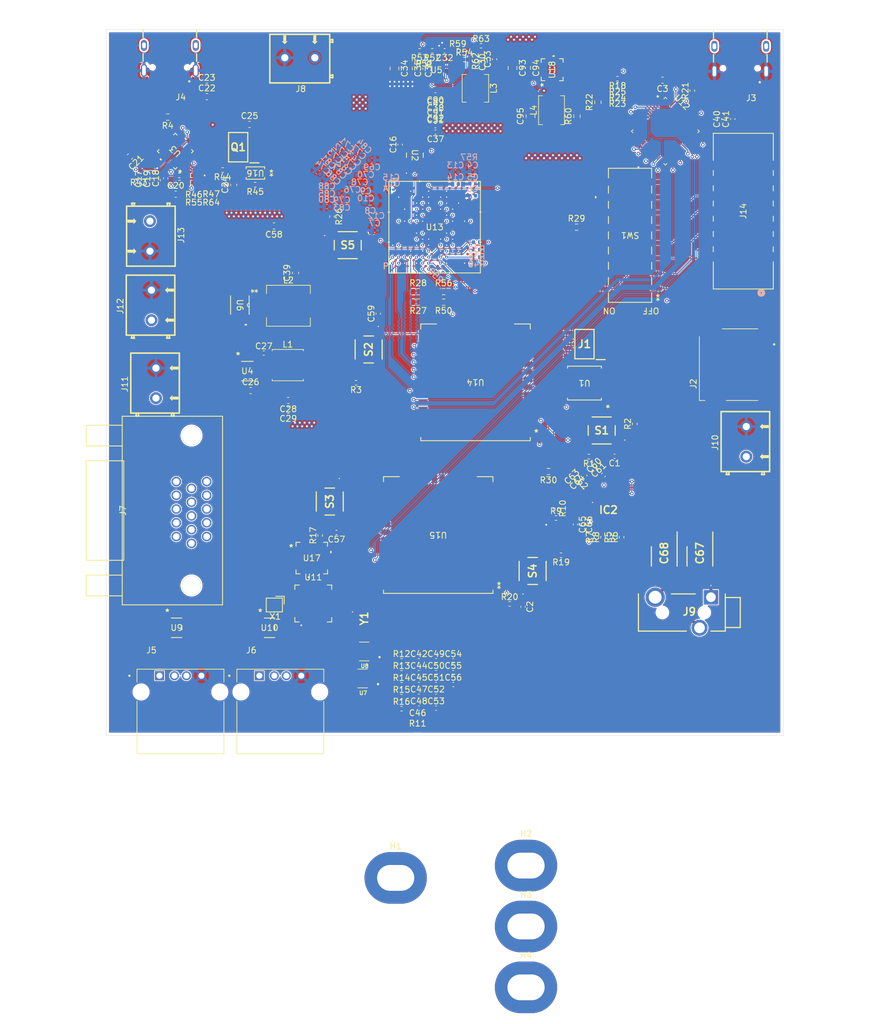
<source format=kicad_pcb>
(kicad_pcb (version 20241229) (generator "pcbnew") (generator_version "9.0")
  (layers (0 "F.Cu" signal) (4 "In1.Cu" signal) (6 "In2.Cu" signal) (2 "B.Cu" signal) (13 "F.Paste" user) (15 "B.Paste" user) (5 "F.SilkS" user "F.Silkscreen") (7 "B.SilkS" user "B.Silkscreen") (1 "F.Mask" user) (3 "B.Mask" user) (25 "Edge.Cuts" user))
  (net 0 "")
  (net 1 "FPGA_TCK")
  (net 2 "GND")
  (net 3 "FPGA_TDI")
  (net 4 "FPGA_TDO")
  (net 5 "FPGA_TMS")
  (net 6 "Net-(S5-NO_2)")
  (net 7 "Net-(S5-NO_1)")
  (net 18 "/USB_HUB/USB_HUB_DN")
  (net 21 "/USB_HUB/USB_HUB_DP")
  (net 22 "Net-(U12-EEDATA)")
  (net 23 "/USB_IN/XTALOUT")
  (net 24 "Net-(U12-EECLK)")
  (net 26 "/USB_IN/VCORE")
  (net 28 "Net-(U12-~{RESET})")
  (net 29 "Net-(U12-REF)")
  (net 39 "/USB_IN/XTALIN")
  (net 44 "Net-(U12-EECS)")
  (net 45 "Net-(U13B-M0_0)")
  (net 47 "Net-(U13B-CFGBVS_0)")
  (net 56 "/NorthBridge/HSPI_MOSI")
  (net 57 "/NorthBridge/HSPI_MISO")
  (net 59 "/NorthBridge/HSPI_CLK")
  (net 60 "/NorthBridge/HSPI_CS_PS")
  (net 66 "/NorthBridge/HSPI_CS_SD")
  (net 71 "VSPI_D1")
  (net 73 "VSPI_D0")
  (net 74 "VSPI_D2")
  (net 79 "Net-(C67--)")
  (net 82 "Net-(C68--)")
  (net 87 "Net-(IC2-MD2)")
  (net 90 "/NorthBridge/Rst")
  (net 91 "NBSB_RX")
  (net 92 "NBSB_TX")
  (net 93 "Net-(S1-COM_1)")
  (net 94 "/NorthBridge/EN")
  (net 95 "Net-(S2-COM_1)")
  (net 96 "Net-(S3-COM_1)")
  (net 97 "/SouthBridge/Rst")
  (net 98 "Net-(S4-COM_1)")
  (net 99 "/SouthBridge/EN")
  (net 100 "/Power/VFB")
  (net 101 "/Power/ICFB")
  (net 102 "SBTXD")
  (net 103 "SBRXD")
  (net 104 "Net-(U4-SW)")
  (net 105 "Net-(U4-BST)")
  (net 108 "/FPGA_UNIT_A/UCLK")
  (net 109 "/Power/VBUS_IN")
  (net 110 "/Power/CC2")
  (net 114 "/Power/CC1")
  (net 115 "Net-(Q1-S1)")
  (net 119 "Net-(Q1-G1)")
  (net 120 "9V0")
  (net 122 "Net-(U3-VBUS_FET_EN)")
  (net 126 "Net-(U3-FLIP)")
  (net 131 "Net-(U3-VCCD)")
  (net 132 "/Power/3V3CYPD")
  (net 135 "Net-(U5-EN)")
  (net 136 "Net-(U13B-DONE_0)")
  (net 137 "Net-(U13B-M2_0)")
  (net 138 "Net-(U3-CC1)")
  (net 139 "VSPI_CS")
  (net 140 "Net-(U6-SW)")
  (net 141 "NBTXD")
  (net 142 "Net-(U13B-M1_0)")
  (net 143 "/NorthBridge/HSPI_CS_FL")
  (net 144 "NBRXD")
  (net 145 "VSPI_CLK")
  (net 146 "Net-(U13B-INIT_B_0)")
  (net 147 "Net-(U5-SW)")
  (net 148 "Net-(U5-PG)")
  (net 150 "Net-(C30-Pad1)")
  (net 151 "Net-(U5-BST)")
  (net 152 "Net-(U5-FB)")
  (net 153 "Net-(C33-Pad2)")
  (net 154 "/SouthBridge/OUTP2")
  (net 155 "/SouthBridge/OUTP1")
  (net 156 "/SouthBridge/COM")
  (net 157 "/SouthBridge/DIN")
  (net 158 "/SouthBridge/BCLK")
  (net 159 "/SouthBridge/GPO")
  (net 160 "/SouthBridge/FSYNC")
  (net 161 "Net-(IC2-MD6)")
  (net 162 "Net-(IC2-MD1)")
  (net 163 "Net-(IC2-VREF)")
  (net 164 "Net-(IC2-DREG)")
  (net 165 "Net-(IC2-MD4)")
  (net 166 "Net-(IC2-MD5)")
  (net 167 "Net-(U15-IO32)")
  (net 168 "/USB_HUB/PRTPWR1")
  (net 169 "/USB_HUB/VBUS1")
  (net 170 "/USB_HUB/OCS_N1")
  (net 171 "/USB_HUB/PRTPWR2")
  (net 172 "/USB_HUB/OCS_N2")
  (net 173 "/USB_HUB/VBUS2")
  (net 174 "/USB_HUB/CFG_SEL0")
  (net 175 "/USB_HUB/USB1_P")
  (net 177 "/USB_HUB/NON_REM0")
  (net 179 "/USB_HUB/USB2_P")
  (net 180 "/USB_HUB/NON_REM1")
  (net 181 "/USB_HUB/USB1_N")
  (net 182 "/USB_HUB/CFG_SEL1")
  (net 183 "/USB_HUB/RBIAS")
  (net 184 "/USB_HUB/XTALIN")
  (net 186 "/USB_HUB/PLLFILT")
  (net 187 "/USB_HUB/CRFILT")
  (net 188 "/USB_HUB/USB2_N")
  (net 190 "/USB_HUB/XTALOUT")
  (net 193 "VSPI_D3")
  (net 194 "Net-(U13A-IO_L3P_T0_DQS_PUDC_B_14)")
  (net 200 "SB_USB_RTS{slash}")
  (net 204 "SB_USB_RXD")
  (net 205 "SB_USB_CTS{slash}")
  (net 206 "SB_USB_UART_SUSPEND{slash}")
  (net 207 "SB_USB_TXD")
  (net 211 "SB_USB_UART_SUSPEND")
  (net 256 "+5V")
  (net 261 "+1V0")
  (net 264 "+3V3")
  (net 281 "+1V8")
  (net 336 "/USB_HUB/USB1_OUT_P")
  (net 337 "/USB_HUB/USB1_OUT_N")
  (net 338 "/USB_HUB/USB2_OUT_P")
  (net 339 "/USB_HUB/USB2_OUT_N")
  (net 341 "Net-(U17-*RST)")
  (net 342 "Net-(U18-VOS)")
  (net 343 "Net-(U18-PG)")
  (net 375 "/USB_IN/DP")
  (net 376 "/USB_IN/DN")
  (net 377 "Net-(U5-MODE)")
  (net 378 "/USB_IN/USB_TDI")
  (net 379 "/USB_IN/JTAG_TCK")
  (net 380 "/USB_IN/USB_TMS")
  (net 381 "/USB_IN/JTAG_TDO")
  (net 382 "/USB_IN/JTAG_TMS")
  (net 383 "/USB_IN/USB_TCK")
  (net 384 "/USB_IN/USB_TDO")
  (net 385 "/USB_IN/JTAG_TDI")
  (net 388 "Net-(R29-Pad2)")
  (net 389 "Net-(U15-IO27)")
  (net 391 "Net-(D2-A)")
  (net 392 "Net-(D1-A)")
  (footprint "Capacitor_SMD:C_0402_1005Metric" (layer "F.Cu") (at 69.625 32.975)
    (property "Reference" "C90")
    (property "Value" "22u")
  )
  (footprint "Resistor_SMD:R_0402_1005Metric" (layer "F.Cu") (at 112.49948 30.25 90)
    (property "Reference" "R21")
    (property "Value" "12k")
  )
  (footprint "Capacitor_SMD:C_0402_1005Metric" (layer "F.Cu") (at 66.87 127.28)
    (property "Reference" "C44")
    (property "Value" "12pF")
  )
  (footprint "Capacitor_SMD:C_0201_0603Metric" (layer "F.Cu") (at 66.66 135.05)
    (property "Reference" "C46")
    (property "Value" "2u2")
  )
  (footprint "FPGA_Interface:CONN-TH_2P-P5.00_CPC3703CTR" (layer "F.Cu") (at 22 54.5 -90)
    (property "Reference" "J13")
    (property "Value" "Screw_Terminal_01x02")
  )
  (footprint "FPGA_Interface:PTS647SM38SMTR2LFS" (layer "F.Cu") (at 85.85 110.325 90)
    (property "Reference" "S4")
    (property "Value" "PTS647SM38SMTR2_LFS" (hide yes))
  )
  (footprint "Capacitor_SMD:C_0402_1005Metric" (layer "F.Cu") (at 69.625 30.95 180)
    (property "Reference" "C89")
    (property "Value" "22u")
  )
  (footprint "MountingHole:MountingHole_4.3x6.2mm_M4_Pad" (layer "F.Cu") (at 84.75 159.45)
    (property "Reference" "H2")
    (property "Value" "MountingHole")
  )
  (footprint "FPGA&MCU:ESP32-WROOM-32UE_EXP" (layer "F.Cu") (at 76.325 78.869999 180)
    (property "Reference" "U14")
    (property "Value" "ESP32-WROOM-32UE-N8")
  )
  (footprint "Resistor_SMD:R_0402_1005Metric" (layer "F.Cu") (at 28.929999 44.373554)
    (property "Reference" "R47")
    (property "Value" "1k")
  )
  (footprint "USB_HUB:SOT95P280X145-6N" (layer "F.Cu") (at 57.75 123.75 180)
    (property "Reference" "U8")
    (property "Value" "USBLC6-2SC6")
  )
  (footprint "USB_HUB:CP2102_GMR_SIL" (layer "F.Cu") (at 49.000001 108.175901)
    (property "Reference" "U17")
    (property "Value" "CP2102-GMR")
  )
  (footprint "USB_HUB:CRYSTAL-SMD_4P-L2.0-W1.6-BL" (layer "F.Cu") (at 42.75 116 180)
    (property "Reference" "X1")
    (property "Value" "24MHz")
  )
  (footprint "Capacitor_SMD:C_0805_2012Metric" (layer "F.Cu") (at 65.05 26.525 -90)
    (property "Reference" "C35")
    (property "Value" "22u")
  )
  (footprint "Resistor_SMD:R_0402_1005Metric" (layer "F.Cu") (at 77.25 22.75)
    (property "Reference" "R63")
    (property "Value" "499")
  )
  (footprint "Resistor_SMD:R_0402_1005Metric" (layer "F.Cu") (at 20.110001 44.373554 180)
    (property "Reference" "R43")
    (property "Value" "4.7k")
  )
  (footprint "Resistor_SMD:R_0402_1005Metric" (layer "F.Cu") (at 26.910001 44.373554)
    (property "Reference" "R46")
    (property "Value" "5k")
  )
  (footprint "Capacitor_SMD:C_0805_2012Metric" (layer "F.Cu") (at 84.75 26.449999 -90)
    (property "Reference" "C94")
    (property "Value" "0.1u")
  )
  (footprint "FPGA_Interface:PTS647SM38SMTR2LFS" (layer "F.Cu") (at 55 56)
    (property "Reference" "S5")
    (property "Value" "PTS647SM38SMTR2_LFS" (hide yes))
  )
  (footprint "Inductor_SMD:L_Sunlord_MWSA0402S" (layer "F.Cu") (at 76.3 29.850001 -90)
    (property "Reference" "L3")
    (property "Value" "0.68u")
  )
  (footprint "Resistor_SMD:R_0402_1005Metric" (layer "F.Cu") (at 63.98 125.32)
    (property "Reference" "R12")
    (property "Value" "12k")
  )
  (footprint "FPGA_Interface:CONN_L77HDE15SD1CH4F_AMP" (layer "F.Cu") (at 17.5 100.25 90)
    (property "Reference" "J7")
    (property "Value" "L77HDE15SD1CH4F")
  )
  (footprint "Capacitor_SMD:C_0402_1005Metric" (layer "F.Cu") (at 40.999998 74)
    (property "Reference" "C27")
    (property "Value" "0.1u")
  )
  (footprint "Capacitor_SMD:C_0402_1005Metric" (layer "F.Cu") (at 93.210374 95.455278 45)
    (property "Reference" "C63")
    (property "Value" "1u")
  )
  (footprint "Capacitor_SMD:C_0402_1005Metric" (layer "F.Cu") (at 79.5 25 90)
    (property "Reference" "C33")
    (property "Value" "220p")
  )
  (footprint "Resistor_SMD:R_0402_1005Metric" (layer "F.Cu") (at 102.9 85.8 90)
    (property "Reference" "R2")
    (property "Value" "50")
  )
  (footprint "FPGA_Power:CYPD3177-24LQXQT_INF" (layer "F.Cu") (at 26.23 40.343554 135)
    (property "Reference" "U3")
    (property "Value" "CYPD3177-24LQXQT")
  )
  (footprint "Resistor_SMD:R_0402_1005Metric" (layer "F.Cu") (at 90.6 107.7 180)
    (property "Reference" "R19")
    (property "Value" "50")
  )
  (footprint "Capacitor_SMD:C_0603_1608Metric" (layer "F.Cu") (at 38.8 80.25)
    (property "Reference" "C26")
    (property "Value" "10uF")
  )
  (footprint "Capacitor_SMD:C_0402_1005Metric" (layer "F.Cu") (at 69.63 33.975 180)
    (property "Reference" "C31")
    (property "Value" "100n")
  )
  (footprint "Capacitor_SMD:C_0402_1005Metric" (layer "F.Cu") (at 69.74 131.22)
    (property "Reference" "C52")
    (property "Value" "100n")
  )
  (footprint "Capacitor_SMD:C_0402_1005Metric" (layer "F.Cu") (at 66.87 129.25)
    (property "Reference" "C45")
    (property "Value" "12pF")
  )
  (footprint "Capacitor_SMD:C_0402_1005Metric" (layer "F.Cu") (at 69.645 37.15 180)
    (property "Reference" "C37")
    (property "Value" "100n")
  )
  (footprint "Capacitor_SMD:C_0603_1608Metric" (layer "F.Cu") (at 67.05 26.595 -90)
    (property "Reference" "C36")
    (property "Value" "100n")
  )
  (footprint "Resistor_SMD:R_0402_1005Metric" (layer "F.Cu") (at 97.6 104.7 90)
    (property "Reference" "R8")
    (property "Value" "10k")
  )
  (footprint "Capacitor_SMD:C_0603_1608Metric" (layer "F.Cu") (at 35.97 45.948554 90)
    (property "Reference" "C24")
    (property "Value" "1uF")
  )
  (footprint "Resistor_SMD:R_0402_1005Metric" (layer "F.Cu") (at 100.009479 28.25 180)
    (property "Reference" "R18")
    (property "Value" "10K")
  )
  (footprint "Capacitor_SMD:C_0402_1005Metric" (layer "F.Cu") (at 69.625 36.075)
    (property "Reference" "C92")
    (property "Value" "100n")
  )
  (footprint "Resistor_SMD:R_0603_1608Metric" (layer "F.Cu") (at 77.75 25.325 90)
    (property "Reference" "R62")
    (property "Value" "499k")
  )
  (footprint "Resistor_SMD:R_0402_1005Metric" (layer "F.Cu") (at 26.92 45.573554)
    (property "Reference" "R55")
    (property "Value" "5k")
  )
  (footprint "FPGA_Interface:CONN-TH_2P-P5.00_CPC3703CTR" (layer "F.Cu") (at 23 79 90)
    (property "Reference" "J11")
    (property "Value" "Screw_Terminal_01x02")
  )
  (footprint "Capacitor_SMD:C_0402_1005Metric" (layer "F.Cu") (at 119.25 34.98 90)
    (property "Reference" "C41")
    (property "Value" "12pF")
  )
  (footprint "Capacitor_SMD:C_0402_1005Metric" (layer "F.Cu") (at 94.660589 94.660589 135)
    (property "Reference" "C62")
    (property "Value" "1u")
  )
  (footprint "Inductor_SMD:L_Chilisin_BMRA00040415" (layer "F.Cu") (at 89 33.5 90)
    (property "Reference" "L4")
    (property "Value" "2.2u")
  )
  (footprint "Capacitor_SMD:C_0603_1608Metric" (layer "F.Cu") (at 45.075 83.5 180)
    (property "Reference" "C29")
    (property "Value" "22uF")
  )
  (footprint "Capacitor_SMD:C_0402_1005Metric" (layer "F.Cu") (at 76.3 25.48 -90)
    (property "Reference" "C30")
    (property "Value" "220n")
  )
  (footprint "Resistor_SMD:R_0603_1608Metric" (layer "F.Cu") (at 96.75 32.175 90)
    (property "Reference" "R22")
    (property "Value" "10M")
  )
  (footprint "Capacitor_SMD:C_0603_1608Metric" (layer "F.Cu") (at 45.075 81.9 180)
    (property "Reference" "C28")
    (property "Value" "22uF")
  )
  (footprint "Resistor_SMD:R_0402_1005Metric" (layer "F.Cu") (at 96.5 104.7 90)
    (property "Reference" "R7")
    (property "Value" "10k")
  )
  (footprint "Capacitor_SMD:C_0402_1005Metric" (layer "F.Cu") (at 72.61 125.31)
    (property "Reference" "C54")
    (property "Value" "100n")
  )
  (footprint "SB:CAPAE430X565N" (layer "F.Cu") (at 113.759999 107.35 -90)
    (property "Reference" "C67")
    (property "Value" "EDK475M016A9BAA" (hide yes))
  )
  (footprint "NB:4677" (layer "F.Cu") (at 94.5 72.5 180)
    (property "Reference" "J1")
    (property "Value" "4677" (hide yes))
  )
  (footprint "SB:CAPAE430X565N" (layer "F.Cu") (at 107.81 107.35 -90)
    (property "Reference" "C68")
    (property "Value" "EDK475M016A9BAA" (hide yes))
  )
  (footprint "Resistor_SMD:R_0603_1608Metric" (layer "F.Cu") (at 71 63.75)
    (property "Reference" "R56")
    (property "Value" "100")
  )
  (footprint "FPGA_Power:TPS62132RGTR" (layer "F.Cu") (at 89.1063 26.749811 90)
    (property "Reference" "U18")
    (property "Value" "TPS62132RGTR")
  )
  (footprint "Capacitor_SMD:C_0402_1005Metric" (layer "F.Cu") (at 71.17 23.6 180)
    (property "Reference" "C32")
    (property "Value" "1u")
  )
  (footprint "Resistor_SMD:R_0603_1608Metric" (layer "F.Cu") (at 88.5 93.75 180)
    (property "Reference" "R30")
    (property "Value" "0")
  )
  (footprint "Capacitor_SMD:C_0402_1005Metric" (layer "F.Cu") (at 69.74 125.31)
    (property "Reference" "C49")
    (property "Value" "100n")
  )
  (footprint "Capacitor_SMD:C_0603_1608Metric" (layer "F.Cu") (at 18.671992 41.221562 -135)
    (property "Reference" "C21")
    (property "Value" "1uF")
  )
  (footprint "Capacitor_SMD:C_0402_1005Metric" (layer "F.Cu") (at 69.74 129.25)
    (property "Reference" "C51")
    (property "Value" "100n")
  )
  (footprint "Capacitor_SMD:C_0402_1005Metric" (layer "F.Cu") (at 66.87 133.19)
    (property "Reference" "C48")
    (property "Value" "100n")
  )
  (footprint "Capacitor_SMD:C_0402_1005Metric" (layer "F.Cu") (at 69.74 127.28)
    (property "Reference" "C50")
    (property "Value" "10n")
  )
  (footprint "Capacitor_SMD:C_0402_1005Metric" (layer "F.Cu") (at 96.901472 93.531947 45)
    (property "Reference" "C60")
    (property "Value" "0.1u")
  )
  (footprint "Capacitor_SMD:C_0603_1608Metric" (layer "F.Cu") (at 26.3 47.5)
    (property "Reference" "C20")
    (property "Value" "1uF")
  )
  (footprint "USB_HUB:OST_USB-A1HSW6" (layer "F.Cu") (at 27.0875 130.5)
    (property "Reference" "J5")
    (property "Value" "USB-A1HSW6")
  )
  (footprint "Resistor_SMD:R_0402_1005Metric" (layer "F.Cu") (at 39.57 45.923554 180)
    (property "Reference" "R45")
    (property "Value" "49.9k")
  )
  (footprint "Resistor_SMD:R_0603_1608Metric" (layer "F.Cu") (at 71 65.5 180)
    (property "Reference" "R50")
    (property "Value" "200")
  )
  (footprint "MountingHole:MountingHole_4.3x6.2mm_M4_Pad" (layer "F.Cu") (at 63 161.5)
    (property "Reference" "H1")
    (property "Value" "MountingHole")
  )
  (footprint "FPGA_Interface:USB4105-GF-A-060" (layer "F.Cu") (at 25.32 22.693554 180)
    (property "Reference" "J4")
    (property "Value" "USB4105-GF-A-060")
    (fp_line (start 4.62 -0.4) (end 4.62 0.4) (stroke (width 0.01)) (layer "Edge.Cuts"))
    (fp_line (start 4.02 0.4) (end 4.02 -0.4) (stroke (width 0.01)) (layer "Edge.Cuts"))
    (fp_line (start -4.02 -0.4) (end -4.02 0.4) (stroke (width 0.01)) (layer "Edge.Cuts"))
    (fp_line (start -4.62 0.4) (end -4.62 -0.4) (stroke (width 0.01)) (layer "Edge.Cuts"))
    (fp_arc (start 4.62 0.4) (mid 4.532132 0.612132) (end 4.32 0.7) (stroke (width 0.01)) (layer "Edge.Cuts"))
    (fp_arc (start 4.32 0.7) (mid 4.107868 0.612132) (end 4.02 0.4) (stroke (width 0.01)) (layer "Edge.Cuts"))
    (fp_arc (start 4.32 -0.7) (mid 4.532132 -0.612132) (end 4.62 -0.4) (stroke (width 0.01)) (layer "Edge.Cuts"))
    (fp_arc (start 4.02 -0.4) (mid 4.107868 -0.612132) (end 4.32 -0.7) (stroke (width 0.01)) (layer "Edge.Cuts"))
    (fp_arc (start -4.02 0.4) (mid -4.107868 0.612132) (end -4.32 0.7) (stroke (width 0.01)) (layer "Edge.Cuts"))
    (fp_arc (start -4.32 0.7) (mid -4.532132 0.612132) (end -4.62 0.4) (stroke (width 0.01)) (layer "Edge.Cuts"))
    (fp_arc (start -4.32 -0.7) (mid -4.107868 -0.612132) (end -4.02 -0.4) (stroke (width 0.01)) (layer "Edge.Cuts"))
    (fp_arc (start -4.62 -0.4) (mid -4.532132 -0.612132) (end -4.32 -0.7) (stroke (width 0.01)) (layer "Edge.Cuts"))
  )
  (footprint "USB_HUB:USB2513BM2" (layer "F.Cu") (at 49.25 115.75)
    (property "Reference" "U11")
    (property "Value" "~")
  )
  (footprint "FPGA_Power:AP63205WU-7" (layer "F.Cu") (at 37 66 -90)
    (property "Reference" "U6")
    (property "Value" "TPS62054DGS")
  )
  (footprint "FPGA_Interface:CONN-TH_2P-P5.00_CPC3703CTR" (layer "F.Cu") (at 22.25 66.0045 90)
    (property "Reference" "J12")
    (property "Value" "Screw_Terminal_01x02")
  )
  (footprint "Resistor_SMD:R_0402_1005Metric" (layer "F.Cu") (at 50.4 104.404999 90)
    (property "Reference" "R17")
    (property "Value" "50")
  )
  (footprint "Capacitor_SMD:C_0402_1005Metric" (layer "F.Cu") (at 72.61 127.28)
    (property "Reference" "C55")
    (property "Value" "100n")
  )
  (footprint "USB_HUB:SOT95P280X145-6N" (layer "F.Cu") (at 57.5 128.25 180)
    (property "Reference" "U7")
    (property "Value" "USBLC6-2SC6")
  )
  (footprint "Resistor_SMD:R_0402_1005Metric" (layer "F.Cu") (at 63.98 127.31)
    (property "Reference" "R13")
    (property "Value" "100k")
  )
  (footprint "SB:TAD5242IRGER" (layer "F.Cu") (at 98.499533 100.150467)
    (property "Reference" "IC2")
    (property "Value" "TAD5242IRGER" (hide yes))
  )
  (footprint "Resistor_SMD:R_0402_1005Metric" (layer "F.Cu") (at 63.98 133.28)
    (property "Reference" "R16")
    (property "Value" "100k")
  )
  (footprint "Resistor_SMD:R_0402_1005Metric" (layer "F.Cu") (at 73.365 23.6)
    (property "Reference" "R59")
    (property "Value" "100k")
  )
  (footprint "Capacitor_SMD:C_0402_1005Metric" (layer "F.Cu") (at 24.62 44.853554 -90)
    (property "Reference" "C19")
    (property "Value" "0.1uF")
  )
  (footprint "Resistor_SMD:R_0402_1005Metric" (layer "F.Cu") (at 63.98 129.3)
    (property "Reference" "R14")
    (property "Value" "100k")
  )
  (footprint "Resistor_SMD:R_0402_1005Metric" (layer "F.Cu") (at 69.1 23.6 180)
    (property "Reference" "R52")
    (property "Value" "66.5k")
  )
  (footprint "Capacitor_SMD:C_0402_1005Metric" (layer "F.Cu") (at 93 102.58 -90)
    (property "Reference" "C65")
    (property "Value" "0.1u")
  )
  (footprint "Resistor_SMD:R_0402_1005Metric" (layer "F.Cu") (at 89.75 101.5)
    (property "Reference" "R9")
    (property "Value" "10k")
  )
  (footprint "Capacitor_SMD:C_0603_1608Metric" (layer "F.Cu") (at 38.62 35.873554)
    (property "Reference" "C25")
    (property "Value" "1u")
  )
  (footprint "Capacitor_SMD:C_0402_1005Metric" (layer "F.Cu") (at 66.87 125.31)
    (property "Reference" "C42")
    (property "Value" "0.1uF")
  )
  (footprint "Resistor_SMD:R_0402_1005Metric" (layer "F.Cu") (at 99.6 104.7 90)
    (property "Reference" "R5")
    (property "Value" "10k")
  )
  (footprint "Capacitor_SMD:C_0402_1005Metric" (layer "F.Cu") (at 72.61 129.25)
    (property "Reference" "C56")
    (property "Value" "10n")
  )
  (footprint "MountingHole:MountingHole_4.3x6.2mm_M4_Pad" (layer "F.Cu") (at 84.75 169.6)
    (property "Reference" "H3")
    (property "Value" "MountingHole")
  )
  (footprint "FPGA&MCU:FT4232HPQ" (layer "F.Cu") (at 107.99948 37 -45)
    (property "Reference" "U12")
    (property "Value" "FT4232HPQ-REEL")
  )
  (footprint "Resistor_SMD:R_0402_1005Metric" (layer "F.Cu") (at 74.45 25.05)
    (property "Reference" "R54")
    (property "Value" "3.3")
  )
  (footprint "NB:256_W25Q128JV" (layer "F.Cu") (at 94.5 79 180)
    (property "Reference" "U1")
    (property "Value" "W25Q128JVSIQ TR")
  )
  (footprint "Resistor_SMD:R_0402_1005Metric" (layer "F.Cu") (at 66.990001 23.6 180)
    (property "Reference" "R53")
    (property "Value" "48.7k")
  )
  (footprint "FPGA_Interface:USB4105-GF-A-060" (layer "F.Cu") (at 120.5 22.8375 180)
    (property "Reference" "J3")
    (property "Value" "USB4105-GF-A-060")
    (fp_line (start 4.62 -0.4) (end 4.62 0.4) (stroke (width 0.01)) (layer "Edge.Cuts"))
    (fp_line (start 4.02 0.4) (end 4.02 -0.4) (stroke (width 0.01)) (layer "Edge.Cuts"))
    (fp_line (start -4.02 -0.4) (end -4.02 0.4) (stroke (width 0.01)) (layer "Edge.Cuts"))
    (fp_line (start -4.62 0.4) (end -4.62 -0.4) (stroke (width 0.01)) (layer "Edge.Cuts"))
    (fp_arc (start 4.62 0.4) (mid 4.532132 0.612132) (end 4.32 0.7) (stroke (width 0.01)) (layer "Edge.Cuts"))
    (fp_arc (start 4.32 0.7) (mid 4.107868 0.612132) (end 4.02 0.4) (stroke (width 0.01)) (layer "Edge.Cuts"))
    (fp_arc (start 4.32 -0.7) (mid 4.532132 -0.612132) (end 4.62 -0.4) (stroke (width 0.01)) (layer "Edge.Cuts"))
    (fp_arc (start 4.02 -0.4) (mid 4.107868 -0.612132) (end 4.32 -0.7) (stroke (width 0.01)) (layer "Edge.Cuts"))
    (fp_arc (start -4.02 0.4) (mid -4.107868 0.612132) (end -4.32 0.7) (stroke (width 0.01)) (layer "Edge.Cuts"))
    (fp_arc (start -4.32 0.7) (mid -4.532132 0.612132) (end -4.62 0.4) (stroke (width 0.01)) (layer "Edge.Cuts"))
    (fp_arc (start -4.32 -0.7) (mid -4.107868 -0.612132) (end -4.02 -0.4) (stroke (width 0.01)) (layer "Edge.Cuts"))
    (fp_arc (start -4.62 -0.4) (mid -4.532132 -0.612132) (end -4.32 -0.7) (stroke (width 0.01)) (layer "Edge.Cuts"))
  )
  (footprint "FPGA_Interface:PTS647SM38SMTR2LFS" (layer "F.Cu") (at 58.49 73.395 -90)
    (property "Reference" "S2")
    (property "Value" "PTS647SM38SMTR2_LFS" (hide yes))
  )
  (footprint "Resistor_SMD:R_0402_1005Metric" (layer "F.Cu") (at 28.93 45.573554)
    (property "Reference" "R64")
    (property "Value" "5k")
  )
  (footprint "Capacitor_SMD:C_0402_1005Metric" (layer "F.Cu") (at 69.625 31.975 180)
    (property "Reference" "C38")
    (property "Value" "22u")
  )
  (footprint "Resistor_SMD:R_0603_1608Metric" (layer "F.Cu") (at 24.97 34.648555 180)
    (property "Reference" "R4")
    (property "Value" "0")
  )
  (footprint "Inductor_SMD:L_TechFuse_SL0624" (layer "F.Cu") (at 45.1 66.1)
    (property "Reference" "L2")
    (property "Value" "10u")
  )
  (footprint "FPGA&MCU:ESP32-WROOM-32UE_EXP" (layer "F.Cu") (at 70.1 104.33 180)
    (property "Reference" "U15")
    (property "Value" "ESP32-WROOM-32UE-N8")
  )
  (footprint "USB_HUB:TSOP-5_ONS" (layer "F.Cu") (at 26.44825 119.799999)
    (property "Reference" "U9")
    (property "Value" "NCP380HSN05AAT1G")
  )
  (footprint "Capacitor_SMD:C_0402_1005Metric" (layer "F.Cu") (at 117.75 34.98 90)
    (property "Reference" "C40")
    (property "Value" "12pF")
  )
  (footprint "Capacitor_SMD:C_0603_1608Metric" (layer "F.Cu") (at 31.495 31.25)
    (property "Reference" "C22")
    (property "Value" "1uF")
  )
  (footprint "Capacitor_SMD:C_0402_1005Metric" (layer "F.Cu") (at 69.625 35.025)
    (property "Reference" "C91")
    (property "Value" "22u")
  )
  (footprint "FPGA&MCU:XC7S15_FTGB196_AMD" (layer "F.Cu") (at 69.5 53)
    (property "Reference" "U13")
    (property "Value" "XC7S15-1FTGB196C")
  )
  (footprint "Capacitor_SMD:C_0603_1608Metric" (layer "F.Cu") (at 46.3 60.625 90)
    (property "Reference" "C39")
    (property "Value" "22u")
  )
  (footprint "FPGA_Interface:PTS647SM38SMTR2LFS" (layer "F.Cu") (at 52 98.75 -90)
    (property "Reference" "S3")
    (property "Value" "PTS647SM38SMTR2_LFS" (hide yes))
  )
  (footprint "FPGA_Interface:PTS647SM38SMTR2LFS" (layer "F.Cu") (at 97.375 86.9 180)
    (property "Reference" "S1")
    (property "Value" "PTS647SM38SMTR2_LFS" (hide yes))
  )
  (footprint "Resistor_SMD:R_0402_1005Metric" (layer "F.Cu") (at 99.99948 30.25 180)
    (property "Reference" "R24")
    (property "Value" "10K")
  )
  (footprint "Resistor_SMD:R_0603_1608Metric" (layer "F.Cu") (at 66.75 65.5 180)
    (property "Reference" "R27")
    (property "Value" "200")
  )
  (footprint "Capacitor_SMD:C_0402_1005Metric" (layer "F.Cu") (at 97.679289 94.309765 45)
    (property "Reference" "C61")
    (property "Value" "0.1u")
  )
  (footprint "Capacitor_SMD:C_0805_2012Metric" (layer "F.Cu") (at 82.5 26.449999 -90)
    (property "Reference" "C93")
    (property "Value" "10u")
  )
  (footprint "FPGA_Interface:CONN-TH_2P-P5.00_CPC3703CTR" (layer "F.Cu") (at 121.5 88.7545 90)
    (property "Reference" "J10")
    (property "Value" "Screw_Terminal_01x02")
  )
  (footprint "Capacitor_SMD:C_0402_1005Metric" (layer "F.Cu") (at 63.75 39.23 90)
    (property "Reference" "C16")
    (property "Value" "100nF")
  )
  (footprint "Capacitor_SMD:C_0402_1005Metric" (layer "F.Cu") (at 53.12 103.895 180)
    (property "Reference" "C57")
    (property "Value" "0.1uF")
  )
  (footprint "FPGA_Interface:CONN-TH_2P-P5.00_CPC3703CTR" (layer "F.Cu") (at 47 24.75 180)
    (property "Reference" "J8")
    (property "Value" "Screw_Terminal_01x02")
  )
  (footprint "FPGA_Power:MP8756" (layer "F.Cu") (at 69.800001 26.8)
    (property "Reference" "U5")
    (property "Value" "MP8756GD-P")
  )
  (footprint "Resistor_SMD:R_0402_1005Metric" (layer "F.Cu") (at 95.25 91.25 180)
    (property "Reference" "R1")
    (property "Value" "10k")
  )
  (footprint "Capacitor_SMD:C_0805_2012Metric" (layer "F.Cu") (at 62.8 26.525 -90)
    (property "Reference" "C34")
    (property "Value" "22u")
  )
  (footprint "USB_HUB:TSOP-5_ONS" (layer "F.Cu") (at 41.950001 119.80175)
    (property "Reference" "U10")
    (property "Value" "NCP380HSN05AAT1G")
  )
  (footprint "MountingHole:MountingHole_4.3x6.2mm_M4_Pad" (layer "F.Cu") (at 84.75 179.75)
    (property "Reference" "H4")
    (property "Value" "MountingHole")
  )
  (footprint "USB_HUB:CX3225FB24000C0FZZH1" (layer "F.Cu") (at 57.75 118.25 -90)
    (property "Reference" "Y1")
    (property "Value" "CX3225FB24000C0FZZH1" (hide yes))
  )
  (footprint "Resistor_SMD:R_0402_1005Metric" (layer "F.Cu") (at 100.009479 29.25 180)
    (property "Reference" "R25")
    (property "Value" "10K")
  )
  (footprint "Capacitor_SMD:C_0603_1608Metric" (layer "F.Cu") (at 23.22 45.148554 -90)
    (property "Reference" "C17")
    (property "Value" "1uF")
  )
  (footprint "FPGA_Interface:SJ335083ATR" (layer "F.Cu") (at 115.6 114.7 180)
    (property "Reference" "J9")
    (property "Value" "SJ3-35083A-TR" (hide yes))
  )
  (footprint "Capacitor_SMD:C_0402_1005Metric" (layer "F.Cu") (at 21.82 44.853554 -90)
    (property "Reference" "C18")
    (property "Value" "0.1uF")
  )
  (footprint "FPGA_Interface:CONN_AWHW 14G-SMD_ASM" (layer "F.Cu") (at 120.99974 50.33 90)
    (property "Reference" "J14")
    (property "Value" "AWHW 14G-SMD")
  )
  (footprint "Resistor_SMD:R_0402_1005Metric" (layer "F.Cu") (at 52.375 51.234999 -90)
    (property "Reference" "R26")
    (property "Value" "1k")
  )
  (footprint "FPGA_Power:MMSZ10T1G" (layer "F.Cu") (at 39.5964 43.973554 180)
    (property "Reference" "U16")
    (property "Value" "MMSZ10T1G")
  )
  (footprint "Resistor_SMD:R_0201_0603Metric" (layer "F.Cu") (at 66.66 136.8)
    (property "Reference" "R11")
    (property "Value" "4.7k")
  )
  (footprint "Capacitor_SMD:C_0402_1005Metric" (layer "F.Cu") (at 60.09 67.42 90)
    (property "Reference" "C59")
    (property "Value" "0.1u")
  )
  (footprint "Capacitor_SMD:C_0402_1005Metric" (layer "F.Cu") (at 66.87 131.22)
    (property "Reference" "C47")
    (property "Value" "100n")
  )
  (footprint "FPGA_Interface:219-8M" (layer "F.Cu") (at 102.10528 54.36 180)
    (property "Reference" "SW1")
    (property "Value" "219-8MST")
  )
  (footprint "Resistor_SMD:R_0402_1005Metric" (layer "F.Cu") (at 63.98 131.29)
    (property "Reference" "R15")
    (property "Value" "100k")
  )
  (footprint "Inductor_SMD:L_APV_ANR5020" (layer "F.Cu") (at 45 76)
    (property "Reference" "L1")
    (property "Value" "4.7u")
  )
  (footprint "Capacitor_SMD:C_0402_1005Metric" (layer "F.Cu") (at 69.74 133.19)
    (property "Reference" "C53")
    (property "Value" "100n")
  )
  (footprint "Capacitor_SMD:C_0402_1005Metric" (layer "F.Cu") (at 99.52 91.2 180)
    (property "Reference" "C1")
    (property "Value" "0.1u")
  )
  (footprint "Resistor_SMD:R_0402_1005Metric" (layer "F.Cu") (at 56.39 78.96 180)
    (property "Reference" "R3")
    (property "Value" "50")
  )
  (footprint "Capacitor_SMD:C_0603_1608Metric" (layer "F.Cu") (at 31.47 29.5)
    (property "Reference" "C23")
    (property "Value" "1uF")
  )
  (footprint "Resistor_SMD:R_0603_1608Metric" (layer "F.Cu") (at 93.25 34.5 90)
    (property "Reference" "R60")
    (property "Value" "100k")
  )
  (footprint "Resistor_SMD:R_0402_1005Metric" (layer "F.Cu") (at 89.7 99.9 -90)
    (property "Reference" "R10")
    (property "Value" "0")
  )
  (footprint "Capacitor_SMD:C_0402_1005Metric" (layer "F.Cu") (at 94.094258 96.339161 45)
    (property "Reference" "C64")
    (property "Value" "1u")
  )
  (footprint "Resistor_SMD:R_0402_1005Metric" (layer "F.Cu") (at 100.7 104.7 90)
    (property "Reference" "R6")
    (property "Value" "10k")
  )
  (footprint "Resistor_SMD:R_0201_0603Metric" (layer "F.Cu") (at 67.75 24.65 180)
    (property "Reference" "R51")
    (property "Value" "1.5M")
  )
  (footprint "Resistor_SMD:R_0402_1005Metric" (layer "F.Cu") (at 82.01 115.82)
    (property "Reference" "R20")
    (property "Value" "10k")
  )
  (footprint "Resistor_SMD:R_0603_1608Metric" (layer "F.Cu") (at 93.17448 53)
    (property "Reference" "R29")
    (property "Value" "0")
  )
  (footprint "FPGA_Interface:DM3D-SF" (layer "F.Cu") (at 124.75 75.95 90)
    (property "Reference" "J2")
    (property "Value" "DM3D-SF")
  )
  (footprint "Capacitor_SMD:C_0805_2012Metric" (layer "F.Cu") (at 85.5 34.5 90)
    (property "Reference" "C95")
    (property "Value" "22u")
  )
  (footprint "USB_HUB:OST_USB-A1HSW6" (layer "F.Cu") (at 43.75 130.5)
    (property "Reference" "J6")
    (property "Value" "USB-A1HSW6")
  )
  (footprint "Capacitor_SMD:C_0603_1608Metric" (layer "F.Cu") (at 42.7 52.8 180)
    (property "Reference" "C58")
    (property "Value" "10u")
  )
  (footprint "Resistor_SMD:R_0402_1005Metric" (layer "F.Cu") (at 99.99948 31.25 180)
    (property "Reference" "R23")
    (property "Value" "10K")
  )
  (footprint "FPGA_Power:IRF9358TRPBF" (layer "F.Cu") (at 36.72 39.668554 180)
    (property "Reference" "Q1")
    (property "Value" "IRF9358TRPBF" (hide yes))
  )
  (footprint "Capacitor_SMD:C_0402_1005Metric" (layer "F.Cu") (at 84.25 116.3 -90)
    (property "Reference" "C2")
    (property "Value" "0.1uF")
  )
  (footprint "Resistor_SMD:R_0402_1005Metric" (layer "F.Cu") (at 34.12 43.473554 180)
    (property "Reference" "R44")
    (property "Value" "1k")
  )
  (footprint "FPGA&MCU:CHIP_100.000MHZ-LC-T_ABR" (layer "F.Cu") (at 66.2 41 -90)
    (property "Reference" "U2")
    (property "Value" "ASEM1-100.000MHZ-LC-T")
  )
  (footprint "FPGA_Power:TPS62054DGS" (layer "F.Cu") (at 38.25 77)
    (property "Reference" "U4")
    (property "Value" "AP63205WU-7")
  )
  (footprint "Capacitor_SMD:C_0402_1005Metric" (layer "F.Cu") (at 94.1084 102.58 -90)
    (property "Reference" "C66")
    (property "Value" "0.1u")
  )
  (footprint "Resistor_SMD:R_0603_1608Metric" (layer "F.Cu") (at 66.75 63.75)
    (property "Reference" "R28")
    (property "Value" "100")
  )
  (footprint "Capacitor_SMD:C_0603_1608Metric" (layer "F.Cu") (at 107.52448 28.5 180)
    (property "Reference" "C3")
    (property "Value" "3.3u")
  )
  (footprint "Resistor_SMD:R_0402_1005Metric" (layer "B.Cu") (at 70.5 60.25 -45)
    (property "Reference" "R58")
    (property "Value" "4.7k")
  )
  (footprint "Capacitor_SMD:C_0402_1005Metric" (layer "B.Cu") (at 72.977618 45.8 180)
    (property "Reference" "C14")
    (property "Value" "4.7u")
  )
  (footprint "Capacitor_SMD:C_0402_1005Metric" (layer "B.Cu") (at 52.77 44.58 135)
    (property "Reference" "C87")
    (property "Value" "0.47u")
  )
  (footprint "Capacitor_SMD:C_0402_1005Metric" (layer "B.Cu") (at 58.02 47.01)
    (property "Reference" "C10")
    (property "Value" "4.7u")
  )
  (footprint "Capacitor_SMD:C_0402_1005Metric" (layer "B.Cu") (at 59.75 52.25 180)
    (property "Reference" "C12")
    (property "Value" "0.47u")
  )
  (footprint "Capacitor_SMD:C_0402_1005Metric" (layer "B.Cu") (at 51.52 47.33 180)
    (property "Reference" "C88")
    (property "Value" "0.47u")
  )
  (footprint "Capacitor_SMD:C_0402_1005Metric" (layer "B.Cu") (at 59.04 41.83)
    (property "Reference" "C69")
    (property "Value" "4.7u")
  )
  (footprint "Capacitor_SMD:C_0402_1005Metric" (layer "B.Cu") (at 56.02 41.33 135)
    (property "Reference" "C77")
    (property "Value" "4.7u")
  )
  (footprint "Resistor_SMD:R_0402_1005Metric" (layer "B.Cu") (at 75.26 42.5 180)
    (property "Reference" "R57")
    (property "Value" "1k")
  )
  (footprint "Capacitor_SMD:C_0402_1005Metric" (layer "B.Cu") (at 54.02 48.58)
    (property "Reference" "C83")
    (property "Value" "4.7u")
  )
  (footprint "Capacitor_SMD:C_0402_1005Metric" (layer "B.Cu") (at 59.52 53.5 180)
    (property "Reference" "C7")
    (property "Value" "4.7u")
  )
  (footprint "Capacitor_SMD:C_0201_0603Metric" (layer "B.Cu") (at 53.77 43.83 135)
    (property "Reference" "C82")
    (property "Value" "47u")
  )
  (footprint "Capacitor_SMD:C_0402_1005Metric" (layer "B.Cu") (at 75.847618 45.8 180)
    (property "Reference" "C5")
    (property "Value" "0.47u")
  )
  (footprint "Resistor_SMD:R_0402_1005Metric" (layer "B.Cu") (at 76.5 55.5)
    (property "Reference" "R35")
    (property "Value" "1k")
  )
  (footprint "Capacitor_SMD:C_0201_0603Metric" (layer "B.Cu") (at 62.32 46.75 180)
    (property "Reference" "C11")
    (property "Value" "47u")
  )
  (footprint "Capacitor_SMD:C_0402_1005Metric" (layer "B.Cu") (at 56.930589 40.33 135)
    (property "Reference" "C84")
    (property "Value" "4.7u")
  )
  (footprint "Capacitor_SMD:C_0402_1005Metric" (layer "B.Cu") (at 72.977618 43.83 180)
    (property "Reference" "C13")
    (property "Value" "0.47u")
  )
  (footprint "Capacitor_SMD:C_0402_1005Metric" (layer "B.Cu") (at 51.52 48.58 180)
    (property "Reference" "C85")
    (property "Value" "0.47u")
  )
  (footprint "Capacitor_SMD:C_0402_1005Metric" (layer "B.Cu") (at 75.847618 43.83 180)
    (property "Reference" "C4")
    (property "Value" "0.47u")
  )
  (footprint "Capacitor_SMD:C_0201_0603Metric" (layer "B.Cu") (at 55.27 42.33 135)
    (property "Reference" "C43")
    (property "Value" "47u")
  )
  (footprint "Capacitor_SMD:C_0402_1005Metric" (layer "B.Cu") (at 51.77 45.58 135)
    (property "Reference" "C86")
    (property "Value" "0.47u")
  )
  (footprint "Capacitor_SMD:C_0402_1005Metric" (layer "B.Cu") (at 58.02 43.08)
    (property "Reference" "C70")
    (property "Value" "4.7u")
  )
  (footprint "Capacitor_SMD:C_0402_1005Metric" (layer "B.Cu") (at 50.930589 42.919411 135)
    (property "Reference" "C81")
    (property "Value" "0.47u")
  )
  (footprint "Capacitor_SMD:C_0402_1005Metric" (layer "B.Cu") (at 54.02 47.33)
    (property "Reference" "C79")
    (property "Value" "0.47u")
  )
  (footprint "Resistor_SMD:R_0402_1005Metric" (layer "B.Cu") (at 76.5 56.75)
    (property "Reference" "R36")
    (property "Value" "1k")
  )
  (footprint "Capacitor_SMD:C_0201_0603Metric" (layer "B.Cu") (at 54.496274 43.056274 135)
    (property "Reference" "C75")
    (property "Value" "47u")
  )
  (footprint "Capacitor_SMD:C_0402_1005Metric" (layer "B.Cu") (at 50.02 43.83 135)
    (property "Reference" "C74")
    (property "Value" "0.47u")
  )
  (footprint "Capacitor_SMD:C_0402_1005Metric" (layer "B.Cu") (at 55.77 45.58)
    (property "Reference" "C76")
    (property "Value" "4.7u")
  )
  (footprint "Capacitor_SMD:C_0805_2012Metric" (layer "B.Cu") (at 58.77 48.58)
    (property "Reference" "C8")
    (property "Value" "100uF")
  )
  (footprint "Capacitor_SMD:C_0402_1005Metric" (layer "B.Cu") (at 58.02 45.83)
    (property "Reference" "C9")
    (property "Value" "0.47u")
  )
  (footprint "Capacitor_SMD:C_0402_1005Metric" (layer "B.Cu") (at 75.847618 47.77 180)
    (property "Reference" "C6")
    (property "Value" "4.7u")
  )
  (footprint "Capacitor_SMD:C_0402_1005Metric" (layer "B.Cu") (at 53.02 41.08 135)
    (property "Reference" "C72")
    (property "Value" "0.47u")
  )
  (footprint "Capacitor_SMD:C_0402_1005Metric" (layer "B.Cu") (at 51.52 49.58 180)
    (property "Reference" "C80")
    (property "Value" "0.47u")
  )
  (footprint "Capacitor_SMD:C_0402_1005Metric" (layer "B.Cu") (at 52.02 41.990589 135)
    (property "Reference" "C73")
    (property "Value" "0.47u")
  )
  (footprint "Resistor_SMD:R_0402_1005Metric" (layer "B.Cu") (at 76.5 58)
    (property "Reference" "R48")
    (property "Value" "1k")
  )
  (footprint "Capacitor_SMD:C_0402_1005Metric" (layer "B.Cu") (at 54.02 40.08 135)
    (property "Reference" "C71")
    (property "Value" "0.47u")
  )
  (footprint "Capacitor_SMD:C_0201_0603Metric" (layer "B.Cu") (at 62.25 45.75 180)
    (property "Reference" "C15")
    (property "Value" "47u")
  )
  (footprint "Capacitor_SMD:C_0402_1005Metric" (layer "B.Cu") (at 57 44.33)
    (property "Reference" "C78")
    (property "Value" "0.47u")
  )
  (gr_rect (start 14.68 20.02) (end 127.68 137.77) (stroke (width 0.05)) (fill no) (layer "Edge.Cuts"))
  (segment (start 69.000001 46.5) (end 68.5 46) (width 0.15) (layer "F.Cu") (net 1))
  (segment (start 98.99948 46.75) (end 91.99948 46.75) (width 0.15) (layer "F.Cu") (net 1))
  (segment (start 100.24948 59.5) (end 100.24948 54.5) (width 0.15) (layer "F.Cu") (net 1))
  (segment (start 97.711079 60.71) (end 99.03948 60.71) (width 0.15) (layer "F.Cu") (net 1))
  (segment (start 98.83948 53.09) (end 97.71108 53.09) (width 0.15) (layer "F.Cu") (net 1))
  (segment (start 91.99948 46.75) (end 91.74948 46.5) (width 0.15) (layer "F.Cu") (net 1))
  (segment (start 91.74948 46.5) (end 80 46.5) (width 0.15) (layer "F.Cu") (net 1))
  (segment (start 100.24948 48) (end 98.99948 46.75) (width 0.15) (layer "F.Cu") (net 1))
  (segment (start 99.03948 60.71) (end 100.24948 59.5) (width 0.15) (layer "F.Cu") (net 1))
  (segment (start 100.24948 54.5) (end 98.83948 53.09) (width 0.15) (layer "F.Cu") (net 1))
  (segment (start 100.24948 54.5) (end 100.24948 48) (width 0.15) (layer "F.Cu") (net 1))
  (via (at 80 46.5) (size 0.6) (drill 0.3) (layers "F.Cu" "B.Cu") (net 1))
  (via (at 68.5 46) (size 0.5) (drill 0.2) (layers "F.Cu" "B.Cu") (net 1))
  (segment (start 69 46.5) (end 68.5 46) (width 0.15) (layer "B.Cu") (net 1))
  (segment (start 79.75 46.5) (end 69 46.5) (width 0.15) (layer "B.Cu") (net 1))
  (segment (start 68.000001 54.500002) (end 67.500001 55) (width 0.15) (layer "F.Cu") (net 2))
  (segment (start 41.950001 55.354501) (end 41.950001 52.825001) (width 0.15) (layer "F.Cu") (net 2))
  (segment (start 23.753554 43.173554) (end 23.22 43.173554) (width 0.2) (layer "F.Cu") (net 2))
  (segment (start 71 47.500003) (end 71.500002 47.000001) (width 0.15) (layer "F.Cu") (net 2))
  (segment (start 29.439998 44.373554) (end 31.12 44.373554) (width 0.15) (layer "F.Cu") (net 2))
  (segment (start 105.446536 41.25) (end 104.24948 41.25) (width 0.15) (layer "F.Cu") (net 2))
  (segment (start 71 55.5) (end 71.500003 56.000003) (width 0.15) (layer "F.Cu") (net 2))
  (segment (start 67.999999 50.500004) (end 67.500001 50.000004) (width 0.13) (layer "F.Cu") (net 2))
  (segment (start 68.000001 52.5) (end 67.500002 51.999999) (width 0.15) (layer "F.Cu") (net 2))
  (segment (start 73 46.5) (end 73.5 46) (width 0.15) (layer "F.Cu") (net 2))
  (segment (start 24.109879 40.797729) (end 24.564054 40.343554) (width 0.2) (layer "F.Cu") (net 2))
  (segment (start 72.000002 56.499999) (end 72.500003 57.000002) (width 0.15) (layer "F.Cu") (net 2))
  (segment (start 76.5 56) (end 77.5 56) (width 0.15) (layer "F.Cu") (net 2))
  (segment (start 69 54.500003) (end 68.500002 55.000002) (width 0.15) (layer "F.Cu") (net 2))
  (segment (start 69.999999 56.500001) (end 70.500002 57.000004) (width 0.15) (layer "F.Cu") (net 2))
  (segment (start 74.000001 52.499999) (end 74.499999 52.000001) (width 0.15) (layer "F.Cu") (net 2))
  (segment (start 107.99948 33.605888) (end 107.99948 37) (width 0.15) (layer "F.Cu") (net 2))
  (segment (start 67.000002 53.500003) (end 66.500002 54.000003) (width 0.15) (layer "F.Cu") (net 2))
  (segment (start 65.999998 47.500004) (end 65.500001 47) (width 0.15) (layer "F.Cu") (net 2))
  (segment (start 71 46.5) (end 71.5 46) (width 0.15) (layer "F.Cu") (net 2))
  (segment (start 62.5 50) (end 62.25 50) (width 0.15) (layer "F.Cu") (net 2))
  (segment (start 26.23 40.343554) (end 27.905701 40.343554) (width 0.2) (layer "F.Cu") (net 2))
  (segment (start 28.359876 40.797729) (end 28.451942 40.797729) (width 0.2) (layer "F.Cu") (net 2))
  (segment (start 104.24948 41.25) (end 103.49948 42) (width 0.15) (layer "F.Cu") (net 2))
  (segment (start 87.631299 26.999874) (end 88.177414 26.999874) (width 0.15) (layer "F.Cu") (net 2))
  (segment (start 65 50.500004) (end 64.5 50.000002) (width 0.15) (layer "F.Cu") (net 2))
  (segment (start 70.000001 48.499998) (end 70.500001 48.000002) (width 0.15) (layer "F.Cu") (net 2))
  (segment (start 62.25 50) (end 61.25 50) (width 0.15) (layer "F.Cu") (net 2))
  (segment (start 65.35 43.45) (end 64.8 44) (width 0.15) (layer "F.Cu") (net 2))
  (segment (start 88 102.740001) (end 88 102.75) (width 0.15) (layer "F.Cu") (net 2))
  (segment (start 67.000002 51.500001) (end 66.500002 51.000002) (width 0.15) (layer "F.Cu") (net 2))
  (segment (start 71 53.500002) (end 71.499999 54.000002) (width 0.13) (layer "F.Cu") (net 2))
  (segment (start 66.000001 56.499999) (end 65.499999 57.000001) (width 0.15) (layer "F.Cu") (net 2))
  (segment (start 76.5 50) (end 77.5 50) (width 0.15) (layer "F.Cu") (net 2))
  (segment (start 105.206408 34.206928) (end 107.99948 37) (width 0.15) (layer "F.Cu") (net 2))
  (segment (start 64.000002 48.5) (end 63.5 48) (width 0.15) (layer "F.Cu") (net 2))
  (segment (start 73 56.500001) (end 73.500001 57.000002) (width 0.15) (layer "F.Cu") (net 2))
  (segment (start 71 49.500001) (end 71.500002 49.000003) (width 0.15) (layer "F.Cu") (net 2))
  (segment (start 74 58.5) (end 74.5 59) (width 0.15) (layer "F.Cu") (net 2))
  (segment (start 76 46.5) (end 77.75 44.75) (width 0.15) (layer "F.Cu") (net 2))
  (segment (start 70.000001 50.5) (end 70.499999 50.000002) (width 0.15) (layer "F.Cu") (net 2))
  (segment (start 107.99948 38.697056) (end 107.99948 37) (width 0.15) (layer "F.Cu") (net 2))
  (segment (start 29.439998 44.373554) (end 29.439998 45.573552) (width 0.15) (layer "F.Cu") (net 2))
  (segment (start 67.999999 56.500003) (end 67.500002 57.000002) (width 0.15) (layer "F.Cu") (net 2))
  (segment (start 25.068719 41.858389) (end 26.23 40.697108) (width 0.2) (layer "F.Cu") (net 2))
  (segment (start 40.551749 80.048251) (end 40.35 80.25) (width 0.2) (layer "F.Cu") (net 2))
  (segment (start 72 50.5) (end 72.500001 50.000002) (width 0.15) (layer "F.Cu") (net 2))
  (segment (start 72 54.500004) (end 72.5 55.000003) (width 0.15) (layer "F.Cu") (net 2))
  (segment (start 63 46.5) (end 61.5 45) (width 0.15) (layer "F.Cu") (net 2))
  (segment (start 24.564054 40.343554) (end 26.23 40.343554) (width 0.2) (layer "F.Cu") (net 2))
  (segment (start 41.950001 52.825001) (end 41.925 52.8) (width 0.15) (layer "F.Cu") (net 2))
  (segment (start 27.905701 40.343554) (end 28.359876 40.797729) (width 0.2) (layer "F.Cu") (net 2))
  (segment (start 76 55.5) (end 76.5 56) (width 0.15) (layer "F.Cu") (net 2))
  (segment (start 68 48.5) (end 67.500002 48.000002) (width 0.15) (layer "F.Cu") (net 2))
  (segment (start 24.008058 40.797729) (end 24.109879 40.797729) (width 0.2) (layer "F.Cu") (net 2))
  (segment (start 65.000001 52.499999) (end 64.5 52.000001) (width 0.13) (layer "F.Cu") (net 2))
  (segment (start 106.054936 40.6416) (end 107.99948 38.697056) (width 0.15) (layer "F.Cu") (net 2))
  (segment (start 63 50.5) (end 62.5 50) (width 0.15) (layer "F.Cu") (net 2))
  (segment (start 70.000006 54.500004) (end 70.500002 55.000002) (width 0.15) (layer "F.Cu") (net 2))
  (segment (start 106.054936 40.6416) (end 105.446536 41.25) (width 0.15) (layer "F.Cu") (net 2))
  (segment (start 71.000002 58.500001) (end 71.5 59.000001) (width 0.13) (layer "F.Cu") (net 2))
  (segment (start 67.000002 55.500005) (end 66.500002 56.000001) (width 0.15) (layer "F.Cu") (net 2))
  (segment (start 29.439998 45.573552) (end 29.44 45.573554) (width 0.15) (layer "F.Cu") (net 2))
  (segment (start 63 59.5) (end 61.25 61.25) (width 0.15) (layer "F.Cu") (net 2))
  (segment (start 73.000002 49.499999) (end 73.500002 49.000001) (width 0.15) (layer "F.Cu") (net 2))
  (segment (start 65.35 42.3335) (end 65.35 43.45) (width 0.15) (layer "F.Cu") (net 2))
  (segment (start 71 48.500002) (end 71.500005 48.000002) (width 0.15) (layer "F.Cu") (net 2))
  (segment (start 89.240001 101.5) (end 88.12 102.62) (width 0.15) (layer "F.Cu") (net 2))
  (segment (start 76 50.5) (end 76.5 50) (width 0.15) (layer "F.Cu") (net 2))
  (segment (start 72.000002 52.500002) (end 72.499999 52.000003) (width 0.15) (layer "F.Cu") (net 2))
  (segment (start 65 58.500006) (end 64.5 59.000003) (width 0.15) (layer "F.Cu") (net 2))
  (segment (start 25.068719 41.858389) (end 23.753554 43.173554) (width 0.2) (layer "F.Cu") (net 2))
  (segment (start 68 46.5) (end 67.5 46) (width 0.15) (layer "F.Cu") (net 2))
  (segment (start 73.5 46) (end 73.5 44.75) (width 0.15) (layer "F.Cu") (net 2))
  (segment (start 76 59.5) (end 77.75 61.25) (width 0.15) (layer "F.Cu") (net 2))
  (segment (start 71.5 46) (end 71.5 44.75) (width 0.15) (layer "F.Cu") (net 2))
  (segment (start 103.49948 42) (end 103.49948 43) (width 0.15) (layer "F.Cu") (net 2))
  (segment (start 74.999999 48.500004) (end 75.500002 48.000002) (width 0.15) (layer "F.Cu") (net 2))
  (segment (start 26.23 40.697108) (end 26.23 40.343554) (width 0.2) (layer "F.Cu") (net 2))
  (segment (start 66.999999 49.500002) (end 66.500001 49.000003) (width 0.15) (layer "F.Cu") (net 2))
  (segment (start 63 55.5) (end 62.5 56) (width 0.15) (layer "F.Cu") (net 2))
  (segment (start 71 51.5) (end 71.500002 51.000005) (width 0.15) (layer "F.Cu") (net 2))
  (segment (start 69.000001 49.500001) (end 68.5 49) (width 0.15) (layer "F.Cu") (net 2))
  (segment (start 69.000001 55.500003) (end 68.500002 56.000001) (width 0.15) (layer "F.Cu") (net 2))
  (segment (start 106.903464 32.509872) (end 107.99948 33.605888) (width 0.15) (layer "F.Cu") (net 2))
  (segment (start 66.999999 58.500002) (end 66.500002 59.000002) (width 0.15) (layer "F.Cu") (net 2))
  (segment (start 88.177414 26.999874) (end 88.427477 26.749811) (width 0.15) (layer "F.Cu") (net 2))
  (segment (start 68.999999 48.5) (end 68.5 48.000001) (width 0.15) (layer "F.Cu") (net 2))
  (segment (start 40.35 80.25) (end 39.775 80.25) (width 0.2) (layer "F.Cu") (net 2))
  (segment (start 69.000002 47.500002) (end 68.500002 47.000001) (width 0.15) (layer "F.Cu") (net 2))
  (segment (start 67.5 46) (end 67.5 44.75) (width 0.15) (layer "F.Cu") (net 2))
  (segment (start 88.12 102.62) (end 88 102.740001) (width 0.15) (layer "F.Cu") (net 2))
  (segment (start 87.631299 27.5) (end 87.631299 26.999874) (width 0.15) (layer "F.Cu") (net 2))
  (via (at 68.500002 55.000002) (size 0.5) (drill 0.2) (layers "F.Cu" "B.Cu") (net 2))
  (via (at 68.5 48.000001) (size 0.5) (drill 0.2) (layers "F.Cu" "B.Cu") (net 2))
  (via (at 62.8 28.75) (size 0.6) (drill 0.3) (layers "F.Cu" "B.Cu") (net 2))
  (via (at 31.12 44.373554) (size 0.6) (drill 0.3) (layers "F.Cu" "B.Cu") (net 2))
  (via (at 68.5 49) (size 0.5) (drill 0.2) (layers "F.Cu" "B.Cu") (net 2))
  (via (at 67.500002 51.999999) (size 0.5) (drill 0.2) (layers "F.Cu" "B.Cu") (net 2))
  (via (at 66.500002 54.000003) (size 0.5) (drill 0.2) (layers "F.Cu" "B.Cu") (net 2))
  (via (at 64.5 50.000002) (size 0.5) (drill 0.2) (layers "F.Cu" "B.Cu") (net 2))
  (via (at 71.5 59.000001) (size 0.5) (drill 0.2) (layers "F.Cu" "B.Cu") (net 2))
  (via (at 67.500002 48.000002) (size 0.5) (drill 0.2) (layers "F.Cu" "B.Cu") (net 2))
  (via (at 68.500002 56.000001) (size 0.5) (drill 0.2) (layers "F.Cu" "B.Cu") (net 2))
  (via (at 66.500002 51.000002) (size 0.5) (drill 0.2) (layers "F.Cu" "B.Cu") (net 2))
  (via (at 68.500002 47.000001) (size 0.5) (drill 0.2) (layers "F.Cu" "B.Cu") (net 2))
  (via (at 66.500002 56.000001) (size 0.5) (drill 0.2) (layers "F.Cu" "B.Cu") (net 2))
  (via (at 70.500001 48.000002) (size 0.5) (drill 0.2) (layers "F.Cu" "B.Cu") (net 2))
  (via (at 63.55 28.75) (size 0.6) (drill 0.3) (layers "F.Cu" "B.Cu") (net 2))
  (via (at 70.499999 50.000002) (size 0.5) (drill 0.2) (layers "F.Cu" "B.Cu") (net 2))
  (via (at 71.499999 54.000002) (size 0.5) (drill 0.2) (layers "F.Cu" "B.Cu") (net 2))
  (via (at 88.12 102.62) (size 0.6) (drill 0.3) (layers "F.Cu" "B.Cu") (net 2))
  (via (at 72.499999 52.000003) (size 0.5) (drill 0.2) (layers "F.Cu" "B.Cu") (net 2))
  (via (at 62.05 28.75) (size 0.6) (drill 0.3) (layers "F.Cu" "B.Cu") (net 2))
  (via (at 64.5 52.000001) (size 0.5) (drill 0.2) (layers "F.Cu" "B.Cu") (net 2))
  (via (at 70.75 22.25) (size 0.6) (drill 0.3) (layers "F.Cu" "B.Cu") (net 2))
  (via (at 103.49948 43) (size 0.6) (drill 0.3) (layers "F.Cu" "B.Cu") (net 2))
  (via (at 71.500003 56.000003) (size 0.5) (drill 0.2) (layers "F.Cu" "B.Cu") (net 2))
  (via (at 71.500002 47.000001) (size 0.5) (drill 0.2) (layers "F.Cu" "B.Cu") (net 2))
  (via (at 65.500001 47) (size 0.5) (drill 0.2) (layers "F.Cu" "B.Cu") (net 2))
  (via (at 73.500002 49.000001) (size 0.5) (drill 0.2) (layers "F.Cu" "B.Cu") (net 2))
  (via (at 70.500002 55.000002) (size 0.5) (drill 0.2) (layers "F.Cu" "B.Cu") (net 2))
  (via (at 72.5 55.000003) (size 0.5) (drill 0.2) (layers "F.Cu" "B.Cu") (net 2))
  (via (at 65.05 28.75) (size 0.6) (drill 0.3) (layers "F.Cu" "B.Cu") (net 2))
  (via (at 64.5 59.000003) (size 0.5) (drill 0.2) (layers "F.Cu" "B.Cu") (net 2))
  (via (at 63.5 48) (size 0.5) (drill 0.2) (layers "F.Cu" "B.Cu") (net 2))
  (via (at 71.500002 51.000005) (size 0.5) (drill 0.2) (layers "F.Cu" "B.Cu") (net 2))
  (via (at 66.500001 49.000003) (size 0.5) (drill 0.2) (layers "F.Cu" "B.Cu") (net 2))
  (via (at 71.500002 49.000003) (size 0.5) (drill 0.2) (layers "F.Cu" "B.Cu") (net 2))
  (via (at 65.8 29.5) (size 0.6) (drill 0.3) (layers "F.Cu" "B.Cu") (net 2))
  (via (at 64.3 29.5) (size 0.6) (drill 0.3) (layers "F.Cu" "B.Cu") (net 2))
  (via (at 67.500002 57.000002) (size 0.5) (drill 0.2) (layers "F.Cu" "B.Cu") (net 2))
  (via (at 72.500003 57.000002) (size 0.5) (drill 0.2) (layers "F.Cu" "B.Cu") (net 2))
  (via (at 70.25 22.75) (size 0.6) (drill 0.3) (layers "F.Cu" "B.Cu") (net 2))
  (via (at 71.500005 48.000002) (size 0.5) (drill 0.2) (layers "F.Cu" "B.Cu") (net 2))
  (via (at 65.05 29.5) (size 0.6) (drill 0.3) (layers "F.Cu" "B.Cu") (net 2))
  (via (at 75.500002 48.000002) (size 0.5) (drill 0.2) (layers "F.Cu" "B.Cu") (net 2))
  (via (at 73.500001 57.000002) (size 0.5) (drill 0.2) (layers "F.Cu" "B.Cu") (net 2))
  (via (at 67.500001 55) (size 0.5) (drill 0.2) (layers "F.Cu" "B.Cu") (net 2))
  (via (at 74.5 59) (size 0.5) (drill 0.2) (layers "F.Cu" "B.Cu") (net 2))
  (via (at 64.3 28.75) (size 0.6) (drill 0.3) (layers "F.Cu" "B.Cu") (net 2))
  (via (at 66.500002 59.000002) (size 0.5) (drill 0.2) (layers "F.Cu" "B.Cu") (net 2))
  (via (at 62.8 29.5) (size 0.6) (drill 0.3) (layers "F.Cu" "B.Cu") (net 2))
  (via (at 67.500001 50.000004) (size 0.5) (drill 0.2) (layers "F.Cu" "B.Cu") (net 2))
  (via (at 62.05 29.5) (size 0.6) (drill 0.3) (layers "F.Cu" "B.Cu") (net 2))
  (via (at 23.22 43.173554) (size 0.6) (drill 0.3) (layers "F.Cu" "B.Cu") (net 2))
  (via (at 64.8 44) (size 0.5) (drill 0.2) (layers "F.Cu" "B.Cu") (net 2))
  (via (at 74.499999 52.000001) (size 0.5) (drill 0.2) (layers "F.Cu" "B.Cu") (net 2))
  (via (at 70.500002 57.000004) (size 0.5) (drill 0.2) (layers "F.Cu" "B.Cu") (net 2))
  (via (at 63.55 29.5) (size 0.6) (drill 0.3) (layers "F.Cu" "B.Cu") (net 2))
  (via (at 65.499999 57.000001) (size 0.5) (drill 0.2) (layers "F.Cu" "B.Cu") (net 2))
  (via (at 72.500001 50.000002) (size 0.5) (drill 0.2) (layers "F.Cu" "B.Cu") (net 2))
  (via (at 62.5 56) (size 0.5) (drill 0.2) (layers "F.Cu" "B.Cu") (net 2))
  (via (at 65.8 28.75) (size 0.6) (drill 0.3) (layers "F.Cu" "B.Cu") (net 2))
  (segment (start 92.34948 53) (end 92.34948 57.65) (width 0.15) (layer "F.Cu") (net 3))
  (segment (start 92.34948 57.65) (end 87.74948 62.25) (width 0.15) (layer "F.Cu") (net 3))
  (segment (start 87.74948 62.25) (end 73 62.25) (width 0.15) (layer "F.Cu") (net 3))
  (segment (start 69.000001 59.5) (end 68.5 60) (width 0.15) (layer "F.Cu") (net 3))
  (via (at 68.5 60) (size 0.5) (drill 0.2) (layers "F.Cu" "B.Cu") (net 3))
  (via (at 73 62.25) (size 0.5) (drill 0.2) (layers "F.Cu" "B.Cu") (net 3))
  (segment (start 73 62.25) (end 70.75 62.25) (width 0.15) (layer "B.Cu") (net 3))
  (segment (start 70.75 62.25) (end 68.5 60) (width 0.15) (layer "B.Cu") (net 3))
  (segment (start 95.91948 58.17) (end 93.24948 55.5) (width 0.15) (layer "F.Cu") (net 4))
  (segment (start 93.24948 55.5) (end 93.24948 50.5) (width 0.15) (layer "F.Cu") (net 4))
  (segment (start 87.74948 63) (end 73 63) (width 0.15) (layer "F.Cu") (net 4))
  (segment (start 95.73948 48.01) (end 97.711079 48.01) (width 0.15) (layer "F.Cu") (net 4))
  (segment (start 97.71108 58.17) (end 95.91948 58.17) (width 0.15) (layer "F.Cu") (net 4))
  (segment (start 93.24948 57.5) (end 87.74948 63) (width 0.15) (layer "F.Cu") (net 4))
  (segment (start 93.24948 50.5) (end 95.73948 48.01) (width 0.15) (layer "F.Cu") (net 4))
  (segment (start 68 59.5) (end 67.5 60) (width 0.15) (layer "F.Cu") (net 4))
  (segment (start 93.24948 55.5) (end 93.24948 57.5) (width 0.15) (layer "F.Cu") (net 4))
  (via (at 67.5 60) (size 0.5) (drill 0.2) (layers "F.Cu" "B.Cu") (net 4))
  (via (at 73 63) (size 0.5) (drill 0.2) (layers "F.Cu" "B.Cu") (net 4))
  (segment (start 70.5 63) (end 67.5 60) (width 0.15) (layer "B.Cu") (net 4))
  (segment (start 73 63) (end 70.5 63) (width 0.15) (layer "B.Cu") (net 4))
  (segment (start 68 57.5) (end 67.5 58) (width 0.15) (layer "F.Cu") (net 5))
  (segment (start 87.75 63.75) (end 76.25 63.75) (width 0.15) (layer "F.Cu") (net 5))
  (segment (start 102.24948 48.5) (end 102.24948 60.5) (width 0.15) (layer "F.Cu") (net 5))
  (segment (start 88.25 63.25) (end 87.75 63.75) (width 0.15) (layer "F.Cu") (net 5))
  (segment (start 97.71108 45.47) (end 99.21948 45.47) (width 0.15) (layer "F.Cu") (net 5))
  (segment (start 99.21948 45.47) (end 102.24948 48.5) (width 0.15) (layer "F.Cu") (net 5))
  (segment (start 97.71108 63.25) (end 88.25 63.25) (width 0.15) (layer "F.Cu") (net 5))
  (segment (start 102.24948 60.5) (end 99.49948 63.25) (width 0.15) (layer "F.Cu") (net 5))
  (segment (start 99.49948 63.25) (end 97.71108 63.25) (width 0.15) (layer "F.Cu") (net 5))
  (via (at 76.25 63.75) (size 0.5) (drill 0.2) (layers "F.Cu" "B.Cu") (net 5))
  (via (at 67.5 58) (size 0.5) (drill 0.2) (layers "F.Cu" "B.Cu") (net 5))
  (segment (start 75.75 63.75) (end 70.5 58.5) (width 0.15) (layer "B.Cu") (net 5))
  (segment (start 76.25 63.75) (end 75.75 63.75) (width 0.15) (layer "B.Cu") (net 5))
  (segment (start 68 58.5) (end 67.5 58) (width 0.15) (layer "B.Cu") (net 5))
  (segment (start 70.5 58.5) (end 68 58.5) (width 0.15) (layer "B.Cu") (net 5))
  (segment (start 57.625 54.4) (end 59.65 54.4) (width 0.15) (layer "F.Cu") (net 6))
  (segment (start 69 56.5) (end 68.5 57) (width 0.15) (layer "F.Cu") (net 6))
  (segment (start 59.65 54.4) (end 60.5 55.25) (width 0.15) (layer "F.Cu") (net 6))
  (via (at 60.5 55.25) (size 0.6) (drill 0.3) (layers "F.Cu" "B.Cu") (net 6))
  (via (at 68.5 57) (size 0.5) (drill 0.2) (layers "F.Cu" "B.Cu") (net 6))
  (segment (start 60.5 55.25) (end 61.75 56.5) (width 0.15) (layer "B.Cu") (net 6))
  (segment (start 68 56.5) (end 68.5 57) (width 0.15) (layer "B.Cu") (net 6))
  (segment (start 61.75 56.5) (end 68 56.5) (width 0.15) (layer "B.Cu") (net 6))
  (segment (start 52.375 54.4) (end 52.375 51.744998) (width 0.15) (layer "F.Cu") (net 7))
  (segment (start 105.209278 30.25) (end 107.186307 32.227029) (width 0.15) (layer "F.Cu") (net 22))
  (segment (start 100.509479 30.25) (end 105.209278 30.25) (width 0.15) (layer "F.Cu") (net 22))
  (segment (start 107.46915 31.944187) (end 104.774963 29.25) (width 0.15) (layer "F.Cu") (net 24))
  (segment (start 104.774963 29.25) (end 100.519478 29.25) (width 0.15) (layer "F.Cu") (net 24))
  (segment (start 104.565165 33) (end 102.99948 33) (width 0.15) (layer "F.Cu") (net 26))
  (segment (start 105.99948 41.828427) (end 105.99948 42.5) (width 0.15) (layer "F.Cu") (net 26))
  (segment (start 104.433795 40) (end 102.74948 40) (width 0.15) (layer "F.Cu") (net 26))
  (segment (start 109.74948 29) (end 109.74948 30) (width 0.15) (layer "F.Cu") (net 26))
  (segment (start 104.923566 39.510229) (end 104.433795 40) (width 0.15) (layer "F.Cu") (net 26))
  (segment (start 109.24948 28.5) (end 109.74948 29) (width 0.15) (layer "F.Cu") (net 26))
  (segment (start 109.74948 31.855888) (end 109.74948 30) (width 0.15) (layer "F.Cu") (net 26))
  (segment (start 108.29948 28.5) (end 109.24948 28.5) (width 0.15) (layer "F.Cu") (net 26))
  (segment (start 109.095496 32.509872) (end 109.74948 31.855888) (width 0.15) (layer "F.Cu") (net 26))
  (segment (start 105.489251 33.924086) (end 104.565165 33) (width 0.15) (layer "F.Cu") (net 26))
  (segment (start 111.075394 39.510229) (end 111.74948 40.184315) (width 0.15) (layer "F.Cu") (net 26))
  (segment (start 106.620622 41.207285) (end 105.99948 41.828427) (width 0.15) (layer "F.Cu") (net 26))
  (segment (start 111.74948 40.184315) (end 111.74948 40.75) (width 0.15) (layer "F.Cu") (net 26))
  (via (at 102.99948 33) (size 0.6) (drill 0.3) (layers "F.Cu" "B.Cu") (net 26))
  (via (at 111.74948 40.75) (size 0.6) (drill 0.3) (layers "F.Cu" "B.Cu") (net 26))
  (via (at 105.99948 42.5) (size 0.6) (drill 0.3) (layers "F.Cu" "B.Cu") (net 26))
  (via (at 102.74948 40) (size 0.6) (drill 0.3) (layers "F.Cu" "B.Cu") (net 26))
  (via (at 109.74948 30) (size 0.6) (drill 0.3) (layers "F.Cu" "B.Cu") (net 26))
  (segment (start 106.99948 38.25) (end 106.24948 38.25) (width 0.15) (layer "B.Cu") (net 26))
  (segment (start 105.24948 34) (end 106.24948 33) (width 0.15) (layer "B.Cu") (net 26))
  (segment (start 105.24948 38.25) (end 105.24948 36.75) (width 0.15) (layer "B.Cu") (net 26))
  (segment (start 106.24948 33) (end 106.74948 33) (width 0.15) (layer "B.Cu") (net 26))
  (segment (start 108.74948 33) (end 106.74948 33) (width 0.15) (layer "B.Cu") (net 26))
  (segment (start 107.49948 38.75) (end 106.99948 38.25) (width 0.15) (layer "B.Cu") (net 26))
  (segment (start 103.49948 40) (end 105.24948 38.25) (width 0.15) (layer "B.Cu") (net 26))
  (segment (start 105.24948 37.25) (end 105.24948 36.75) (width 0.15) (layer "B.Cu") (net 26))
  (segment (start 109.74948 30) (end 109.74948 32) (width 0.15) (layer "B.Cu") (net 26))
  (segment (start 102.74948 40) (end 103.49948 40) (width 0.15) (layer "B.Cu") (net 26))
  (segment (start 106.74948 33) (end 102.99948 33) (width 0.15) (layer "B.Cu") (net 26))
  (segment (start 109.74948 38.25) (end 106.99948 38.25) (width 0.15) (layer "B.Cu") (net 26))
  (segment (start 111.74948 40.25) (end 109.74948 38.25) (width 0.15) (layer "B.Cu") (net 26))
  (segment (start 105.99948 42.5) (end 107.49948 41) (width 0.15) (layer "B.Cu") (net 26))
  (segment (start 106.24948 38.25) (end 105.24948 37.25) (width 0.15) (layer "B.Cu") (net 26))
  (segment (start 109.74948 32) (end 108.74948 33) (width 0.15) (layer "B.Cu") (net 26))
  (segment (start 111.74948 40.75) (end 111.74948 40.25) (width 0.15) (layer "B.Cu") (net 26))
  (segment (start 105.24948 36.75) (end 105.24948 34) (width 0.15) (layer "B.Cu") (net 26))
  (segment (start 107.49948 41) (end 107.49948 38.75) (width 0.15) (layer "B.Cu") (net 26))
  (segment (start 105.077907 31.25) (end 106.620622 32.792715) (width 0.15) (layer "F.Cu") (net 28))
  (segment (start 100.509479 31.25) (end 105.077907 31.25) (width 0.15) (layer "F.Cu") (net 28))
  (segment (start 110.792552 34.206928) (end 112.49948 32.5) (width 0.15) (layer "F.Cu") (net 29))
  (segment (start 112.49948 32.5) (end 112.49948 30.759999) (width 0.15) (layer "F.Cu") (net 29))
  (segment (start 108.99948 31.474517) (end 108.99948 30.25) (width 0.15) (layer "F.Cu") (net 44))
  (segment (start 108.99948 30.25) (end 108.74948 30) (width 0.15) (layer "F.Cu") (net 44))
  (segment (start 108.74948 30) (end 106.24948 30) (width 0.15) (layer "F.Cu") (net 44))
  (segment (start 104.49948 28.25) (end 100.519478 28.25) (width 0.15) (layer "F.Cu") (net 44))
  (segment (start 106.24948 30) (end 104.49948 28.25) (width 0.15) (layer "F.Cu") (net 44))
  (segment (start 108.52981 31.944187) (end 108.99948 31.474517) (width 0.15) (layer "F.Cu") (net 44))
  (segment (start 69 57.5) (end 68.5 58) (width 0.15) (layer "F.Cu") (net 45))
  (via (at 68.5 58) (size 0.5) (drill 0.2) (layers "F.Cu" "B.Cu") (net 45))
  (segment (start 73.975996 56.524004) (end 69.975996 56.524004) (width 0.15) (layer "B.Cu") (net 45))
  (segment (start 75 55.5) (end 73.975996 56.524004) (width 0.15) (layer "B.Cu") (net 45))
  (segment (start 75.990001 55.5) (end 75 55.5) (width 0.15) (layer "B.Cu") (net 45))
  (segment (start 69.975996 56.524004) (end 68.5 58) (width 0.15) (layer "B.Cu") (net 45))
  (segment (start 69 58.5) (end 68.5 59) (width 0.15) (layer "F.Cu") (net 47))
  (via (at 68.5 59) (size 0.5) (drill 0.2) (layers "F.Cu" "B.Cu") (net 47))
  (segment (start 69.25 59) (end 68.5 59) (width 0.15) (layer "B.Cu") (net 47))
  (segment (start 70.139376 59.889376) (end 69.25 59) (width 0.15) (layer "B.Cu") (net 47))
  (segment (start 85.075 72.039999) (end 84.539999 72.039999) (width 0.15) (layer "F.Cu") (net 59))
  (segment (start 71.88 68.12) (end 72.5 67.5) (width 0.15) (layer "F.Cu") (net 60))
  (segment (start 71.88 69.5) (end 71.88 68.12) (width 0.15) (layer "F.Cu") (net 60))
  (via (at 72.5 67.5) (size 0.6) (drill 0.3) (layers "F.Cu" "B.Cu") (net 60))
  (segment (start 66.389999 78.389999) (end 66 78) (width 0.15) (layer "F.Cu") (net 71))
  (segment (start 67.575 78.389999) (end 66.389999 78.389999) (width 0.15) (layer "F.Cu") (net 71))
  (segment (start 63 58.5) (end 62.5 59) (width 0.15) (layer "F.Cu") (net 71))
  (via (at 62.5 59) (size 0.5) (drill 0.2) (layers "F.Cu" "B.Cu") (net 71))
  (via (at 66 78) (size 0.6) (drill 0.3) (layers "F.Cu" "B.Cu") (net 71))
  (segment (start 62.65 71.25) (end 62.65 71.1) (width 0.15) (layer "B.Cu") (net 71))
  (segment (start 62.5 69) (end 62.5 63.196761) (width 0.15) (layer "B.Cu") (net 71))
  (segment (start 62.5 71.625) (end 62.425 71.625) (width 0.15) (layer "B.Cu") (net 71))
  (segment (start 62.425 69.525) (end 62.5 69.525) (width 0.15) (layer "B.Cu") (net 71))
  (segment (start 62.5 70.725) (end 62.575 70.725) (width 0.15) (layer "B.Cu") (net 71))
  (segment (start 62.35 70.95) (end 62.35 70.8) (width 0.15) (layer "B.Cu") (net 71))
  (segment (start 62.35 69.75) (end 62.35 69.6) (width 0.15) (layer "B.Cu") (net 71))
  (segment (start 62.5 70.125) (end 62.575 70.125) (width 0.15) (layer "B.Cu") (net 71))
  (segment (start 62.65 69.45) (end 62.65 69.3) (width 0.15) (layer "B.Cu") (net 71))
  (segment (start 62.65 70.65) (end 62.65 70.5) (width 0.15) (layer "B.Cu") (net 71))
  (segment (start 62.425 70.725) (end 62.5 70.725) (width 0.15) (layer "B.Cu") (net 71))
  (segment (start 62.35 70.35) (end 62.35 70.2) (width 0.15) (layer "B.Cu") (net 71))
  (segment (start 62.65 70.05) (end 62.65 69.9) (width 0.15) (layer "B.Cu") (net 71))
  (segment (start 62.5 63.196761) (end 62.5 59) (width 0.15) (layer "B.Cu") (net 71))
  (segment (start 62.5 71.025) (end 62.425 71.025) (width 0.15) (layer "B.Cu") (net 71))
  (segment (start 62.575 69.825) (end 62.5 69.825) (width 0.15) (layer "B.Cu") (net 71))
  (segment (start 66 78) (end 62.5 74.5) (width 0.15) (layer "B.Cu") (net 71))
  (segment (start 62.5 69.825) (end 62.425 69.825) (width 0.15) (layer "B.Cu") (net 71))
  (segment (start 62.5 71.325) (end 62.575 71.325) (width 0.15) (layer "B.Cu") (net 71))
  (segment (start 62.65 71.85) (end 62.65 71.7) (width 0.15) (layer "B.Cu") (net 71))
  (segment (start 62.575 71.625) (end 62.5 71.625) (width 0.15) (layer "B.Cu") (net 71))
  (segment (start 62.575 71.025) (end 62.5 71.025) (width 0.15) (layer "B.Cu") (net 71))
  (segment (start 62.575 70.425) (end 62.5 70.425) (width 0.15) (layer "B.Cu") (net 71))
  (segment (start 62.5 70.425) (end 62.425 70.425) (width 0.15) (layer "B.Cu") (net 71))
  (segment (start 62.5 74.5) (end 62.5 72) (width 0.15) (layer "B.Cu") (net 71))
  (segment (start 62.425 71.325) (end 62.5 71.325) (width 0.15) (layer "B.Cu") (net 71))
  (segment (start 62.5 69.525) (end 62.575 69.525) (width 0.15) (layer "B.Cu") (net 71))
  (segment (start 62.5 69.15) (end 62.5 69) (width 0.15) (layer "B.Cu") (net 71))
  (segment (start 62.425 70.125) (end 62.5 70.125) (width 0.15) (layer "B.Cu") (net 71))
  (segment (start 62.35 71.55) (end 62.35 71.4) (width 0.15) (layer "B.Cu") (net 71))
  (arc (start 62.575 69.525) (mid 62.628033 69.503033) (end 62.65 69.45) (width 0.15) (layer "B.Cu") (net 71))
  (arc (start 62.425 71.025) (mid 62.371967 71.003033) (end 62.35 70.95) (width 0.15) (layer "B.Cu") (net 71))
  (arc (start 62.65 71.7) (mid 62.628033 71.646967) (end 62.575 71.625) (width 0.15) (layer "B.Cu") (net 71))
  (arc (start 62.35 70.8) (mid 62.371967 70.746967) (end 62.425 70.725) (width 0.15) (layer "B.Cu") (net 71))
  (arc (start 62.65 69.9) (mid 62.628033 69.846967) (end 62.575 69.825) (width 0.15) (layer "B.Cu") (net 71))
  (arc (start 62.575 70.725) (mid 62.628033 70.703033) (end 62.65 70.65) (width 0.15) (layer "B.Cu") (net 71))
  (arc (start 62.425 69.825) (mid 62.371967 69.803033) (end 62.35 69.75) (width 0.15) (layer "B.Cu") (net 71))
  (arc (start 62.65 70.5) (mid 62.628033 70.446967) (end 62.575 70.425) (width 0.15) (layer "B.Cu") (net 71))
  (arc (start 62.35 69.6) (mid 62.371967 69.546967) (end 62.425 69.525) (width 0.15) (layer "B.Cu") (net 71))
  (arc (start 62.575 71.925) (mid 62.628033 71.903033) (end 62.65 71.85) (width 0.15) (layer "B.Cu") (net 71))
  (arc (start 62.65 71.1) (mid 62.628033 71.046967) (end 62.575 71.025) (width 0.15) (layer "B.Cu") (net 71))
  (arc (start 62.65 69.3) (mid 62.628033 69.246967) (end 62.575 69.225) (width 0.15) (layer "B.Cu") (net 71))
  (arc (start 62.575 71.325) (mid 62.628033 71.303033) (end 62.65 71.25) (width 0.15) (layer "B.Cu") (net 71))
  (arc (start 62.35 71.4) (mid 62.371967 71.346967) (end 62.425 71.325) (width 0.15) (layer "B.Cu") (net 71))
  (arc (start 62.35 70.2) (mid 62.371967 70.146967) (end 62.425 70.125) (width 0.15) (layer "B.Cu") (net 71))
  (arc (start 62.425 71.625) (mid 62.371967 71.603033) (end 62.35 71.55) (width 0.15) (layer "B.Cu") (net 71))
  (arc (start 62.575 70.125) (mid 62.628033 70.103033) (end 62.65 70.05) (width 0.15) (layer "B.Cu") (net 71))
  (arc (start 62.5 72) (mid 62.521967 71.946967) (end 62.575 71.925) (width 0.15) (layer "B.Cu") (net 71))
  (arc (start 62.425 70.425) (mid 62.371967 70.403033) (end 62.35 70.35) (width 0.15) (layer "B.Cu") (net 71))
  (arc (start 62.575 69.225) (mid 62.521967 69.203033) (end 62.5 69.15) (width 0.15) (layer "B.Cu") (net 71))
  (segment (start 67.575 74.579999) (end 66.329999 74.579999) (width 0.15) (layer "F.Cu") (net 73))
  (segment (start 66 57.5) (end 65.5 58) (width 0.15) (layer "F.Cu") (net 73))
  (segment (start 66.329999 74.579999) (end 66 74.25) (width 0.15) (layer "F.Cu") (net 73))
  (via (at 66 74.25) (size 0.6) (drill 0.3) (layers "F.Cu" "B.Cu") (net 73))
  (via (at 65.5 58) (size 0.5) (drill 0.2) (layers "F.Cu" "B.Cu") (net 73))
  (segment (start 65.575 64.725) (end 65.5 64.725) (width 0.15) (layer "B.Cu") (net 73))
  (segment (start 65.65 71.55) (end 65.65 71.4) (width 0.15) (layer "B.Cu") (net 73))
  (segment (start 65.5 68.325) (end 65.425 68.325) (width 0.15) (layer "B.Cu") (net 73))
  (segment (start 65.35 66.45) (end 65.35 66.3) (width 0.15) (layer "B.Cu") (net 73))
  (segment (start 65.5 62.5) (end 65.5 58) (width 0.15) (layer "B.Cu") (net 73))
  (segment (start 65.575 65.925) (end 65.5 65.925) (width 0.15) (layer "B.Cu") (net 73))
  (segment (start 65.5 64.725) (end 65.425 64.725) (width 0.15) (layer "B.Cu") (net 73))
  (segment (start 65.5 67.425) (end 65.575 67.425) (width 0.15) (layer "B.Cu") (net 73))
  (segment (start 65.65 67.35) (end 65.65 67.2) (width 0.15) (layer "B.Cu") (net 73))
  (segment (start 65.5 70.425) (end 65.575 70.425) (width 0.15) (layer "B.Cu") (net 73))
  (segment (start 65.5 65.325) (end 65.425 65.325) (width 0.15) (layer "B.Cu") (net 73))
  (segment (start 65.35 68.25) (end 65.35 68.1) (width 0.15) (layer "B.Cu") (net 73))
  (segment (start 65.5 66.225) (end 65.575 66.225) (width 0.15) (layer "B.Cu") (net 73))
  (segment (start 65.5 67.125) (end 65.425 67.125) (width 0.15) (layer "B.Cu") (net 73))
  (segment (start 65.575 69.525) (end 65.5 69.525) (width 0.15) (layer "B.Cu") (net 73))
  (segment (start 65.65 69.15) (end 65.65 69) (width 0.15) (layer "B.Cu") (net 73))
  (segment (start 65.5 69.225) (end 65.575 69.225) (width 0.15) (layer "B.Cu") (net 73))
  (segment (start 65.425 65.025) (end 65.5 65.025) (width 0.15) (layer "B.Cu") (net 73))
  (segment (start 65.35 70.05) (end 65.35 69.9) (width 0.15) (layer "B.Cu") (net 73))
  (segment (start 65.5 68.925) (end 65.425 68.925) (width 0.15) (layer "B.Cu") (net 73))
  (segment (start 65.5 68.625) (end 65.575 68.625) (width 0.15) (layer "B.Cu") (net 73))
  (segment (start 65.425 68.625) (end 65.5 68.625) (width 0.15) (layer "B.Cu") (net 73))
  (segment (start 65.65 66.75) (end 65.65 66.6) (width 0.15) (layer "B.Cu") (net 73))
  (segment (start 65.5 68.025) (end 65.575 68.025) (width 0.15) (layer "B.Cu") (net 73))
  (segment (start 65.425 67.425) (end 65.5 67.425) (width 0.15) (layer "B.Cu") (net 73))
  (segment (start 65.65 64.95) (end 65.65 64.8) (width 0.15) (layer "B.Cu") (net 73))
  (segment (start 65.5 67.725) (end 65.425 67.725) (width 0.15) (layer "B.Cu") (net 73))
  (segment (start 65.65 70.35) (end 65.65 70.2) (width 0.15) (layer "B.Cu") (net 73))
  (segment (start 65.575 70.125) (end 65.5 70.125) (width 0.15) (layer "B.Cu") (net 73))
  (segment (start 65.425 70.425) (end 65.5 70.425) (width 0.15) (layer "B.Cu") (net 73))
  (segment (start 65.425 69.825) (end 65.5 69.825) (width 0.15) (layer "B.Cu") (net 73))
  (segment (start 65.65 70.95) (end 65.65 70.8) (width 0.15) (layer "B.Cu") (net 73))
  (segment (start 65.575 68.325) (end 65.5 68.325) (width 0.15) (layer "B.Cu") (net 73))
  (segment (start 65.575 67.725) (end 65.5 67.725) (width 0.15) (layer "B.Cu") (net 73))
  (segment (start 65.5 71.625) (end 65.575 71.625) (width 0.15) (layer "B.Cu") (net 73))
  (segment (start 65.575 70.725) (end 65.5 70.725) (width 0.15) (layer "B.Cu") (net 73))
  (segment (start 65.5 66.825) (end 65.575 66.825) (width 0.15) (layer "B.Cu") (net 73))
  (segment (start 65.5 69.825) (end 65.575 69.825) (width 0.15) (layer "B.Cu") (net 73))
  (segment (start 65.65 66.15) (end 65.65 66) (width 0.15) (layer "B.Cu") (net 73))
  (segment (start 65.575 66.525) (end 65.5 66.525) (width 0.15) (layer "B.Cu") (net 73))
  (segment (start 65.425 68.025) (end 65.5 68.025) (width 0.15) (layer "B.Cu") (net 73))
  (segment (start 65.35 71.25) (end 65.35 71.1) (width 0.15) (layer "B.Cu") (net 73))
  (segment (start 65.35 65.25) (end 65.35 65.1) (width 0.15) (layer "B.Cu") (net 73))
  (segment (start 65.5 71.325) (end 65.425 71.325) (width 0.15) (layer "B.Cu") (net 73))
  (segment (start 65.575 67.125) (end 65.5 67.125) (width 0.15) (layer "B.Cu") (net 73))
  (segment (start 65.65 65.55) (end 65.65 65.4) (width 0.15) (layer "B.Cu") (net 73))
  (segment (start 65.5 70.125) (end 65.425 70.125) (width 0.15) (layer "B.Cu") (net 73))
  (segment (start 65.5 65.625) (end 65.575 65.625) (width 0.15) (layer "B.Cu") (net 73))
  (segment (start 65.5 63.9) (end 65.5 62.5) (width 0.15) (layer "B.Cu") (net 73))
  (segment (start 65.5 65.025) (end 65.575 65.025) (width 0.15) (layer "B.Cu") (net 73))
  (segment (start 65.425 64.425) (end 65.5 64.425) (width 0.15) (layer "B.Cu") (net 73))
  (segment (start 65.575 65.325) (end 65.5 65.325) (width 0.15) (layer "B.Cu") (net 73))
  (segment (start 66 74.25) (end 65.5 73.75) (width 0.15) (layer "B.Cu") (net 73))
  (segment (start 65.575 68.925) (end 65.5 68.925) (width 0.15) (layer "B.Cu") (net 73))
  (segment (start 65.575 71.325) (end 65.5 71.325) (width 0.15) (layer "B.Cu") (net 73))
  (segment (start 65.5 64.425) (end 65.575 64.425) (width 0.15) (layer "B.Cu") (net 73))
  (segment (start 65.425 66.825) (end 65.5 66.825) (width 0.15) (layer "B.Cu") (net 73))
  (segment (start 65.425 65.625) (end 65.5 65.625) (width 0.15) (layer "B.Cu") (net 73))
  (segment (start 65.35 70.65) (end 65.35 70.5) (width 0.15) (layer "B.Cu") (net 73))
  (segment (start 65.65 69.75) (end 65.65 69.6) (width 0.15) (layer "B.Cu") (net 73))
  (segment (start 65.425 71.625) (end 65.5 71.625) (width 0.15) (layer "B.Cu") (net 73))
  (segment (start 65.65 64.35) (end 65.65 64.2) (width 0.15) (layer "B.Cu") (net 73))
  (segment (start 65.425 69.225) (end 65.5 69.225) (width 0.15) (layer "B.Cu") (net 73))
  (segment (start 65.65 68.55) (end 65.65 68.4) (width 0.15) (layer "B.Cu") (net 73))
  (segment (start 65.35 71.85) (end 65.35 71.7) (width 0.15) (layer "B.Cu") (net 73))
  (segment (start 65.425 66.225) (end 65.5 66.225) (width 0.15) (layer "B.Cu") (net 73))
  (segment (start 65.5 71.025) (end 65.575 71.025) (width 0.15) (layer "B.Cu") (net 73))
  (segment (start 65.5 70.725) (end 65.425 70.725) (width 0.15) (layer "B.Cu") (net 73))
  (segment (start 65.35 67.05) (end 65.35 66.9) (width 0.15) (layer "B.Cu") (net 73))
  (segment (start 65.425 71.025) (end 65.5 71.025) (width 0.15) (layer "B.Cu") (net 73))
  (segment (start 65.5 66.525) (end 65.425 66.525) (width 0.15) (layer "B.Cu") (net 73))
  (segment (start 65.35 64.65) (end 65.35 64.5) (width 0.15) (layer "B.Cu") (net 73))
  (segment (start 65.5 69.525) (end 65.425 69.525) (width 0.15) (layer "B.Cu") (net 73))
  (segment (start 65.65 67.95) (end 65.65 67.8) (width 0.15) (layer "B.Cu") (net 73))
  (segment (start 65.5 73.75) (end 65.5 72) (width 0.15) (layer "B.Cu") (net 73))
  (segment (start 65.35 69.45) (end 65.35 69.3) (width 0.15) (layer "B.Cu") (net 73))
  (segment (start 65.35 68.85) (end 65.35 68.7) (width 0.15) (layer "B.Cu") (net 73))
  (segment (start 65.35 67.65) (end 65.35 67.5) (width 0.15) (layer "B.Cu") (net 73))
  (segment (start 65.5 64.05) (end 65.5 63.9) (width 0.15) (layer "B.Cu") (net 73))
  (segment (start 65.5 65.925) (end 65.425 65.925) (width 0.15) (layer "B.Cu") (net 73))
  (segment (start 65.35 65.85) (end 65.35 65.7) (width 0.15) (layer "B.Cu") (net 73))
  (arc (start 65.65 68.4) (mid 65.628033 68.346967) (end 65.575 68.325) (width 0.15) (layer "B.Cu") (net 73))
  (arc (start 65.65 66.6) (mid 65.628033 66.546967) (end 65.575 66.525) (width 0.15) (layer "B.Cu") (net 73))
  (arc (start 65.575 69.225) (mid 65.628033 69.203033) (end 65.65 69.15) (width 0.15) (layer "B.Cu") (net 73))
  (arc (start 65.65 67.8) (mid 65.628033 67.746967) (end 65.575 67.725) (width 0.15) (layer "B.Cu") (net 73))
  (arc (start 65.35 67.5) (mid 65.371967 67.446967) (end 65.425 67.425) (width 0.15) (layer "B.Cu") (net 73))
  (arc (start 65.425 65.925) (mid 65.371967 65.903033) (end 65.35 65.85) (width 0.15) (layer "B.Cu") (net 73))
  (arc (start 65.35 68.7) (mid 65.371967 68.646967) (end 65.425 68.625) (width 0.15) (layer "B.Cu") (net 73))
  (arc (start 65.35 65.7) (mid 65.371967 65.646967) (end 65.425 65.625) (width 0.15) (layer "B.Cu") (net 73))
  (arc (start 65.575 68.625) (mid 65.628033 68.603033) (end 65.65 68.55) (width 0.15) (layer "B.Cu") (net 73))
  (arc (start 65.35 69.3) (mid 65.371967 69.246967) (end 65.425 69.225) (width 0.15) (layer "B.Cu") (net 73))
  (arc (start 65.425 68.925) (mid 65.371967 68.903033) (end 65.35 68.85) (width 0.15) (layer "B.Cu") (net 73))
  (arc (start 65.575 71.025) (mid 65.628033 71.003033) (end 65.65 70.95) (width 0.15) (layer "B.Cu") (net 73))
  (arc (start 65.35 66.9) (mid 65.371967 66.846967) (end 65.425 66.825) (width 0.15) (layer "B.Cu") (net 73))
  (arc (start 65.425 70.125) (mid 65.371967 70.103033) (end 65.35 70.05) (width 0.15) (layer "B.Cu") (net 73))
  (arc (start 65.65 67.2) (mid 65.628033 67.146967) (end 65.575 67.125) (width 0.15) (layer "B.Cu") (net 73))
  (arc (start 65.425 71.925) (mid 65.371967 71.903033) (end 65.35 71.85) (width 0.15) (layer "B.Cu") (net 73))
  (arc (start 65.65 70.8) (mid 65.628033 70.746967) (end 65.575 70.725) (width 0.15) (layer "B.Cu") (net 73))
  (arc (start 65.425 65.325) (mid 65.371967 65.303033) (end 65.35 65.25) (width 0.15) (layer "B.Cu") (net 73))
  (arc (start 65.65 69) (mid 65.628033 68.946967) (end 65.575 68.925) (width 0.15) (layer "B.Cu") (net 73))
  (arc (start 65.35 64.5) (mid 65.371967 64.446967) (end 65.425 64.425) (width 0.15) (layer "B.Cu") (net 73))
  (arc (start 65.425 67.725) (mid 65.371967 67.703033) (end 65.35 67.65) (width 0.15) (layer "B.Cu") (net 73))
  (arc (start 65.65 65.4) (mid 65.628033 65.346967) (end 65.575 65.325) (width 0.15) (layer "B.Cu") (net 73))
  (arc (start 65.575 71.625) (mid 65.628033 71.603033) (end 65.65 71.55) (width 0.15) (layer "B.Cu") (net 73))
  (arc (start 65.575 68.025) (mid 65.628033 68.003033) (end 65.65 67.95) (width 0.15) (layer "B.Cu") (net 73))
  (arc (start 65.575 70.425) (mid 65.628033 70.403033) (end 65.65 70.35) (width 0.15) (layer "B.Cu") (net 73))
  (arc (start 65.575 64.125) (mid 65.521967 64.103033) (end 65.5 64.05) (width 0.15) (layer "B.Cu") (net 73))
  (arc (start 65.575 65.625) (mid 65.628033 65.603033) (end 65.65 65.55) (width 0.15) (layer "B.Cu") (net 73))
  (arc (start 65.425 70.725) (mid 65.371967 70.703033) (end 65.35 70.65) (width 0.15) (layer "B.Cu") (net 73))
  (arc (start 65.65 64.8) (mid 65.628033 64.746967) (end 65.575 64.725) (width 0.15) (layer "B.Cu") (net 73))
  (arc (start 65.35 66.3) (mid 65.371967 66.246967) (end 65.425 66.225) (width 0.15) (layer "B.Cu") (net 73))
  (arc (start 65.35 71.1) (mid 65.371967 71.046967) (end 65.425 71.025) (width 0.15) (layer "B.Cu") (net 73))
  (arc (start 65.575 64.425) (mid 65.628033 64.403033) (end 65.65 64.35) (width 0.15) (layer "B.Cu") (net 73))
  (arc (start 65.65 64.2) (mid 65.628033 64.146967) (end 65.575 64.125) (width 0.15) (layer "B.Cu") (net 73))
  (arc (start 65.35 71.7) (mid 65.371967 71.646967) (end 65.425 71.625) (width 0.15) (layer "B.Cu") (net 73))
  (arc (start 65.575 66.825) (mid 65.628033 66.803033) (end 65.65 66.75) (width 0.15) (layer "B.Cu") (net 73))
  (arc (start 65.575 66.225) (mid 65.628033 66.203033) (end 65.65 66.15) (width 0.15) (layer "B.Cu") (net 73))
  (arc (start 65.5 72) (mid 65.478033 71.946967) (end 65.425 71.925) (width 0.15) (layer "B.Cu") (net 73))
  (arc (start 65.425 69.525) (mid 65.371967 69.503033) (end 65.35 69.45) (width 0.15) (layer "B.Cu") (net 73))
  (arc (start 65.35 70.5) (mid 65.371967 70.446967) (end 65.425 70.425) (width 0.15) (layer "B.Cu") (net 73))
  (arc (start 65.65 66) (mid 65.628033 65.946967) (end 65.575 65.925) (width 0.15) (layer "B.Cu") (net 73))
  (arc (start 65.575 67.425) (mid 65.628033 67.403033) (end 65.65 67.35) (width 0.15) (layer "B.Cu") (net 73))
  (arc (start 65.425 67.125) (mid 65.371967 67.103033) (end 65.35 67.05) (width 0.15) (layer "B.Cu") (net 73))
  (arc (start 65.35 65.1) (mid 65.371967 65.046967) (end 65.425 65.025) (width 0.15) (layer "B.Cu") (net 73))
  (arc (start 65.425 71.325) (mid 65.371967 71.303033) (end 65.35 71.25) (width 0.15) (layer "B.Cu") (net 73))
  (arc (start 65.35 68.1) (mid 65.371967 68.046967) (end 65.425 68.025) (width 0.15) (layer "B.Cu") (net 73))
  (arc (start 65.425 68.325) (mid 65.371967 68.303033) (end 65.35 68.25) (width 0.15) (layer "B.Cu") (net 73))
  (arc (start 65.65 71.4) (mid 65.628033 71.346967) (end 65.575 71.325) (width 0.15) (layer "B.Cu") (net 73))
  (arc (start 65.425 66.525) (mid 65.371967 66.503033) (end 65.35 66.45) (width 0.15) (layer "B.Cu") (net 73))
  (arc (start 65.425 64.725) (mid 65.371967 64.703033) (end 65.35 64.65) (width 0.15) (layer "B.Cu") (net 73))
  (arc (start 65.35 69.9) (mid 65.371967 69.846967) (end 65.425 69.825) (width 0.15) (layer "B.Cu") (net 73))
  (arc (start 65.65 70.2) (mid 65.628033 70.146967) (end 65.575 70.125) (width 0.15) (layer "B.Cu") (net 73))
  (arc (start 65.575 65.025) (mid 65.628033 65.003033) (end 65.65 64.95) (width 0.15) (layer "B.Cu") (net 73))
  (arc (start 65.575 69.825) (mid 65.628033 69.803033) (end 65.65 69.75) (width 0.15) (layer "B.Cu") (net 73))
  (arc (start 65.65 69.6) (mid 65.628033 69.546967) (end 65.575 69.525) (width 0.15) (layer "B.Cu") (net 73))
  (segment (start 62.999999 57.5) (end 62.5 58) (width 0.15) (layer "F.Cu") (net 74))
  (segment (start 66.059441 80.929999) (end 65.375 80.245558) (width 0.15) (layer "F.Cu") (net 74))
  (segment (start 67.575 80.929999) (end 66.059441 80.929999) (width 0.15) (layer "F.Cu") (net 74))
  (via (at 65.375 80.245558) (size 0.6) (drill 0.3) (layers "F.Cu" "B.Cu") (net 74))
  (via (at 62.5 58) (size 0.5) (drill 0.2) (layers "F.Cu" "B.Cu") (net 74))
  (segment (start 61.5 70.146726) (end 61.425 70.146726) (width 0.15) (layer "B.Cu") (net 74))
  (segment (start 61.75 58.75) (end 62.5 58) (width 0.15) (layer "B.Cu") (net 74))
  (segment (start 61.5 76.370558) (end 61.5 71.721726) (width 0.15) (layer "B.Cu") (net 74))
  (segment (start 61.575 71.346726) (end 61.5 71.346726) (width 0.15) (layer "B.Cu") (net 74))
  (segment (start 61.575 70.746726) (end 61.5 70.746726) (width 0.15) (layer "B.Cu") (net 74))
  (segment (start 61.5 71.346726) (end 61.425 71.346726) (width 0.15) (layer "B.Cu") (net 74))
  (segment (start 61.425 69.846726) (end 61.5 69.846726) (width 0.15) (layer "B.Cu") (net 74))
  (segment (start 65.375 80.245558) (end 65.375 79.875) (width 0.15) (layer "B.Cu") (net 74))
  (segment (start 61.75 64.543369) (end 61.75 58.75) (width 0.15) (layer "B.Cu") (net 74))
  (segment (start 61.575 70.146726) (end 61.5 70.146726) (width 0.15) (layer "B.Cu") (net 74))
  (segment (start 61.65 70.371726) (end 61.65 70.221726) (width 0.15) (layer "B.Cu") (net 74))
  (segment (start 61.5 70.446726) (end 61.575 70.446726) (width 0.15) (layer "B.Cu") (net 74))
  (segment (start 61.425 70.446726) (end 61.5 70.446726) (width 0.15) (layer "B.Cu") (net 74))
  (segment (start 61.65 70.971726) (end 61.65 70.821726) (width 0.15) (layer "B.Cu") (net 74))
  (segment (start 61.65 69.771726) (end 61.65 69.621726) (width 0.15) (layer "B.Cu") (net 74))
  (segment (start 61.35 71.271726) (end 61.35 71.121726) (width 0.15) (layer "B.Cu") (net 74))
  (segment (start 61.35 70.671726) (end 61.35 70.521726) (width 0.15) (layer "B.Cu") (net 74))
  (segment (start 65.375 80.245558) (end 61.5 76.370558) (width 0.15) (layer "B.Cu") (net 74))
  (segment (start 61.5 70.746726) (end 61.425 70.746726) (width 0.15) (layer "B.Cu") (net 74))
  (segment (start 61.5 71.046726) (end 61.575 71.046726) (width 0.15) (layer "B.Cu") (net 74))
  (segment (start 61.425 71.046726) (end 61.5 71.046726) (width 0.15) (layer "B.Cu") (net 74))
  (segment (start 61.35 70.071726) (end 61.35 69.921726) (width 0.15) (layer "B.Cu") (net 74))
  (segment (start 61.5 69.471726) (end 61.5 69.321726) (width 0.15) (layer "B.Cu") (net 74))
  (segment (start 61.65 71.571726) (end 61.65 71.421726) (width 0.15) (layer "B.Cu") (net 74))
  (segment (start 61.5 69.846726) (end 61.575 69.846726) (width 0.15) (layer "B.Cu") (net 74))
  (segment (start 61.5 69.321726) (end 61.5 64.793369) (width 0.15) (layer "B.Cu") (net 74))
  (segment (start 61.5 64.793369) (end 61.75 64.543369) (width 0.15) (layer "B.Cu") (net 74))
  (arc (start 61.575 71.646726) (mid 61.628033 71.624759) (end 61.65 71.571726) (width 0.15) (layer "B.Cu") (net 74))
  (arc (start 61.5 71.721726) (mid 61.521967 71.668693) (end 61.575 71.646726) (width 0.15) (layer "B.Cu") (net 74))
  (arc (start 61.35 69.921726) (mid 61.371967 69.868693) (end 61.425 69.846726) (width 0.15) (layer "B.Cu") (net 74))
  (arc (start 61.575 69.546726) (mid 61.521967 69.524759) (end 61.5 69.471726) (width 0.15) (layer "B.Cu") (net 74))
  (arc (start 61.35 71.121726) (mid 61.371967 71.068693) (end 61.425 71.046726) (width 0.15) (layer "B.Cu") (net 74))
  (arc (start 61.425 71.346726) (mid 61.371967 71.324759) (end 61.35 71.271726) (width 0.15) (layer "B.Cu") (net 74))
  (arc (start 61.35 70.521726) (mid 61.371967 70.468693) (end 61.425 70.446726) (width 0.15) (layer "B.Cu") (net 74))
  (arc (start 61.425 70.746726) (mid 61.371967 70.724759) (end 61.35 70.671726) (width 0.15) (layer "B.Cu") (net 74))
  (arc (start 61.575 69.846726) (mid 61.628033 69.824759) (end 61.65 69.771726) (width 0.15) (layer "B.Cu") (net 74))
  (arc (start 61.65 69.621726) (mid 61.628033 69.568693) (end 61.575 69.546726) (width 0.15) (layer "B.Cu") (net 74))
  (arc (start 61.65 70.821726) (mid 61.628033 70.768693) (end 61.575 70.746726) (width 0.15) (layer "B.Cu") (net 74))
  (arc (start 61.575 70.446726) (mid 61.628033 70.424759) (end 61.65 70.371726) (width 0.15) (layer "B.Cu") (net 74))
  (arc (start 61.65 70.221726) (mid 61.628033 70.168693) (end 61.575 70.146726) (width 0.15) (layer "B.Cu") (net 74))
  (arc (start 61.425 70.146726) (mid 61.371967 70.124759) (end 61.35 70.071726) (width 0.15) (layer "B.Cu") (net 74))
  (arc (start 61.575 71.046726) (mid 61.628033 71.024759) (end 61.65 70.971726) (width 0.15) (layer "B.Cu") (net 74))
  (arc (start 61.65 71.421726) (mid 61.628033 71.368693) (end 61.575 71.346726) (width 0.15) (layer "B.Cu") (net 74))
  (segment (start 112 118.099999) (end 112 114.5) (width 0.5) (layer "F.Cu") (net 79))
  (segment (start 112 114.5) (end 113.75 112.75) (width 0.5) (layer "F.Cu") (net 79))
  (segment (start 113.700001 119.8) (end 112 118.099999) (width 0.5) (layer "F.Cu") (net 79))
  (segment (start 113.75 112.75) (end 113.75 109.55) (width 0.5) (layer "F.Cu") (net 79))
  (segment (start 107.8 113.2) (end 106.3 114.7) (width 0.5) (layer "F.Cu") (net 82))
  (segment (start 107.8 109.55) (end 107.8 113.2) (width 0.5) (layer "F.Cu") (net 82))
  (segment (start 97.749533 102.050467) (end 97.749533 102.950467) (width 0.15) (layer "F.Cu") (net 87))
  (segment (start 97.6 103.1) (end 97.6 104.190001) (width 0.15) (layer "F.Cu") (net 87))
  (segment (start 97.749533 102.950467) (end 97.6 103.1) (width 0.15) (layer "F.Cu") (net 87))
  (segment (start 67.575 70.769999) (end 60.09 70.77) (width 0.15) (layer "F.Cu") (net 90))
  (segment (start 60.09 70.77) (end 60.09 76.02) (width 0.15) (layer "F.Cu") (net 90))
  (segment (start 60.09 70.77) (end 60.09 67.9) (width 0.15) (layer "F.Cu") (net 90))
  (segment (start 88.5 83.5) (end 88.5 81.5) (width 0.15) (layer "F.Cu") (net 91))
  (segment (start 89.35 84.35) (end 88.5 83.5) (width 0.15) (layer "F.Cu") (net 91))
  (segment (start 88.5 81.5) (end 86.659999 79.659999) (width 0.15) (layer "F.Cu") (net 91))
  (segment (start 89.35 93.725) (end 89.35 84.35) (width 0.15) (layer "F.Cu") (net 91))
  (segment (start 86.659999 79.659999) (end 85.075 79.659999) (width 0.15) (layer "F.Cu") (net 91))
  (segment (start 89.325 93.75) (end 89.35 93.725) (width 0.15) (layer "F.Cu") (net 91))
  (segment (start 86.429999 80.929999) (end 87.5 82) (width 0.15) (layer "F.Cu") (net 92))
  (segment (start 85.075 80.929999) (end 86.429999 80.929999) (width 0.15) (layer "F.Cu") (net 92))
  (segment (start 87.5 82) (end 87.5 84) (width 0.15) (layer "F.Cu") (net 92))
  (segment (start 83.96 100.04) (end 78.85 100.04) (width 0.15) (layer "F.Cu") (net 92))
  (segment (start 87.5 84) (end 88.5 85) (width 0.15) (layer "F.Cu") (net 92))
  (segment (start 88.5 95.5) (end 83.96 100.04) (width 0.15) (layer "F.Cu") (net 92))
  (segment (start 88.5 85) (end 88.5 95.5) (width 0.15) (layer "F.Cu") (net 92))
  (segment (start 100.009999 85.290001) (end 100 85.3) (width 0.15) (layer "F.Cu") (net 93))
  (segment (start 100 85.3) (end 94.75 85.3) (width 0.15) (layer "F.Cu") (net 93))
  (segment (start 102.9 85.290001) (end 100.009999 85.290001) (width 0.15) (layer "F.Cu") (net 93))
  (segment (start 85.075 84.739999) (end 86.739999 84.739999) (width 0.15) (layer "F.Cu") (net 94))
  (segment (start 94.75 88.5) (end 91.75 88.5) (width 0.15) (layer "F.Cu") (net 94))
  (segment (start 86.739999 84.739999) (end 87.25 85.25) (width 0.15) (layer "F.Cu") (net 94))
  (segment (start 94.740001 88.509999) (end 94.75 88.5) (width 0.15) (layer "F.Cu") (net 94))
  (segment (start 94.740001 91.25) (end 94.740001 88.509999) (width 0.15) (layer "F.Cu") (net 94))
  (segment (start 100 91.2) (end 100 88.5) (width 0.15) (layer "F.Cu") (net 94))
  (segment (start 94.75 88.5) (end 100 88.5) (width 0.15) (layer "F.Cu") (net 94))
  (via (at 91.75 88.5) (size 0.6) (drill 0.3) (layers "F.Cu" "B.Cu") (net 94))
  (via (at 87.25 85.25) (size 0.6) (drill 0.3) (layers "F.Cu" "B.Cu") (net 94))
  (segment (start 87.25 85.25) (end 90.5 88.5) (width 0.15) (layer "B.Cu") (net 94))
  (segment (start 90.5 88.5) (end 91.75 88.5) (width 0.15) (layer "B.Cu") (net 94))
  (segment (start 56.899999 76.029999) (end 56.89 76.02) (width 0.15) (layer "F.Cu") (net 95))
  (segment (start 56.89 76.02) (end 56.89 70.77) (width 0.15) (layer "F.Cu") (net 95))
  (segment (start 56.899999 78.96) (end 56.899999 76.029999) (width 0.15) (layer "F.Cu") (net 95))
  (segment (start 50.4 103.895) (end 50.4 101.375) (width 0.15) (layer "F.Cu") (net 96))
  (segment (start 50.4 96.125) (end 50.4 101.375) (width 0.15) (layer "F.Cu") (net 96))
  (segment (start 53.74 96.23) (end 61.35 96.23) (width 0.15) (layer "F.Cu") (net 97))
  (segment (start 53.6 103.895) (end 53.6 101.375) (width 0.15) (layer "F.Cu") (net 97))
  (segment (start 53.6 101.375) (end 53.6 96.125) (width 0.15) (layer "F.Cu") (net 97))
  (segment (start 87.45 107.7) (end 87.45 112.95) (width 0.2) (layer "F.Cu") (net 98))
  (segment (start 90.090001 107.7) (end 87.45 107.7) (width 0.15) (layer "F.Cu") (net 98))
  (segment (start 84.25 115.82) (end 84.25 112.95) (width 0.15) (layer "F.Cu") (net 99))
  (segment (start 82.519999 115.82) (end 84.25 115.82) (width 0.15) (layer "F.Cu") (net 99))
  (segment (start 78.85 110.2) (end 83.65 110.2) (width 0.15) (layer "F.Cu") (net 99))
  (segment (start 83.65 110.2) (end 84.25 109.6) (width 0.2) (layer "F.Cu") (net 99))
  (segment (start 84.25 110.8) (end 84.25 112.95) (width 0.2) (layer "F.Cu") (net 99))
  (segment (start 84.25 109.6) (end 84.25 107.7) (width 0.2) (layer "F.Cu") (net 99))
  (segment (start 83.65 110.2) (end 84.25 110.8) (width 0.2) (layer "F.Cu") (net 99))
  (segment (start 27.42 43.301321) (end 27.42 44.273554) (width 0.15) (layer "F.Cu") (net 100))
  (segment (start 26.684175 42.565496) (end 27.037727 42.211943) (width 0.2) (layer "F.Cu") (net 100))
  (segment (start 27.42 44.373554) (end 28.42 44.373554) (width 0.15) (layer "F.Cu") (net 100))
  (segment (start 26.684175 42.565496) (end 27.42 43.301321) (width 0.15) (layer "F.Cu") (net 100))
  (segment (start 28.098389 41.151943) (end 29.32 42.373554) (width 0.15) (layer "F.Cu") (net 101))
  (segment (start 28.42 46.373554) (end 28.42 45.573554) (width 0.15) (layer "F.Cu") (net 101))
  (segment (start 28.92 46.473554) (end 28.52 46.473554) (width 0.15) (layer "F.Cu") (net 101))
  (segment (start 28.52 46.473554) (end 28.42 46.373554) (width 0.15) (layer "F.Cu") (net 101))
  (segment (start 28.42 45.573554) (end 27.43 45.573554) (width 0.15) (layer "F.Cu") (net 101))
  (segment (start 28.098389 41.151281) (end 28.098389 41.151943) (width 0.15) (layer "F.Cu") (net 101))
  (via (at 28.92 46.473554) (size 0.6) (drill 0.3) (layers "F.Cu" "B.Cu") (net 101))
  (via (at 29.32 42.373554) (size 0.6) (drill 0.3) (layers "F.Cu" "B.Cu") (net 101))
  (segment (start 28.92 42.773554) (end 29.32 42.373554) (width 0.15) (layer "B.Cu") (net 101))
  (segment (start 28.92 46.473554) (end 28.92 42.773554) (width 0.15) (layer "B.Cu") (net 101))
  (segment (start 59.93 108.93) (end 59.5 108.5) (width 0.15) (layer "F.Cu") (net 102))
  (segment (start 113.24948 40.552944) (end 113.24948 41.25) (width 0.15) (layer "F.Cu") (net 102))
  (segment (start 61.35 108.93) (end 59.93 108.93) (width 0.15) (layer "F.Cu") (net 102))
  (segment (start 111.64108 38.944544) (end 113.24948 40.552944) (width 0.15) (layer "F.Cu") (net 102))
  (via (at 113.24948 41.25) (size 0.6) (drill 0.3) (layers "F.Cu" "B.Cu") (net 102))
  (via (at 59.5 108.5) (size 0.6) (drill 0.3) (layers "F.Cu" "B.Cu") (net 102))
  (segment (start 59.5 108.5) (end 60 108) (width 0.15) (layer "B.Cu") (net 102))
  (segment (start 113.24948 58) (end 113.24948 41.25) (width 0.15) (layer "B.Cu") (net 102))
  (segment (start 106.8175 64.43198) (end 113.24948 58) (width 0.15) (layer "B.Cu") (net 102))
  (segment (start 101.06802 64.43198) (end 106.8175 64.43198) (width 0.15) (layer "B.Cu") (net 102))
  (segment (start 60 105.5) (end 101.06802 64.43198) (width 0.15) (layer "B.Cu") (net 102))
  (segment (start 60 108) (end 60 105.5) (width 0.15) (layer "B.Cu") (net 102))
  (segment (start 111.358237 39.227386) (end 112.49948 40.368629) (width 0.15) (layer "F.Cu") (net 103))
  (segment (start 59.677649 107.66) (end 58.888491 106.870842) (width 0.15) (layer "F.Cu") (net 103))
  (segment (start 61.35 107.66) (end 59.677649 107.66) (width 0.15) (layer "F.Cu") (net 103))
  (segment (start 112.49948 40.368629) (end 112.49948 41.25) (width 0.15) (layer "F.Cu") (net 103))
  (via (at 112.49948 41.25) (size 0.6) (drill 0.3) (layers "F.Cu" "B.Cu") (net 103))
  (via (at 58.888491 106.870842) (size 0.6) (drill 0.3) (layers "F.Cu" "B.Cu") (net 103))
  (segment (start 112.49948 57.75) (end 112.49948 41.25) (width 0.15) (layer "B.Cu") (net 103))
  (segment (start 100.775127 63.724873) (end 106.524607 63.724873) (width 0.15) (layer "B.Cu") (net 103))
  (segment (start 58.888491 105.611509) (end 100.775127 63.724873) (width 0.15) (layer "B.Cu") (net 103))
  (segment (start 58.888491 106.870842) (end 58.888491 105.611509) (width 0.15) (layer "B.Cu") (net 103))
  (segment (start 106.524607 63.724873) (end 112.49948 57.75) (width 0.15) (layer "B.Cu") (net 103))
  (segment (start 67.05 42.3335) (end 67.05 43.35) (width 0.15) (layer "F.Cu") (net 108))
  (segment (start 67.05 43.35) (end 66.2 44.2) (width 0.15) (layer "F.Cu") (net 108))
  (segment (start 66 52.5) (end 65.5 52) (width 0.15) (layer "F.Cu") (net 108))
  (via (at 66.2 44.2) (size 0.5) (drill 0.2) (layers "F.Cu" "B.Cu") (net 108))
  (via (at 65.5 52) (size 0.5) (drill 0.2) (layers "F.Cu" "B.Cu") (net 108))
  (segment (start 66.2 47.55) (end 65.75 48) (width 0.15) (layer "B.Cu") (net 108))
  (segment (start 66.2 44.2) (end 66.2 47.55) (width 0.15) (layer "B.Cu") (net 108))
  (segment (start 65.75 51.75) (end 65.5 52) (width 0.15) (layer "B.Cu") (net 108))
  (segment (start 65.75 48) (end 65.75 51.75) (width 0.15) (layer "B.Cu") (net 108))
  (segment (start 36.42 39.773554) (end 35.89 40.303554) (width 0.15) (layer "F.Cu") (net 109))
  (segment (start 36.62 35.873554) (end 36.42 36.073554) (width 0.15) (layer "F.Cu") (net 109))
  (segment (start 37.845 35.873554) (end 36.62 35.873554) (width 0.15) (layer "F.Cu") (net 109))
  (segment (start 35.89 40.303554) (end 34.02 40.303554) (width 0.15) (layer "F.Cu") (net 109))
  (segment (start 36.42 36.073554) (end 36.42 39.773554) (width 0.15) (layer "F.Cu") (net 109))
  (segment (start 24.22 30.073554) (end 23.57 29.423554) (width 0.15) (layer "F.Cu") (net 110))
  (segment (start 24.22 33.073554) (end 24.22 30.073554) (width 0.15) (layer "F.Cu") (net 110))
  (segment (start 25.422273 38.475165) (end 24.92 37.972892) (width 0.15) (layer "F.Cu") (net 110))
  (segment (start 23.57 29.423554) (end 23.57 27.448554) (width 0.15) (layer "F.Cu") (net 110))
  (segment (start 24.92 37.972892) (end 24.92 33.773554) (width 0.15) (layer "F.Cu") (net 110))
  (segment (start 24.92 33.773554) (end 24.22 33.073554) (width 0.15) (layer "F.Cu") (net 110))
  (segment (start 26.57 29.423554) (end 25.795 30.198554) (width 0.15) (layer "F.Cu") (net 114))
  (segment (start 26.57 27.448554) (end 26.57 29.423554) (width 0.15) (layer "F.Cu") (net 114))
  (segment (start 25.795 30.198554) (end 25.795 34.648555) (width 0.15) (layer "F.Cu") (net 114))
  (segment (start 40.72 35.873554) (end 39.395 35.873554) (width 0.15) (layer "F.Cu") (net 115))
  (segment (start 39.42 41.573554) (end 40.82 41.573554) (width 0.2) (layer "F.Cu") (net 115))
  (segment (start 40.68 39.033554) (end 39.42 39.033554) (width 0.2) (layer "F.Cu") (net 115))
  (segment (start 41.22 41.173554) (end 41.22 44.173554) (width 0.2) (layer "F.Cu") (net 115))
  (segment (start 41.22 39.573554) (end 41.22 36.373554) (width 0.15) (layer "F.Cu") (net 115))
  (segment (start 41.22 39.573554) (end 40.68 39.033554) (width 0.2) (layer "F.Cu") (net 115))
  (segment (start 41.22 41.173554) (end 41.22 39.573554) (width 0.2) (layer "F.Cu") (net 115))
  (segment (start 40.72 45.923554) (end 41.22 45.423554) (width 0.2) (layer "F.Cu") (net 115))
  (segment (start 41.22 45.423554) (end 41.22 44.173554) (width 0.2) (layer "F.Cu") (net 115))
  (segment (start 39.979999 45.923554) (end 40.72 45.923554) (width 0.2) (layer "F.Cu") (net 115))
  (segment (start 40.82 41.573554) (end 41.22 41.173554) (width 0.2) (layer "F.Cu") (net 115))
  (segment (start 41.22 36.373554) (end 40.72 35.873554) (width 0.15) (layer "F.Cu") (net 115))
  (segment (start 37.62 41.923554) (end 37.62 42.173554) (width 0.2) (layer "F.Cu") (net 119))
  (segment (start 38.02 44.173554) (end 38.02 43.223554) (width 0.2) (layer "F.Cu") (net 119))
  (segment (start 37.62 38.473554) (end 38.33 37.763554) (width 0.2) (layer "F.Cu") (net 119))
  (segment (start 36.32 43.473554) (end 35.47 43.473554) (width 0.2) (layer "F.Cu") (net 119))
  (segment (start 38.960001 45.923554) (end 38.47 45.923554) (width 0.2) (layer "F.Cu") (net 119))
  (segment (start 35.97 45.173554) (end 35.97 43.973554) (width 0.2) (layer "F.Cu") (net 119))
  (segment (start 37.62 39.373554) (end 37.62 41.923554) (width 0.2) (layer "F.Cu") (net 119))
  (segment (start 38.47 45.923554) (end 38.02 45.473554) (width 0.2) (layer "F.Cu") (net 119))
  (segment (start 37.62 42.823554) (end 37.62 41.923554) (width 0.2) (layer "F.Cu") (net 119))
  (segment (start 38.35 40.303554) (end 37.62 39.573554) (width 0.2) (layer "F.Cu") (net 119))
  (segment (start 35.47 43.473554) (end 34.629999 43.473554) (width 0.2) (layer "F.Cu") (net 119))
  (segment (start 35.97 43.973554) (end 35.47 43.473554) (width 0.2) (layer "F.Cu") (net 119))
  (segment (start 37.62 39.373554) (end 37.62 38.473554) (width 0.2) (layer "F.Cu") (net 119))
  (segment (start 38.33 37.763554) (end 39.42 37.763554) (width 0.2) (layer "F.Cu") (net 119))
  (segment (start 38.02 43.223554) (end 37.62 42.823554) (width 0.2) (layer "F.Cu") (net 119))
  (segment (start 37.62 42.173554) (end 36.32 43.473554) (width 0.2) (layer "F.Cu") (net 119))
  (segment (start 39.42 40.303554) (end 38.35 40.303554) (width 0.2) (layer "F.Cu") (net 119))
  (segment (start 38.02 45.473554) (end 38.02 44.173554) (width 0.2) (layer "F.Cu") (net 119))
  (segment (start 37.62 39.573554) (end 37.62 39.373554) (width 0.2) (layer "F.Cu") (net 119))
  (segment (start 35.97 46.723554) (end 35.02 46.723554) (width 0.15) (layer "F.Cu") (net 120))
  (segment (start 27.47 38.042892) (end 27.47 36.423554) (width 0.15) (layer "F.Cu") (net 120))
  (segment (start 34.72 46.423554) (end 34.72 45.923554) (width 0.15) (layer "F.Cu") (net 120))
  (segment (start 35.02 46.723554) (end 34.72 46.423554) (width 0.15) (layer "F.Cu") (net 120))
  (segment (start 43.450001 55.354501) (end 43.450001 52.824999) (width 0.15) (layer "F.Cu") (net 120))
  (segment (start 43.450001 52.824999) (end 43.475 52.8) (width 0.15) (layer "F.Cu") (net 120))
  (segment (start 27.037727 38.475165) (end 27.47 38.042892) (width 0.15) (layer "F.Cu") (net 120))
  (via (at 56 32.25) (size 0.6) (drill 0.3) (layers "F.Cu" "B.Cu") (net 120))
  (via (at 36.4 50.6) (size 0.6) (drill 0.3) (layers "F.Cu" "B.Cu") (net 120))
  (via (at 35.2 51.2) (size 0.6) (drill 0.3) (layers "F.Cu" "B.Cu") (net 120))
  (via (at 36.8 51.2) (size 0.6) (drill 0.3) (layers "F.Cu" "B.Cu") (net 120))
  (via (at 42 50.6) (size 0.6) (drill 0.3) (layers "F.Cu" "B.Cu") (net 120))
  (via (at 34.8 50.6) (size 0.6) (drill 0.3) (layers "F.Cu" "B.Cu") (net 120))
  (via (at 57.5 32.75) (size 0.6) (drill 0.3) (layers "F.Cu" "B.Cu") (net 120))
  (via (at 37.6 51.2) (size 0.6) (drill 0.3) (layers "F.Cu" "B.Cu") (net 120))
  (via (at 43.6 50.6) (size 0.6) (drill 0.3) (layers "F.Cu" "B.Cu") (net 120))
  (via (at 39.6 50.6) (size 0.6) (drill 0.3) (layers "F.Cu" "B.Cu") (net 120))
  (via (at 37.2 50.6) (size 0.6) (drill 0.3) (layers "F.Cu" "B.Cu") (net 120))
  (via (at 56.5 32.75) (size 0.6) (drill 0.3) (layers "F.Cu" "B.Cu") (net 120))
  (via (at 58 33.25) (size 0.6) (drill 0.3) (layers "F.Cu" "B.Cu") (net 120))
  (via (at 56 31.25) (size 0.6) (drill 0.3) (layers "F.Cu" "B.Cu") (net 120))
  (via (at 86.25 21.25) (size 0.6) (drill 0.3) (layers "F.Cu" "B.Cu") (net 120))
  (via (at 41.6 51.2) (size 0.6) (drill 0.3) (layers "F.Cu" "B.Cu") (net 120))
  (via (at 56.5 31.75) (size 0.6) (drill 0.3) (layers "F.Cu" "B.Cu") (net 120))
  (via (at 42.8 50.6) (size 0.6) (drill 0.3) (layers "F.Cu" "B.Cu") (net 120))
  (via (at 58 31.25) (size 0.6) (drill 0.3) (layers "F.Cu" "B.Cu") (net 120))
  (via (at 40 51.2) (size 0.6) (drill 0.3) (layers "F.Cu" "B.Cu") (net 120))
  (via (at 32.47 35.923554) (size 0.6) (drill 0.3) (layers "F.Cu" "B.Cu") (net 120))
  (via (at 38.4 51.2) (size 0.6) (drill 0.3) (layers "F.Cu" "B.Cu") (net 120))
  (via (at 85.75 21.75) (size 0.6) (drill 0.3) (layers "F.Cu" "B.Cu") (net 120))
  (via (at 57 32.25) (size 0.6) (drill 0.3) (layers "F.Cu" "B.Cu") (net 120))
  (via (at 38.8 50.6) (size 0.6) (drill 0.3) (layers "F.Cu" "B.Cu") (net 120))
  (via (at 84.75 21.75) (size 0.6) (drill 0.3) (layers "F.Cu" "B.Cu") (net 120))
  (via (at 34.72 45.923554) (size 0.6) (drill 0.3) (layers "F.Cu" "B.Cu") (net 120))
  (via (at 39.2 51.2) (size 0.6) (drill 0.3) (layers "F.Cu" "B.Cu") (net 120))
  (via (at 38 50.6) (size 0.6) (drill 0.3) (layers "F.Cu" "B.Cu") (net 120))
  (via (at 40.4 50.6) (size 0.6) (drill 0.3) (layers "F.Cu" "B.Cu") (net 120))
  (via (at 56 33.25) (size 0.6) (drill 0.3) (layers "F.Cu" "B.Cu") (net 120))
  (via (at 85.25 21.25) (size 0.6) (drill 0.3) (layers "F.Cu" "B.Cu") (net 120))
  (via (at 43.2 51.2) (size 0.6) (drill 0.3) (layers "F.Cu" "B.Cu") (net 120))
  (via (at 41.2 50.6) (size 0.6) (drill 0.3) (layers "F.Cu" "B.Cu") (net 120))
  (via (at 58 32.25) (size 0.6) (drill 0.3) (layers "F.Cu" "B.Cu") (net 120))
  (via (at 40.8 51.2) (size 0.6) (drill 0.3) (layers "F.Cu" "B.Cu") (net 120))
  (via (at 84.25 21.25) (size 0.6) (drill 0.3) (layers "F.Cu" "B.Cu") (net 120))
  (via (at 83.75 21.75) (size 0.6) (drill 0.3) (layers "F.Cu" "B.Cu") (net 120))
  (via (at 42.4 51.2) (size 0.6) (drill 0.3) (layers "F.Cu" "B.Cu") (net 120))
  (via (at 57 33.25) (size 0.6) (drill 0.3) (layers "F.Cu" "B.Cu") (net 120))
  (via (at 83.25 21.25) (size 0.6) (drill 0.3) (layers "F.Cu" "B.Cu") (net 120))
  (via (at 27.47 36.423554) (size 0.6) (drill 0.3) (layers "F.Cu" "B.Cu") (net 120))
  (via (at 57.5 31.75) (size 0.6) (drill 0.3) (layers "F.Cu" "B.Cu") (net 120))
  (via (at 36 51.2) (size 0.6) (drill 0.3) (layers "F.Cu" "B.Cu") (net 120))
  (via (at 82.25 21.25) (size 0.6) (drill 0.3) (layers "F.Cu" "B.Cu") (net 120))
  (via (at 57 31.25) (size 0.6) (drill 0.3) (layers "F.Cu" "B.Cu") (net 120))
  (via (at 82.75 21.75) (size 0.6) (drill 0.3) (layers "F.Cu" "B.Cu") (net 120))
  (via (at 44 51.2) (size 0.6) (drill 0.3) (layers "F.Cu" "B.Cu") (net 120))
  (via (at 81.75 21.75) (size 0.6) (drill 0.3) (layers "F.Cu" "B.Cu") (net 120))
  (via (at 35.6 50.6) (size 0.6) (drill 0.3) (layers "F.Cu" "B.Cu") (net 120))
  (segment (start 33.610001 43.473554) (end 29.006446 43.473554) (width 0.2) (layer "F.Cu") (net 122))
  (segment (start 29.006446 43.473554) (end 27.391281 41.858389) (width 0.2) (layer "F.Cu") (net 122))
  (segment (start 19.600002 44.373554) (end 19.600002 43.393552) (width 0.15) (layer "F.Cu") (net 126))
  (segment (start 19.600002 43.393552) (end 19.62 43.373554) (width 0.15) (layer "F.Cu") (net 126))
  (segment (start 27.391281 38.828719) (end 28.22 38) (width 0.15) (layer "F.Cu") (net 126))
  (segment (start 28.22 38) (end 28.22 37.173554) (width 0.15) (layer "F.Cu") (net 126))
  (via (at 28.22 37.173554) (size 0.6) (drill 0.3) (layers "F.Cu" "B.Cu") (net 126))
  (via (at 19.62 43.373554) (size 0.6) (drill 0.3) (layers "F.Cu" "B.Cu") (net 126))
  (segment (start 23.626446 43.373554) (end 19.62 43.373554) (width 0.15) (layer "B.Cu") (net 126))
  (segment (start 28.22 38.78) (end 23.626446 43.373554) (width 0.15) (layer "B.Cu") (net 126))
  (segment (start 28.22 37.173554) (end 28.22 38.78) (width 0.15) (layer "B.Cu") (net 126))
  (segment (start 25.42 43.773554) (end 25.52 43.773554) (width 0.15) (layer "F.Cu") (net 131))
  (segment (start 25.12 43.473554) (end 25.42 43.773554) (width 0.15) (layer "F.Cu") (net 131))
  (segment (start 25.52 46.173554) (end 25.52 47.373554) (width 0.15) (layer "F.Cu") (net 131))
  (segment (start 25.12 43.22132) (end 25.775825 42.565496) (width 0.15) (layer "F.Cu") (net 131))
  (segment (start 25.12 43.473554) (end 25.12 43.22132) (width 0.15) (layer "F.Cu") (net 131))
  (via (at 25.52 46.173554) (size 0.6) (drill 0.3) (layers "F.Cu" "B.Cu") (net 131))
  (via (at 25.52 43.773554) (size 0.6) (drill 0.3) (layers "F.Cu" "B.Cu") (net 131))
  (segment (start 25.52 46.173554) (end 25.52 43.773554) (width 0.15) (layer "B.Cu") (net 131))
  (segment (start 25.422273 42.211943) (end 24.62 43.014216) (width 0.15) (layer "F.Cu") (net 132))
  (segment (start 26.400002 44.373554) (end 26.400002 45.563556) (width 0.15) (layer "F.Cu") (net 132))
  (segment (start 24.62 44.373554) (end 24.62 43.014216) (width 0.15) (layer "F.Cu") (net 132))
  (segment (start 23.22 44.373554) (end 21.82 44.373554) (width 0.15) (layer "F.Cu") (net 132))
  (segment (start 26.400002 44.373554) (end 24.62 44.373554) (width 0.15) (layer "F.Cu") (net 132))
  (segment (start 21.82 44.373554) (end 20.62 44.373554) (width 0.15) (layer "F.Cu") (net 132))
  (segment (start 26.400002 45.563556) (end 26.41 45.573554) (width 0.15) (layer "F.Cu") (net 132))
  (segment (start 23.22 44.373554) (end 24.62 44.373554) (width 0.15) (layer "F.Cu") (net 132))
  (segment (start 68.07 25.12) (end 68.3 25.35) (width 0.15) (layer "F.Cu") (net 135))
  (segment (start 68.3 25.35) (end 69.05 25.35) (width 0.15) (layer "F.Cu") (net 135))
  (segment (start 68.07 24.65) (end 68.07 25.12) (width 0.15) (layer "F.Cu") (net 135))
  (segment (start 71 59.5) (end 70.5 60) (width 0.15) (layer "F.Cu") (net 136))
  (segment (start 71 57.5) (end 71.5 58) (width 0.15) (layer "F.Cu") (net 137))
  (via (at 71.5 58) (size 0.5) (drill 0.2) (layers "F.Cu" "B.Cu") (net 137))
  (segment (start 75.990001 58) (end 71.5 58) (width 0.15) (layer "B.Cu") (net 137))
  (segment (start 24.145 37.905) (end 24.145 34.648555) (width 0.15) (layer "F.Cu") (net 138))
  (segment (start 25.068719 38.828719) (end 24.145 37.905) (width 0.15) (layer "F.Cu") (net 138))
  (segment (start 64 57.5) (end 63.5 58) (width 0.15) (layer "F.Cu") (net 139))
  (segment (start 67.575 77.119999) (end 66.369999 77.119999) (width 0.15) (layer "F.Cu") (net 139))
  (segment (start 66.369999 77.119999) (end 66 76.75) (width 0.15) (layer "F.Cu") (net 139))
  (via (at 63.5 58) (size 0.5) (drill 0.2) (layers "F.Cu" "B.Cu") (net 139))
  (via (at 66 76.75) (size 0.6) (drill 0.3) (layers "F.Cu" "B.Cu") (net 139))
  (segment (start 63.5 70.421479) (end 63.575 70.421479) (width 0.15) (layer "B.Cu") (net 139))
  (segment (start 63.65 70.946479) (end 63.65 70.796479) (width 0.15) (layer "B.Cu") (net 139))
  (segment (start 63.5 67.496479) (end 63 66.996479) (width 0.15) (layer "B.Cu") (net 139))
  (segment (start 63.35 71.246479) (end 63.35 71.096479) (width 0.15) (layer "B.Cu") (net 139))
  (segment (start 63.5 70.721479) (end 63.425 70.721479) (width 0.15) (layer "B.Cu") (net 139))
  (segment (start 63 66.996479) (end 63 58.5) (width 0.15) (layer "B.Cu") (net 139))
  (segment (start 63.35 70.646479) (end 63.35 70.496479) (width 0.15) (layer "B.Cu") (net 139))
  (segment (start 63.425 71.621479) (end 63.5 71.621479) (width 0.15) (layer "B.Cu") (net 139))
  (segment (start 63.65 70.346479) (end 63.65 70.196479) (width 0.15) (layer "B.Cu") (net 139))
  (segment (start 63.5 69.521479) (end 63.425 69.521479) (width 0.15) (layer "B.Cu") (net 139))
  (segment (start 63.425 68.621479) (end 63.5 68.621479) (width 0.15) (layer "B.Cu") (net 139))
  (segment (start 63.5 74.25) (end 63.5 71.996479) (width 0.15) (layer "B.Cu") (net 139))
  (segment (start 63.5 68.621479) (end 63.575 68.621479) (width 0.15) (layer "B.Cu") (net 139))
  (segment (start 63.5 71.321479) (end 63.425 71.321479) (width 0.15) (layer "B.Cu") (net 139))
  (segment (start 63.575 69.521479) (end 63.5 69.521479) (width 0.15) (layer "B.Cu") (net 139))
  (segment (start 63.65 69.146479) (end 63.65 68.996479) (width 0.15) (layer "B.Cu") (net 139))
  (segment (start 63 58.5) (end 63.5 58) (width 0.15) (layer "B.Cu") (net 139))
  (segment (start 63.5 68.096479) (end 63.5 67.496479) (width 0.15) (layer "B.Cu") (net 139))
  (segment (start 63.65 71.546479) (end 63.65 71.396479) (width 0.15) (layer "B.Cu") (net 139))
  (segment (start 63.5 68.246479) (end 63.5 68.096479) (width 0.15) (layer "B.Cu") (net 139))
  (segment (start 63.5 71.021479) (end 63.575 71.021479) (width 0.15) (layer "B.Cu") (net 139))
  (segment (start 63.575 70.721479) (end 63.5 70.721479) (width 0.15) (layer "B.Cu") (net 139))
  (segment (start 63.65 68.546479) (end 63.65 68.396479) (width 0.15) (layer "B.Cu") (net 139))
  (segment (start 63.35 71.846479) (end 63.35 71.696479) (width 0.15) (layer "B.Cu") (net 139))
  (segment (start 63.5 71.621479) (end 63.575 71.621479) (width 0.15) (layer "B.Cu") (net 139))
  (segment (start 63.5 68.921479) (end 63.425 68.921479) (width 0.15) (layer "B.Cu") (net 139))
  (segment (start 63.35 69.446479) (end 63.35 69.296479) (width 0.15) (layer "B.Cu") (net 139))
  (segment (start 63.65 69.746479) (end 63.65 69.596479) (width 0.15) (layer "B.Cu") (net 139))
  (segment (start 63.425 71.021479) (end 63.5 71.021479) (width 0.15) (layer "B.Cu") (net 139))
  (segment (start 63.35 70.046479) (end 63.35 69.896479) (width 0.15) (layer "B.Cu") (net 139))
  (segment (start 63.425 69.821479) (end 63.5 69.821479) (width 0.15) (layer "B.Cu") (net 139))
  (segment (start 63.425 70.421479) (end 63.5 70.421479) (width 0.15) (layer "B.Cu") (net 139))
  (segment (start 63.425 69.221479) (end 63.5 69.221479) (width 0.15) (layer "B.Cu") (net 139))
  (segment (start 63.35 68.846479) (end 63.35 68.696479) (width 0.15) (layer "B.Cu") (net 139))
  (segment (start 63.5 70.121479) (end 63.425 70.121479) (width 0.15) (layer "B.Cu") (net 139))
  (segment (start 63.5 69.221479) (end 63.575 69.221479) (width 0.15) (layer "B.Cu") (net 139))
  (segment (start 63.575 68.921479) (end 63.5 68.921479) (width 0.15) (layer "B.Cu") (net 139))
  (segment (start 63.575 71.321479) (end 63.5 71.321479) (width 0.15) (layer "B.Cu") (net 139))
  (segment (start 66 76.75) (end 63.5 74.25) (width 0.15) (layer "B.Cu") (net 139))
  (segment (start 63.5 69.821479) (end 63.575 69.821479) (width 0.15) (layer "B.Cu") (net 139))
  (segment (start 63.575 70.121479) (end 63.5 70.121479) (width 0.15) (layer "B.Cu") (net 139))
  (arc (start 63.425 71.921479) (mid 63.371967 71.899512) (end 63.35 71.846479) (width 0.15) (layer "B.Cu") (net 139))
  (arc (start 63.575 68.621479) (mid 63.628033 68.599512) (end 63.65 68.546479) (width 0.15) (layer "B.Cu") (net 139))
  (arc (start 63.65 70.196479) (mid 63.628033 70.143446) (end 63.575 70.121479) (width 0.15) (layer "B.Cu") (net 139))
  (arc (start 63.425 70.121479) (mid 63.371967 70.099512) (end 63.35 70.046479) (width 0.15) (layer "B.Cu") (net 139))
  (arc (start 63.65 70.796479) (mid 63.628033 70.743446) (end 63.575 70.721479) (width 0.15) (layer "B.Cu") (net 139))
  (arc (start 63.425 68.921479) (mid 63.371967 68.899512) (end 63.35 68.846479) (width 0.15) (layer "B.Cu") (net 139))
  (arc (start 63.5 71.996479) (mid 63.478033 71.943446) (end 63.425 71.921479) (width 0.15) (layer "B.Cu") (net 139))
  (arc (start 63.425 70.721479) (mid 63.371967 70.699512) (end 63.35 70.646479) (width 0.15) (layer "B.Cu") (net 139))
  (arc (start 63.65 68.996479) (mid 63.628033 68.943446) (end 63.575 68.921479) (width 0.15) (layer "B.Cu") (net 139))
  (arc (start 63.35 70.496479) (mid 63.371967 70.443446) (end 63.425 70.421479) (width 0.15) (layer "B.Cu") (net 139))
  (arc (start 63.65 69.596479) (mid 63.628033 69.543446) (end 63.575 69.521479) (width 0.15) (layer "B.Cu") (net 139))
  (arc (start 63.425 69.521479) (mid 63.371967 69.499512) (end 63.35 69.446479) (width 0.15) (layer "B.Cu") (net 139))
  (arc (start 63.575 69.221479) (mid 63.628033 69.199512) (end 63.65 69.146479) (width 0.15) (layer "B.Cu") (net 139))
  (arc (start 63.35 68.696479) (mid 63.371967 68.643446) (end 63.425 68.621479) (width 0.15) (layer "B.Cu") (net 139))
  (arc (start 63.575 71.021479) (mid 63.628033 70.999512) (end 63.65 70.946479) (width 0.15) (layer "B.Cu") (net 139))
  (arc (start 63.35 69.296479) (mid 63.371967 69.243446) (end 63.425 69.221479) (width 0.15) (layer "B.Cu") (net 139))
  (arc (start 63.65 68.396479) (mid 63.628033 68.343446) (end 63.575 68.321479) (width 0.15) (layer "B.Cu") (net 139))
  (arc (start 63.575 71.621479) (mid 63.628033 71.599512) (end 63.65 71.546479) (width 0.15) (layer "B.Cu") (net 139))
  (arc (start 63.425 71.321479) (mid 63.371967 71.299512) (end 63.35 71.246479) (width 0.15) (layer "B.Cu") (net 139))
  (arc (start 63.575 70.421479) (mid 63.628033 70.399512) (end 63.65 70.346479) (width 0.15) (layer "B.Cu") (net 139))
  (arc (start 63.575 69.821479) (mid 63.628033 69.799512) (end 63.65 69.746479) (width 0.15) (layer "B.Cu") (net 139))
  (arc (start 63.575 68.321479) (mid 63.521967 68.299512) (end 63.5 68.246479) (width 0.15) (layer "B.Cu") (net 139))
  (arc (start 63.35 71.096479) (mid 63.371967 71.043446) (end 63.425 71.021479) (width 0.15) (layer "B.Cu") (net 139))
  (arc (start 63.35 69.896479) (mid 63.371967 69.843446) (end 63.425 69.821479) (width 0.15) (layer "B.Cu") (net 139))
  (arc (start 63.35 71.696479) (mid 63.371967 71.643446) (end 63.425 71.621479) (width 0.15) (layer "B.Cu") (net 139))
  (arc (start 63.65 71.396479) (mid 63.628033 71.343446) (end 63.575 71.321479) (width 0.15) (layer "B.Cu") (net 139))
  (segment (start 66.469999 83.469999) (end 66 83) (width 0.15) (layer "F.Cu") (net 141))
  (segment (start 67.575 83.469999) (end 66.469999 83.469999) (width 0.15) (layer "F.Cu") (net 141))
  (segment (start 109.24948 42.75) (end 109.24948 43.5) (width 0.15) (layer "F.Cu") (net 141))
  (segment (start 108.555293 42.055813) (end 108.99948 42.5) (width 0.15) (layer "F.Cu") (net 141))
  (segment (start 108.99948 42.5) (end 109.24948 42.75) (width 0.15) (layer "F.Cu") (net 141))
  (segment (start 108.52981 42.055813) (end 108.555293 42.055813) (width 0.15) (layer "F.Cu") (net 141))
  (via (at 66 83) (size 0.6) (drill 0.3) (layers "F.Cu" "B.Cu") (net 141))
  (via (at 109.24948 43.5) (size 0.6) (drill 0.3) (layers "F.Cu" "B.Cu") (net 141))
  (segment (start 105.93882 62.31066) (end 109.24948 59) (width 0.15) (layer "B.Cu") (net 141))
  (segment (start 66 83) (end 79.5 83) (width 0.15) (layer "B.Cu") (net 141))
  (segment (start 109.24948 59) (end 109.24948 43.5) (width 0.15) (layer "B.Cu") (net 141))
  (segment (start 100.18934 62.31066) (end 105.93882 62.31066) (width 0.15) (layer "B.Cu") (net 141))
  (segment (start 79.5 83) (end 100.18934 62.31066) (width 0.15) (layer "B.Cu") (net 141))
  (segment (start 70 57.5) (end 70.5 58) (width 0.15) (layer "F.Cu") (net 142))
  (via (at 70.5 58) (size 0.5) (drill 0.2) (layers "F.Cu" "B.Cu") (net 142))
  (segment (start 71 57.5) (end 74.25 57.5) (width 0.15) (layer "B.Cu") (net 142))
  (segment (start 75 56.75) (end 75.990001 56.75) (width 0.15) (layer "B.Cu") (net 142))
  (segment (start 74.25 57.5) (end 75 56.75) (width 0.15) (layer "B.Cu") (net 142))
  (segment (start 70.5 58) (end 71 57.5) (width 0.15) (layer "B.Cu") (net 142))
  (segment (start 66.449999 82.199999) (end 66 81.75) (width 0.15) (layer "F.Cu") (net 144))
  (segment (start 107.46915 42.055813) (end 107.443667 42.055813) (width 0.15) (layer "F.Cu") (net 144))
  (segment (start 107.443667 42.055813) (end 106.74948 42.75) (width 0.15) (layer "F.Cu") (net 144))
  (segment (start 106.74948 42.75) (end 106.74948 43.5) (width 0.15) (layer "F.Cu") (net 144))
  (segment (start 67.575 82.199999) (end 66.449999 82.199999) (width 0.15) (layer "F.Cu") (net 144))
  (via (at 66 81.75) (size 0.6) (drill 0.3) (layers "F.Cu" "B.Cu") (net 144))
  (via (at 106.74948 43.5) (size 0.6) (drill 0.3) (layers "F.Cu" "B.Cu") (net 144))
  (segment (start 79.25 81.75) (end 99.75 61.25) (width 0.15) (layer "B.Cu") (net 144))
  (segment (start 66 81.75) (end 79.25 81.75) (width 0.15) (layer "B.Cu") (net 144))
  (segment (start 105.75 61.25) (end 106.74948 60.25052) (width 0.15) (layer "B.Cu") (net 144))
  (segment (start 106.74948 60.25052) (end 106.74948 43.5) (width 0.15) (layer "B.Cu") (net 144))
  (segment (start 99.75 61.25) (end 105.75 61.25) (width 0.15) (layer "B.Cu") (net 144))
  (segment (start 66.349999 75.849999) (end 66 75.5) (width 0.15) (layer "F.Cu") (net 145))
  (segment (start 67.575 75.849999) (end 66.349999 75.849999) (width 0.15) (layer "F.Cu") (net 145))
  (segment (start 65 57.5) (end 64.5 58) (width 0.15) (layer "F.Cu") (net 145))
  (via (at 66 75.5) (size 0.6) (drill 0.3) (layers "F.Cu" "B.Cu") (net 145))
  (via (at 64.5 58) (size 0.5) (drill 0.2) (layers "F.Cu" "B.Cu") (net 145))
  (segment (start 64.5 68.219569) (end 64.575 68.219569) (width 0.15) (layer "B.Cu") (net 145))
  (segment (start 64.425 68.819569) (end 64.5 68.819569) (width 0.15) (layer "B.Cu") (net 145))
  (segment (start 64.5 69.719569) (end 64.425 69.719569) (width 0.15) (layer "B.Cu") (net 145))
  (segment (start 64.575 67.919569) (end 64.5 67.919569) (width 0.15) (layer "B.Cu") (net 145))
  (segment (start 64.575 68.519569) (end 64.5 68.519569) (width 0.15) (layer "B.Cu") (net 145))
  (segment (start 64.5 71.444569) (end 64.5 71.294569) (width 0.15) (layer "B.Cu") (net 145))
  (segment (start 64.65 66.944569) (end 64.65 66.794569) (width 0.15) (layer "B.Cu") (net 145))
  (segment (start 64.35 69.644569) (end 64.35 69.494569) (width 0.15) (layer "B.Cu") (net 145))
  (segment (start 64.65 67.544569) (end 64.65 67.394569) (width 0.15) (layer "B.Cu") (net 145))
  (segment (start 64.5 67.919569) (end 64.425 67.919569) (width 0.15) (layer "B.Cu") (net 145))
  (segment (start 64.35 66.044569) (end 64.35 65.894569) (width 0.15) (layer "B.Cu") (net 145))
  (segment (start 64.65 66.344569) (end 64.65 66.194569) (width 0.15) (layer "B.Cu") (net 145))
  (segment (start 64.5 66.119569) (end 64.425 66.119569) (width 0.15) (layer "B.Cu") (net 145))
  (segment (start 64.65 71.144569) (end 64.65 70.994569) (width 0.15) (layer "B.Cu") (net 145))
  (segment (start 64.5 65.819569) (end 64.575 65.819569) (width 0.15) (layer "B.Cu") (net 145))
  (segment (start 64.425 65.819569) (end 64.5 65.819569) (width 0.15) (layer "B.Cu") (net 145))
  (segment (start 64.65 68.744569) (end 64.65 68.594569) (width 0.15) (layer "B.Cu") (net 145))
  (segment (start 64.65 69.344569) (end 64.65 69.194569) (width 0.15) (layer "B.Cu") (net 145))
  (segment (start 64.425 70.019569) (end 64.5 70.019569) (width 0.15) (layer "B.Cu") (net 145))
  (segment (start 64.5 64.025901) (end 65 63.525901) (width 0.15) (layer "B.Cu") (net 145))
  (segment (start 64.5 70.619569) (end 64.575 70.619569) (width 0.15) (layer "B.Cu") (net 145))
  (segment (start 64.575 67.319569) (end 64.5 67.319569) (width 0.15) (layer "B.Cu") (net 145))
  (segment (start 64.65 69.944569) (end 64.65 69.794569) (width 0.15) (layer "B.Cu") (net 145))
  (segment (start 64.5 66.419569) (end 64.575 66.419569) (width 0.15) (layer "B.Cu") (net 145))
  (segment (start 64.35 67.244569) (end 64.35 67.094569) (width 0.15) (layer "B.Cu") (net 145))
  (segment (start 64.575 69.119569) (end 64.5 69.119569) (width 0.15) (layer "B.Cu") (net 145))
  (segment (start 64.35 70.844569) (end 64.35 70.694569) (width 0.15) (layer "B.Cu") (net 145))
  (segment (start 64.425 68.219569) (end 64.5 68.219569) (width 0.15) (layer "B.Cu") (net 145))
  (segment (start 64.5 68.819569) (end 64.575 68.819569) (width 0.15) (layer "B.Cu") (net 145))
  (segment (start 64.5 65.294569) (end 64.5 64.025901) (width 0.15) (layer "B.Cu") (net 145))
  (segment (start 64.425 69.419569) (end 64.5 69.419569) (width 0.15) (layer "B.Cu") (net 145))
  (segment (start 64.35 68.444569) (end 64.35 68.294569) (width 0.15) (layer "B.Cu") (net 145))
  (segment (start 64.35 70.244569) (end 64.35 70.094569) (width 0.15) (layer "B.Cu") (net 145))
  (segment (start 64.425 67.619569) (end 64.5 67.619569) (width 0.15) (layer "B.Cu") (net 145))
  (segment (start 64.575 70.319569) (end 64.5 70.319569) (width 0.15) (layer "B.Cu") (net 145))
  (segment (start 64.5 69.119569) (end 64.425 69.119569) (width 0.15) (layer "B.Cu") (net 145))
  (segment (start 64.65 71.744569) (end 64.65 71.594569) (width 0.15) (layer "B.Cu") (net 145))
  (segment (start 64.5 70.019569) (end 64.575 70.019569) (width 0.15) (layer "B.Cu") (net 145))
  (segment (start 65 58.5) (end 64.5 58) (width 0.15) (layer "B.Cu") (net 145))
  (segment (start 65 63.525901) (end 65 58.5) (width 0.15) (layer "B.Cu") (net 145))
  (segment (start 64.425 66.419569) (end 64.5 66.419569) (width 0.15) (layer "B.Cu") (net 145))
  (segment (start 64.65 65.744569) (end 64.65 65.594569) (width 0.15) (layer "B.Cu") (net 145))
  (segment (start 64.425 70.619569) (end 64.5 70.619569) (width 0.15) (layer "B.Cu") (net 145))
  (segment (start 64.425 67.019569) (end 64.5 67.019569) (width 0.15) (layer "B.Cu") (net 145))
  (segment (start 64.5 70.919569) (end 64.425 70.919569) (width 0.15) (layer "B.Cu") (net 145))
  (segment (start 64.5 67.319569) (end 64.425 67.319569) (width 0.15) (layer "B.Cu") (net 145))
  (segment (start 64.65 68.144569) (end 64.65 67.994569) (width 0.15) (layer "B.Cu") (net 145))
  (segment (start 64.5 69.419569) (end 64.575 69.419569) (width 0.15) (layer "B.Cu") (net 145))
  (segment (start 64.5 67.019569) (end 64.575 67.019569) (width 0.15) (layer "B.Cu") (net 145))
  (segment (start 64.5 68.519569) (end 64.425 68.519569) (width 0.15) (layer "B.Cu") (net 145))
  (segment (start 66 75.5) (end 64.5 74) (width 0.15) (layer "B.Cu") (net 145))
  (segment (start 64.5 65.444569) (end 64.5 65.294569) (width 0.15) (layer "B.Cu") (net 145))
  (segment (start 64.575 66.119569) (end 64.5 66.119569) (width 0.15) (layer "B.Cu") (net 145))
  (segment (start 64.575 66.719569) (end 64.5 66.719569) (width 0.15) (layer "B.Cu") (net 145))
  (segment (start 64.35 66.644569) (end 64.35 66.494569) (width 0.15) (layer "B.Cu") (net 145))
  (segment (start 64.35 67.844569) (end 64.35 67.694569) (width 0.15) (layer "B.Cu") (net 145))
  (segment (start 64.35 69.044569) (end 64.35 68.894569) (width 0.15) (layer "B.Cu") (net 145))
  (segment (start 64.5 67.619569) (end 64.575 67.619569) (width 0.15) (layer "B.Cu") (net 145))
  (segment (start 64.575 69.719569) (end 64.5 69.719569) (width 0.15) (layer "B.Cu") (net 145))
  (segment (start 64.575 70.919569) (end 64.5 70.919569) (width 0.15) (layer "B.Cu") (net 145))
  (segment (start 64.5 66.719569) (end 64.425 66.719569) (width 0.15) (layer "B.Cu") (net 145))
  (segment (start 64.65 70.544569) (end 64.65 70.394569) (width 0.15) (layer "B.Cu") (net 145))
  (segment (start 64.5 70.319569) (end 64.425 70.319569) (width 0.15) (layer "B.Cu") (net 145))
  (segment (start 64.5 74) (end 64.5 71.894569) (width 0.15) (layer "B.Cu") (net 145))
  (arc (start 64.575 70.619569) (mid 64.628033 70.597602) (end 64.65 70.544569) (width 0.15) (layer "B.Cu") (net 145))
  (arc (start 64.425 69.119569) (mid 64.371967 69.097602) (end 64.35 69.044569) (width 0.15) (layer "B.Cu") (net 145))
  (arc (start 64.425 68.519569) (mid 64.371967 68.497602) (end 64.35 68.444569) (width 0.15) (layer "B.Cu") (net 145))
  (arc (start 64.575 71.819569) (mid 64.628033 71.797602) (end 64.65 71.744569) (width 0.15) (layer "B.Cu") (net 145))
  (arc (start 64.65 70.994569) (mid 64.628033 70.941536) (end 64.575 70.919569) (width 0.15) (layer "B.Cu") (net 145))
  (arc (start 64.5 71.894569) (mid 64.521967 71.841536) (end 64.575 71.819569) (width 0.15) (layer "B.Cu") (net 145))
  (arc (start 64.425 70.319569) (mid 64.371967 70.297602) (end 64.35 70.244569) (width 0.15) (layer "B.Cu") (net 145))
  (arc (start 64.35 67.694569) (mid 64.371967 67.641536) (end 64.425 67.619569) (width 0.15) (layer "B.Cu") (net 145))
  (arc (start 64.65 66.194569) (mid 64.628033 66.141536) (end 64.575 66.119569) (width 0.15) (layer "B.Cu") (net 145))
  (arc (start 64.575 70.019569) (mid 64.628033 69.997602) (end 64.65 69.944569) (width 0.15) (layer "B.Cu") (net 145))
  (arc (start 64.65 69.794569) (mid 64.628033 69.741536) (end 64.575 69.719569) (width 0.15) (layer "B.Cu") (net 145))
  (arc (start 64.65 67.394569) (mid 64.628033 67.341536) (end 64.575 67.319569) (width 0.15) (layer "B.Cu") (net 145))
  (arc (start 64.35 66.494569) (mid 64.371967 66.441536) (end 64.425 66.419569) (width 0.15) (layer "B.Cu") (net 145))
  (arc (start 64.575 71.519569) (mid 64.521967 71.497602) (end 64.5 71.444569) (width 0.15) (layer "B.Cu") (net 145))
  (arc (start 64.575 65.819569) (mid 64.628033 65.797602) (end 64.65 65.744569) (width 0.15) (layer "B.Cu") (net 145))
  (arc (start 64.35 65.894569) (mid 64.371967 65.841536) (end 64.425 65.819569) (width 0.15) (layer "B.Cu") (net 145))
  (arc (start 64.575 66.419569) (mid 64.628033 66.397602) (end 64.65 66.344569) (width 0.15) (layer "B.Cu") (net 145))
  (arc (start 64.65 67.994569) (mid 64.628033 67.941536) (end 64.575 67.919569) (width 0.15) (layer "B.Cu") (net 145))
  (arc (start 64.65 69.194569) (mid 64.628033 69.141536) (end 64.575 69.119569) (width 0.15) (layer "B.Cu") (net 145))
  (arc (start 64.35 68.894569) (mid 64.371967 68.841536) (end 64.425 68.819569) (width 0.15) (layer "B.Cu") (net 145))
  (arc (start 64.65 70.394569) (mid 64.628033 70.341536) (end 64.575 70.319569) (width 0.15) (layer "B.Cu") (net 145))
  (arc (start 64.65 68.594569) (mid 64.628033 68.541536) (end 64.575 68.519569) (width 0.15) (layer "B.Cu") (net 145))
  (arc (start 64.575 71.219569) (mid 64.628033 71.197602) (end 64.65 71.144569) (width 0.15) (layer "B.Cu") (net 145))
  (arc (start 64.425 67.319569) (mid 64.371967 67.297602) (end 64.35 67.244569) (width 0.15) (layer "B.Cu") (net 145))
  (arc (start 64.65 71.594569) (mid 64.628033 71.541536) (end 64.575 71.519569) (width 0.15) (layer "B.Cu") (net 145))
  (arc (start 64.575 69.419569) (mid 64.628033 69.397602) (end 64.65 69.344569) (width 0.15) (layer "B.Cu") (net 145))
  (arc (start 64.575 67.619569) (mid 64.628033 67.597602) (end 64.65 67.544569) (width 0.15) (layer "B.Cu") (net 145))
  (arc (start 64.575 68.819569) (mid 64.628033 68.797602) (end 64.65 68.744569) (width 0.15) (layer "B.Cu") (net 145))
  (arc (start 64.35 68.294569) (mid 64.371967 68.241536) (end 64.425 68.219569) (width 0.15) (layer "B.Cu") (net 145))
  (arc (start 64.65 65.594569) (mid 64.628033 65.541536) (end 64.575 65.519569) (width 0.15) (layer "B.Cu") (net 145))
  (arc (start 64.575 65.519569) (mid 64.521967 65.497602) (end 64.5 65.444569) (width 0.15) (layer "B.Cu") (net 145))
  (arc (start 64.5 71.294569) (mid 64.521967 71.241536) (end 64.575 71.219569) (width 0.15) (layer "B.Cu") (net 145))
  (arc (start 64.425 66.719569) (mid 64.371967 66.697602) (end 64.35 66.644569) (width 0.15) (layer "B.Cu") (net 145))
  (arc (start 64.35 67.094569) (mid 64.371967 67.041536) (end 64.425 67.019569) (width 0.15) (layer "B.Cu") (net 145))
  (arc (start 64.65 66.794569) (mid 64.628033 66.741536) (end 64.575 66.719569) (width 0.15) (layer "B.Cu") (net 145))
  (arc (start 64.35 70.694569) (mid 64.371967 70.641536) (end 64.425 70.619569) (width 0.15) (layer "B.Cu") (net 145))
  (arc (start 64.575 68.219569) (mid 64.628033 68.197602) (end 64.65 68.144569) (width 0.15) (layer "B.Cu") (net 145))
  (arc (start 64.425 67.919569) (mid 64.371967 67.897602) (end 64.35 67.844569) (width 0.15) (layer "B.Cu") (net 145))
  (arc (start 64.425 70.919569) (mid 64.371967 70.897602) (end 64.35 70.844569) (width 0.15) (layer "B.Cu") (net 145))
  (arc (start 64.35 70.094569) (mid 64.371967 70.041536) (end 64.425 70.019569) (width 0.15) (layer "B.Cu") (net 145))
  (arc (start 64.575 67.019569) (mid 64.628033 66.997602) (end 64.65 66.944569) (width 0.15) (layer "B.Cu") (net 145))
  (arc (start 64.425 66.119569) (mid 64.371967 66.097602) (end 64.35 66.044569) (width 0.15) (layer "B.Cu") (net 145))
  (arc (start 64.35 69.494569) (mid 64.371967 69.441536) (end 64.425 69.419569) (width 0.15) (layer "B.Cu") (net 145))
  (arc (start 64.425 69.719569) (mid 64.371967 69.697602) (end 64.35 69.644569) (width 0.15) (layer "B.Cu") (net 145))
  (segment (start 69.999999 59.5) (end 69.5 60) (width 0.15) (layer "F.Cu") (net 146))
  (segment (start 69.05 29.35) (end 69.05 28.25) (width 0.15) (layer "F.Cu") (net 148))
  (via (at 74.85 23.625) (size 0.6) (drill 0.3) (layers "F.Cu" "B.Cu") (net 148))
  (via (at 69.05 29.35) (size 0.5) (drill 0.2) (layers "F.Cu" "B.Cu") (net 148))
  (segment (start 69.05 29.35) (end 72.65 29.35) (width 0.15) (layer "B.Cu") (net 148))
  (segment (start 72.65 29.35) (end 74.85 27.15) (width 0.15) (layer "B.Cu") (net 148))
  (segment (start 74.85 27.15) (end 74.85 23.625) (width 0.15) (layer "B.Cu") (net 148))
  (segment (start 74.959999 25.05) (end 76.25 25.05) (width 0.15) (layer "F.Cu") (net 150))
  (segment (start 76.25 25.05) (end 76.3 25) (width 0.15) (layer "F.Cu") (net 150))
  (segment (start 76.74 21.99) (end 76.5 21.75) (width 0.15) (layer "F.Cu") (net 152))
  (segment (start 67.5 23.6) (end 67.5 22.5) (width 0.15) (layer "F.Cu") (net 152))
  (segment (start 76.5 21.75) (end 76 21.75) (width 0.15) (layer "F.Cu") (net 152))
  (segment (start 76.74 22.75) (end 76.74 21.99) (width 0.15) (layer "F.Cu") (net 152))
  (via (at 67.5 22.5) (size 0.6) (drill 0.3) (layers "F.Cu" "B.Cu") (net 152))
  (via (at 76 21.75) (size 0.6) (drill 0.3) (layers "F.Cu" "B.Cu") (net 152))
  (segment (start 67.5 21.5) (end 67.5 22.5) (width 0.15) (layer "B.Cu") (net 152))
  (segment (start 68 21) (end 67.5 21.5) (width 0.15) (layer "B.Cu") (net 152))
  (segment (start 75.75 21) (end 68 21) (width 0.15) (layer "B.Cu") (net 152))
  (segment (start 76 21.25) (end 75.75 21) (width 0.15) (layer "B.Cu") (net 152))
  (segment (start 76 21.75) (end 76 21.25) (width 0.15) (layer "B.Cu") (net 152))
  (segment (start 77.77 24.52) (end 77.75 24.5) (width 0.15) (layer "F.Cu") (net 153))
  (segment (start 77.76 24.24) (end 77.76 22.75) (width 0.15) (layer "F.Cu") (net 153))
  (segment (start 79.5 24.52) (end 77.77 24.52) (width 0.15) (layer "F.Cu") (net 153))
  (segment (start 77.75 24.25) (end 77.76 24.24) (width 0.15) (layer "F.Cu") (net 153))
  (segment (start 77.75 24.5) (end 77.75 24.25) (width 0.15) (layer "F.Cu") (net 153))
  (segment (start 113.75 96.95) (end 113.75 100.25) (width 0.15) (layer "F.Cu") (net 154))
  (segment (start 100.049533 96) (end 112.8 96) (width 0.15) (layer "F.Cu") (net 154))
  (segment (start 113.75 100.25) (end 113.75 102.5) (width 0.5) (layer "F.Cu") (net 154))
  (segment (start 112.8 96) (end 113.75 96.95) (width 0.15) (layer "F.Cu") (net 154))
  (segment (start 113.75 102.5) (end 113.75 103.1) (width 0.15) (layer "F.Cu") (net 154))
  (segment (start 98.749533 97.3) (end 100.049533 96) (width 0.15) (layer "F.Cu") (net 154))
  (segment (start 113.75 105.140001) (end 113.759999 105.15) (width 0.5) (layer "F.Cu") (net 154))
  (segment (start 113.75 102.5) (end 113.75 105.140001) (width 0.5) (layer "F.Cu") (net 154))
  (segment (start 98.749533 98.250467) (end 98.749533 97.3) (width 0.15) (layer "F.Cu") (net 154))
  (segment (start 107.2 96.8) (end 107.8 97.4) (width 0.15) (layer "F.Cu") (net 155))
  (segment (start 99.8 96.8) (end 107.2 96.8) (width 0.15) (layer "F.Cu") (net 155))
  (segment (start 99.249533 97.350467) (end 99.8 96.8) (width 0.15) (layer "F.Cu") (net 155))
  (segment (start 107.8 100.25) (end 107.8 102.25) (width 0.5) (layer "F.Cu") (net 155))
  (segment (start 99.249533 98.250467) (end 99.249533 97.350467) (width 0.15) (layer "F.Cu") (net 155))
  (segment (start 107.8 102.25) (end 107.8 105.14) (width 0.5) (layer "F.Cu") (net 155))
  (segment (start 107.8 97.4) (end 107.8 100.25) (width 0.15) (layer "F.Cu") (net 155))
  (segment (start 107.8 102.25) (end 107.8 103.1) (width 0.15) (layer "F.Cu") (net 155))
  (segment (start 107.8 105.14) (end 107.81 105.15) (width 0.5) (layer "F.Cu") (net 155))
  (segment (start 99.742462 98.172686) (end 99.742462 98.147006) (width 0.2) (layer "F.Cu") (net 156))
  (segment (start 102.4 97.4) (end 102.502 97.4) (width 0.15) (layer "F.Cu") (net 156))
  (segment (start 117.2 97.2) (end 117.2 108.6) (width 0.15) (layer "F.Cu") (net 156))
  (segment (start 117.2 108.6) (end 117.2 109.8) (width 0.5) (layer "F.Cu") (net 156))
  (segment (start 99.749533 98.250468) (end 99.749533 98.070468) (width 0.15) (layer "F.Cu") (net 156))
  (segment (start 115.4 95.4) (end 117.2 97.2) (width 0.15) (layer "F.Cu") (net 156))
  (segment (start 98.249533 98.250467) (end 98.249533 97.275055) (width 0.15) (layer "F.Cu") (net 156))
  (segment (start 102.4 95.4) (end 115.4 95.4) (width 0.15) (layer "F.Cu") (net 156))
  (segment (start 100.124588 95.4) (end 102.4 95.4) (width 0.15) (layer "F.Cu") (net 156))
  (segment (start 99.749533 98.070468) (end 100.420001 97.4) (width 0.15) (layer "F.Cu") (net 156))
  (segment (start 115.6 111.4) (end 115.6 114.7) (width 0.5) (layer "F.Cu") (net 156))
  (segment (start 117.2 109.8) (end 115.6 111.4) (width 0.5) (layer "F.Cu") (net 156))
  (segment (start 100.420001 97.4) (end 102.4 97.4) (width 0.15) (layer "F.Cu") (net 156))
  (segment (start 98.249533 97.275055) (end 100.124588 95.4) (width 0.15) (layer "F.Cu") (net 156))
  (via (at 102.4 97.4) (size 0.6) (drill 0.3) (layers "F.Cu" "B.Cu") (net 156))
  (via (at 102.4 95.4) (size 0.6) (drill 0.3) (layers "F.Cu" "B.Cu") (net 156))
  (segment (start 102.4 95.4) (end 102.4 97.4) (width 0.15) (layer "B.Cu") (net 156))
  (segment (start 92.349533 100.900467) (end 88.13 105.12) (width 0.15) (layer "F.Cu") (net 157))
  (segment (start 96.599533 100.900467) (end 92.349533 100.900467) (width 0.15) (layer "F.Cu") (net 157))
  (segment (start 88.13 105.12) (end 78.85 105.12) (width 0.15) (layer "F.Cu") (net 157))
  (segment (start 89.710467 99.400467) (end 89.7 99.39) (width 0.15) (layer "F.Cu") (net 158))
  (segment (start 96.599533 99.400467) (end 89.710467 99.400467) (width 0.15) (layer "F.Cu") (net 158))
  (segment (start 88.900467 99.900467) (end 96.599533 99.900467) (width 0.15) (layer "F.Cu") (net 160))
  (segment (start 88.9 99.9) (end 88.900467 99.900467) (width 0.15) (layer "F.Cu") (net 160))
  (segment (start 78.85 102.58) (end 86.22 102.58) (width 0.15) (layer "F.Cu") (net 160))
  (segment (start 86.22 102.58) (end 88.9 99.9) (width 0.15) (layer "F.Cu") (net 160))
  (segment (start 91 101.5) (end 92.099533 100.400467) (width 0.15) (layer "F.Cu") (net 161))
  (segment (start 92.099533 100.400467) (end 96.599533 100.400467) (width 0.15) (layer "F.Cu") (net 161))
  (segment (start 90.259999 101.5) (end 91 101.5) (width 0.15) (layer "F.Cu") (net 161))
  (segment (start 96.5 103.4) (end 96.5 104.190001) (width 0.15) (layer "F.Cu") (net 162))
  (segment (start 97.249533 102.650467) (end 96.5 103.4) (width 0.15) (layer "F.Cu") (net 162))
  (segment (start 97.249533 102.050466) (end 97.249533 102.650467) (width 0.15) (layer "F.Cu") (net 162))
  (segment (start 95 95) (end 97.249533 97.249533) (width 0.15) (layer "F.Cu") (net 163))
  (segment (start 97.249533 97.249533) (end 97.249533 98.250468) (width 0.15) (layer "F.Cu") (net 163))
  (segment (start 92.870963 95.794689) (end 93.754847 96.678573) (width 0.15) (layer "F.Cu") (net 164))
  (segment (start 96.599534 98.900467) (end 95.976741 98.900467) (width 0.15) (layer "F.Cu") (net 164))
  (segment (start 95.976741 98.900467) (end 93.754847 96.678573) (width 0.15) (layer "F.Cu") (net 164))
  (segment (start 98.749533 102.749533) (end 99.6 103.6) (width 0.15) (layer "F.Cu") (net 165))
  (segment (start 99.6 103.6) (end 99.6 104.190001) (width 0.15) (layer "F.Cu") (net 165))
  (segment (start 98.749533 102.050467) (end 98.749533 102.749533) (width 0.15) (layer "F.Cu") (net 165))
  (segment (start 99.749533 102.649533) (end 100.7 103.6) (width 0.15) (layer "F.Cu") (net 166))
  (segment (start 100.7 103.6) (end 100.7 104.190001) (width 0.15) (layer "F.Cu") (net 166))
  (segment (start 99.749533 102.050466) (end 99.749533 102.649533) (width 0.15) (layer "F.Cu") (net 166))
  (segment (start 85.45 103.85) (end 78.85 103.85) (width 0.15) (layer "F.Cu") (net 167))
  (segment (start 89.7 100.41) (end 88.89 100.41) (width 0.15) (layer "F.Cu") (net 167))
  (segment (start 88.89 100.41) (end 85.45 103.85) (width 0.15) (layer "F.Cu") (net 167))
  (segment (start 66.125 72.875) (end 66.125 72.75) (width 0.15) (layer "F.Cu") (net 193))
  (segment (start 67.000001 57.5) (end 66.5 58) (width 0.15) (layer "F.Cu") (net 193))
  (segment (start 66.559999 73.309999) (end 66.125 72.875) (width 0.15) (layer "F.Cu") (net 193))
  (segment (start 67.575 73.309999) (end 66.559999 73.309999) (width 0.15) (layer "F.Cu") (net 193))
  (via (at 66.125 72.75) (size 0.6) (drill 0.3) (layers "F.Cu" "B.Cu") (net 193))
  (via (at 66.5 58) (size 0.5) (drill 0.2) (layers "F.Cu" "B.Cu") (net 193))
  (segment (start 66.575 64.401799) (end 66.5 64.401799) (width 0.15) (layer "B.Cu") (net 193))
  (segment (start 66.65 70.026799) (end 66.65 69.876799) (width 0.15) (layer "B.Cu") (net 193))
  (segment (start 66.575 67.401799) (end 66.5 67.401799) (width 0.15) (layer "B.Cu") (net 193))
  (segment (start 66.5 62.601799) (end 66.425 62.601799) (width 0.15) (layer "B.Cu") (net 193))
  (segment (start 66.5 61.101799) (end 66.575 61.101799) (width 0.15) (layer "B.Cu") (net 193))
  (segment (start 66.5 70.701799) (end 66.575 70.701799) (width 0.15) (layer "B.Cu") (net 193))
  (segment (start 66.65 68.226799) (end 66.65 68.076799) (width 0.15) (layer "B.Cu") (net 193))
  (segment (start 66.5 72.375) (end 66.5 71.976799) (width 0.15) (layer "B.Cu") (net 193))
  (segment (start 66.575 70.401799) (end 66.5 70.401799) (width 0.15) (layer "B.Cu") (net 193))
  (segment (start 66.35 64.326799) (end 66.35 64.176799) (width 0.15) (layer "B.Cu") (net 193))
  (segment (start 66.5 62.001799) (end 66.425 62.001799) (width 0.15) (layer "B.Cu") (net 193))
  (segment (start 66.425 67.701799) (end 66.5 67.701799) (width 0.15) (layer "B.Cu") (net 193))
  (segment (start 66.575 68.001799) (end 66.5 68.001799) (width 0.15) (layer "B.Cu") (net 193))
  (segment (start 66.35 65.526799) (end 66.35 65.376799) (width 0.15) (layer "B.Cu") (net 193))
  (segment (start 66.425 65.901799) (end 66.5 65.901799) (width 0.15) (layer "B.Cu") (net 193))
  (segment (start 66.5 67.101799) (end 66.575 67.101799) (width 0.15) (layer "B.Cu") (net 193))
  (segment (start 66.425 70.701799) (end 66.5 70.701799) (width 0.15) (layer "B.Cu") (net 193))
  (segment (start 66.65 63.426799) (end 66.65 63.276799) (width 0.15) (layer "B.Cu") (net 193))
  (segment (start 66.65 64.626799) (end 66.65 64.476799) (width 0.15) (layer "B.Cu") (net 193))
  (segment (start 66.5 60.576799) (end 66.5 60.5) (width 0.15) (layer "B.Cu") (net 193))
  (segment (start 66.575 71.001799) (end 66.5 71.001799) (width 0.15) (layer "B.Cu") (net 193))
  (segment (start 66.575 66.801799) (end 66.5 66.801799) (width 0.15) (layer "B.Cu") (net 193))
  (segment (start 66.35 66.726799) (end 66.35 66.576799) (width 0.15) (layer "B.Cu") (net 193))
  (segment (start 66.425 62.901799) (end 66.5 62.901799) (width 0.15) (layer "B.Cu") (net 193))
  (segment (start 66.5 67.701799) (end 66.575 67.701799) (width 0.15) (layer "B.Cu") (net 193))
  (segment (start 66.575 62.001799) (end 66.5 62.001799) (width 0.15) (layer "B.Cu") (net 193))
  (segment (start 66.575 62.601799) (end 66.5 62.601799) (width 0.15) (layer "B.Cu") (net 193))
  (segment (start 66.35 63.126799) (end 66.35 62.976799) (width 0.15) (layer "B.Cu") (net 193))
  (segment (start 66.425 64.101799) (end 66.5 64.101799) (width 0.15) (layer "B.Cu") (net 193))
  (segment (start 66.65 68.826799) (end 66.65 68.676799) (width 0.15) (layer "B.Cu") (net 193))
  (segment (start 66.5 65.301799) (end 66.575 65.301799) (width 0.15) (layer "B.Cu") (net 193))
  (segment (start 66.5 68.301799) (end 66.575 68.301799) (width 0.15) (layer "B.Cu") (net 193))
  (segment (start 66 60) (end 66 58.5) (width 0.15) (layer "B.Cu") (net 193))
  (segment (start 66.575 61.401799) (end 66.5 61.401799) (width 0.15) (layer "B.Cu") (net 193))
  (segment (start 66.5 67.401799) (end 66.425 67.401799) (width 0.15) (layer "B.Cu") (net 193))
  (segment (start 66.5 68.001799) (end 66.425 68.001799) (width 0.15) (layer "B.Cu") (net 193))
  (segment (start 66.5 63.201799) (end 66.425 63.201799) (width 0.15) (layer "B.Cu") (net 193))
  (segment (start 66.425 70.101799) (end 66.5 70.101799) (width 0.15) (layer "B.Cu") (net 193))
  (segment (start 66.5 65.001799) (end 66.425 65.001799) (width 0.15) (layer "B.Cu") (net 193))
  (segment (start 66.5 69.201799) (end 66.425 69.201799) (width 0.15) (layer "B.Cu") (net 193))
  (segment (start 66.575 69.801799) (end 66.5 69.801799) (width 0.15) (layer "B.Cu") (net 193))
  (segment (start 66.5 65.601799) (end 66.425 65.601799) (width 0.15) (layer "B.Cu") (net 193))
  (segment (start 66.425 61.701799) (end 66.5 61.701799) (width 0.15) (layer "B.Cu") (net 193))
  (segment (start 66.5 62.901799) (end 66.575 62.901799) (width 0.15) (layer "B.Cu") (net 193))
  (segment (start 66.35 61.926799) (end 66.35 61.776799) (width 0.15) (layer "B.Cu") (net 193))
  (segment (start 66.425 69.501799) (end 66.5 69.501799) (width 0.15) (layer "B.Cu") (net 193))
  (segment (start 66.425 65.301799) (end 66.5 65.301799) (width 0.15) (layer "B.Cu") (net 193))
  (segment (start 66.425 62.301799) (end 66.5 62.301799) (width 0.15) (layer "B.Cu") (net 193))
  (segment (start 66 58.5) (end 66.5 58) (width 0.15) (layer "B.Cu") (net 193))
  (segment (start 66.5 62.301799) (end 66.575 62.301799) (width 0.15) (layer "B.Cu") (net 193))
  (segment (start 66.65 70.626799) (end 66.65 70.476799) (width 0.15) (layer "B.Cu") (net 193))
  (segment (start 66.35 63.726799) (end 66.35 63.576799) (width 0.15) (layer "B.Cu") (net 193))
  (segment (start 66.65 71.226799) (end 66.65 71.076799) (width 0.15) (layer "B.Cu") (net 193))
  (segment (start 66.5 68.901799) (end 66.575 68.901799) (width 0.15) (layer "B.Cu") (net 193))
  (segment (start 66.5 70.101799) (end 66.575 70.101799) (width 0.15) (layer "B.Cu") (net 193))
  (segment (start 66.35 68.526799) (end 66.35 68.376799) (width 0.15) (layer "B.Cu") (net 193))
  (segment (start 66.575 63.201799) (end 66.5 63.201799) (width 0.15) (layer "B.Cu") (net 193))
  (segment (start 66.5 60.726799) (end 66.5 60.576799) (width 0.15) (layer "B.Cu") (net 193))
  (segment (start 66.35 61.326799) (end 66.35 61.176799) (width 0.15) (layer "B.Cu") (net 193))
  (segment (start 66.35 70.926799) (end 66.35 70.776799) (width 0.15) (layer "B.Cu") (net 193))
  (segment (start 66.65 62.826799) (end 66.65 62.676799) (width 0.15) (layer "B.Cu") (net 193))
  (segment (start 66.35 71.526799) (end 66.35 71.376799) (width 0.15) (layer "B.Cu") (net 193))
  (segment (start 66.5 64.701799) (end 66.575 64.701799) (width 0.15) (layer "B.Cu") (net 193))
  (segment (start 66.5 66.801799) (end 66.425 66.801799) (width 0.15) (layer "B.Cu") (net 193))
  (segment (start 66.425 64.701799) (end 66.5 64.701799) (width 0.15) (layer "B.Cu") (net 193))
  (segment (start 66.65 71.826799) (end 66.65 71.676799) (width 0.15) (layer "B.Cu") (net 193))
  (segment (start 66.5 64.101799) (end 66.575 64.101799) (width 0.15) (layer "B.Cu") (net 193))
  (segment (start 66.5 71.001799) (end 66.425 71.001799) (width 0.15) (layer "B.Cu") (net 193))
  (segment (start 66.35 62.526799) (end 66.35 62.376799) (width 0.15) (layer "B.Cu") (net 193))
  (segment (start 66.425 63.501799) (end 66.5 63.501799) (width 0.15) (layer "B.Cu") (net 193))
  (segment (start 66.575 66.201799) (end 66.5 66.201799) (width 0.15) (layer "B.Cu") (net 193))
  (segment (start 66.425 68.901799) (end 66.5 68.901799) (width 0.15) (layer "B.Cu") (net 193))
  (segment (start 66.5 68.601799) (end 66.425 68.601799) (width 0.15) (layer "B.Cu") (net 193))
  (segment (start 66.425 66.501799) (end 66.5 66.501799) (width 0.15) (layer "B.Cu") (net 193))
  (segment (start 66.425 61.101799) (end 66.5 61.101799) (width 0.15) (layer "B.Cu") (net 193))
  (segment (start 66.65 61.026799) (end 66.65 60.876799) (width 0.15) (layer "B.Cu") (net 193))
  (segment (start 66.575 68.601799) (end 66.5 68.601799) (width 0.15) (layer "B.Cu") (net 193))
  (segment (start 66.5 65.901799) (end 66.575 65.901799) (width 0.15) (layer "B.Cu") (net 193))
  (segment (start 66.35 67.926799) (end 66.35 67.776799) (width 0.15) (layer "B.Cu") (net 193))
  (segment (start 66.425 68.301799) (end 66.5 68.301799) (width 0.15) (layer "B.Cu") (net 193))
  (segment (start 66.5 64.401799) (end 66.425 64.401799) (width 0.15) (layer "B.Cu") (net 193))
  (segment (start 66.425 71.301799) (end 66.5 71.301799) (width 0.15) (layer "B.Cu") (net 193))
  (segment (start 66.5 71.601799) (end 66.425 71.601799) (width 0.15) (layer "B.Cu") (net 193))
  (segment (start 66.35 69.126799) (end 66.35 68.976799) (width 0.15) (layer "B.Cu") (net 193))
  (segment (start 66.575 65.001799) (end 66.5 65.001799) (width 0.15) (layer "B.Cu") (net 193))
  (segment (start 66.5 69.501799) (end 66.575 69.501799) (width 0.15) (layer "B.Cu") (net 193))
  (segment (start 66.65 64.026799) (end 66.65 63.876799) (width 0.15) (layer "B.Cu") (net 193))
  (segment (start 66.425 67.101799) (end 66.5 67.101799) (width 0.15) (layer "B.Cu") (net 193))
  (segment (start 66.65 65.826799) (end 66.65 65.676799) (width 0.15) (layer "B.Cu") (net 193))
  (segment (start 66.65 67.026799) (end 66.65 66.876799) (width 0.15) (layer "B.Cu") (net 193))
  (segment (start 66.5 63.801799) (end 66.425 63.801799) (width 0.15) (layer "B.Cu") (net 193))
  (segment (start 66.575 69.201799) (end 66.5 69.201799) (width 0.15) (layer "B.Cu") (net 193))
  (segment (start 66.65 67.626799) (end 66.65 67.476799) (width 0.15) (layer "B.Cu") (net 193))
  (segment (start 66.5 60.5) (end 66 60) (width 0.15) (layer "B.Cu") (net 193))
  (segment (start 66.5 61.701799) (end 66.575 61.701799) (width 0.15) (layer "B.Cu") (net 193))
  (segment (start 66.5 71.301799) (end 66.575 71.301799) (width 0.15) (layer "B.Cu") (net 193))
  (segment (start 66.5 70.401799) (end 66.425 70.401799) (width 0.15) (layer "B.Cu") (net 193))
  (segment (start 66.5 66.501799) (end 66.575 66.501799) (width 0.15) (layer "B.Cu") (net 193))
  (segment (start 66.65 66.426799) (end 66.65 66.276799) (width 0.15) (layer "B.Cu") (net 193))
  (segment (start 66.575 65.601799) (end 66.5 65.601799) (width 0.15) (layer "B.Cu") (net 193))
  (segment (start 66.65 69.426799) (end 66.65 69.276799) (width 0.15) (layer "B.Cu") (net 193))
  (segment (start 66.35 67.326799) (end 66.35 67.176799) (width 0.15) (layer "B.Cu") (net 193))
  (segment (start 66.35 70.326799) (end 66.35 70.176799) (width 0.15) (layer "B.Cu") (net 193))
  (segment (start 66.5 69.801799) (end 66.425 69.801799) (width 0.15) (layer "B.Cu") (net 193))
  (segment (start 66.575 63.801799) (end 66.5 63.801799) (width 0.15) (layer "B.Cu") (net 193))
  (segment (start 66.5 61.401799) (end 66.425 61.401799) (width 0.15) (layer "B.Cu") (net 193))
  (segment (start 66.35 64.926799) (end 66.35 64.776799) (width 0.15) (layer "B.Cu") (net 193))
  (segment (start 66.5 66.201799) (end 66.425 66.201799) (width 0.15) (layer "B.Cu") (net 193))
  (segment (start 66.5 63.501799) (end 66.575 63.501799) (width 0.15) (layer "B.Cu") (net 193))
  (segment (start 66.65 62.226799) (end 66.65 62.076799) (width 0.15) (layer "B.Cu") (net 193))
  (segment (start 66.35 69.726799) (end 66.35 69.576799) (width 0.15) (layer "B.Cu") (net 193))
  (segment (start 66.65 65.226799) (end 66.65 65.076799) (width 0.15) (layer "B.Cu") (net 193))
  (segment (start 66.35 66.126799) (end 66.35 65.976799) (width 0.15) (layer "B.Cu") (net 193))
  (segment (start 66.65 61.626799) (end 66.65 61.476799) (width 0.15) (layer "B.Cu") (net 193))
  (segment (start 66.575 71.601799) (end 66.5 71.601799) (width 0.15) (layer "B.Cu") (net 193))
  (segment (start 66.125 72.75) (end 66.5 72.375) (width 0.15) (layer "B.Cu") (net 193))
  (arc (start 66.35 61.776799) (mid 66.371967 61.723766) (end 66.425 61.701799) (width 0.15) (layer "B.Cu") (net 193))
  (arc (start 66.575 69.501799) (mid 66.628033 69.479832) (end 66.65 69.426799) (width 0.15) (layer "B.Cu") (net 193))
  (arc (start 66.425 62.601799) (mid 66.371967 62.579832) (end 66.35 62.526799) (width 0.15) (layer "B.Cu") (net 193))
  (arc (start 66.65 71.076799) (mid 66.628033 71.023766) (end 66.575 71.001799) (width 0.15) (layer "B.Cu") (net 193))
  (arc (start 66.5 71.976799) (mid 66.521967 71.923766) (end 66.575 71.901799) (width 0.15) (layer "B.Cu") (net 193))
  (arc (start 66.575 61.101799) (mid 66.628033 61.079832) (end 66.65 61.026799) (width 0.15) (layer "B.Cu") (net 193))
  (arc (start 66.575 65.301799) (mid 66.628033 65.279832) (end 66.65 65.226799) (width 0.15) (layer "B.Cu") (net 193))
  (arc (start 66.65 66.276799) (mid 66.628033 66.223766) (end 66.575 66.201799) (width 0.15) (layer "B.Cu") (net 193))
  (arc (start 66.575 67.101799) (mid 66.628033 67.079832) (end 66.65 67.026799) (width 0.15) (layer "B.Cu") (net 193))
  (arc (start 66.425 65.601799) (mid 66.371967 65.579832) (end 66.35 65.526799) (width 0.15) (layer "B.Cu") (net 193))
  (arc (start 66.575 70.701799) (mid 66.628033 70.679832) (end 66.65 70.626799) (width 0.15) (layer "B.Cu") (net 193))
  (arc (start 66.575 71.301799) (mid 66.628033 71.279832) (end 66.65 71.226799) (width 0.15) (layer "B.Cu") (net 193))
  (arc (start 66.575 67.701799) (mid 66.628033 67.679832) (end 66.65 67.626799) (width 0.15) (layer "B.Cu") (net 193))
  (arc (start 66.425 66.801799) (mid 66.371967 66.779832) (end 66.35 66.726799) (width 0.15) (layer "B.Cu") (net 193))
  (arc (start 66.65 68.076799) (mid 66.628033 68.023766) (end 66.575 68.001799) (width 0.15) (layer "B.Cu") (net 193))
  (arc (start 66.575 62.301799) (mid 66.628033 62.279832) (end 66.65 62.226799) (width 0.15) (layer "B.Cu") (net 193))
  (arc (start 66.65 62.676799) (mid 66.628033 62.623766) (end 66.575 62.601799) (width 0.15) (layer "B.Cu") (net 193))
  (arc (start 66.425 68.001799) (mid 66.371967 67.979832) (end 66.35 67.926799) (width 0.15) (layer "B.Cu") (net 193))
  (arc (start 66.35 62.376799) (mid 66.371967 62.323766) (end 66.425 62.301799) (width 0.15) (layer "B.Cu") (net 193))
  (arc (start 66.575 65.901799) (mid 66.628033 65.879832) (end 66.65 65.826799) (width 0.15) (layer "B.Cu") (net 193))
  (arc (start 66.65 68.676799) (mid 66.628033 68.623766) (end 66.575 68.601799) (width 0.15) (layer "B.Cu") (net 193))
  (arc (start 66.35 64.776799) (mid 66.371967 64.723766) (end 66.425 64.701799) (width 0.15) (layer "B.Cu") (net 193))
  (arc (start 66.65 71.676799) (mid 66.628033 71.623766) (end 66.575 71.601799) (width 0.15) (layer "B.Cu") (net 193))
  (arc (start 66.35 68.976799) (mid 66.371967 68.923766) (end 66.425 68.901799) (width 0.15) (layer "B.Cu") (net 193))
  (arc (start 66.65 60.876799) (mid 66.628033 60.823766) (end 66.575 60.801799) (width 0.15) (layer "B.Cu") (net 193))
  (arc (start 66.575 68.901799) (mid 66.628033 68.879832) (end 66.65 68.826799) (width 0.15) (layer "B.Cu") (net 193))
  (arc (start 66.575 62.901799) (mid 66.628033 62.879832) (end 66.65 62.826799) (width 0.15) (layer "B.Cu") (net 193))
  (arc (start 66.575 66.501799) (mid 66.628033 66.479832) (end 66.65 66.426799) (width 0.15) (layer "B.Cu") (net 193))
  (arc (start 66.425 67.401799) (mid 66.371967 67.379832) (end 66.35 67.326799) (width 0.15) (layer "B.Cu") (net 193))
  (arc (start 66.425 64.401799) (mid 66.371967 64.379832) (end 66.35 64.326799) (width 0.15) (layer "B.Cu") (net 193))
  (arc (start 66.425 65.001799) (mid 66.371967 64.979832) (end 66.35 64.926799) (width 0.15) (layer "B.Cu") (net 193))
  (arc (start 66.575 61.701799) (mid 66.628033 61.679832) (end 66.65 61.626799) (width 0.15) (layer "B.Cu") (net 193))
  (arc (start 66.35 62.976799) (mid 66.371967 62.923766) (end 66.425 62.901799) (width 0.15) (layer "B.Cu") (net 193))
  (arc (start 66.425 68.601799) (mid 66.371967 68.579832) (end 66.35 68.526799) (width 0.15) (layer "B.Cu") (net 193))
  (arc (start 66.65 63.876799) (mid 66.628033 63.823766) (end 66.575 63.801799) (width 0.15) (layer "B.Cu") (net 193))
  (arc (start 66.35 63.576799) (mid 66.371967 63.523766) (end 66.425 63.501799) (width 0.15) (layer "B.Cu") (net 193))
  (arc (start 66.65 63.276799) (mid 66.628033 63.223766) (end 66.575 63.201799) (width 0.15) (layer "B.Cu") (net 193))
  (arc (start 66.35 64.176799) (mid 66.371967 64.123766) (end 66.425 64.101799) (width 0.15) (layer "B.Cu") (net 193))
  (arc (start 66.575 63.501799) (mid 66.628033 63.479832) (end 66.65 63.426799) (width 0.15) (layer "B.Cu") (net 193))
  (arc (start 66.35 61.176799) (mid 66.371967 61.123766) (end 66.425 61.101799) (width 0.15) (layer "B.Cu") (net 193))
  (arc (start 66.425 63.801799) (mid 66.371967 63.779832) (end 66.35 63.726799) (width 0.15) (layer "B.Cu") (net 193))
  (arc (start 66.35 70.176799) (mid 66.371967 70.123766) (end 66.425 70.101799) (width 0.15) (layer "B.Cu") (net 193))
  (arc (start 66.425 71.601799) (mid 66.371967 71.579832) (end 66.35 71.526799) (width 0.15) (layer "B.Cu") (net 193))
  (arc (start 66.575 64.101799) (mid 66.628033 64.079832) (end 66.65 64.026799) (width 0.15) (layer "B.Cu") (net 193))
  (arc (start 66.575 64.701799) (mid 66.628033 64.679832) (end 66.65 64.626799) (width 0.15) (layer "B.Cu") (net 193))
  (arc (start 66.35 67.176799) (mid 66.371967 67.123766) (end 66.425 67.101799) (width 0.15) (layer "B.Cu") (net 193))
  (arc (start 66.65 62.076799) (mid 66.628033 62.023766) (end 66.575 62.001799) (width 0.15) (layer "B.Cu") (net 193))
  (arc (start 66.425 62.001799) (mid 66.371967 61.979832) (end 66.35 61.926799) (width 0.15) (layer "B.Cu") (net 193))
  (arc (start 66.65 66.876799) (mid 66.628033 66.823766) (end 66.575 66.801799) (width 0.15) (layer "B.Cu") (net 193))
  (arc (start 66.35 70.776799) (mid 66.371967 70.723766) (end 66.425 70.701799) (width 0.15) (layer "B.Cu") (net 193))
  (arc (start 66.35 69.576799) (mid 66.371967 69.523766) (end 66.425 69.501799) (width 0.15) (layer "B.Cu") (net 193))
  (arc (start 66.65 67.476799) (mid 66.628033 67.423766) (end 66.575 67.401799) (width 0.15) (layer "B.Cu") (net 193))
  (arc (start 66.35 68.376799) (mid 66.371967 68.323766) (end 66.425 68.301799) (width 0.15) (layer "B.Cu") (net 193))
  (arc (start 66.575 70.101799) (mid 66.628033 70.079832) (end 66.65 70.026799) (width 0.15) (layer "B.Cu") (net 193))
  (arc (start 66.575 71.901799) (mid 66.628033 71.879832) (end 66.65 71.826799) (width 0.15) (layer "B.Cu") (net 193))
  (arc (start 66.425 66.201799) (mid 66.371967 66.179832) (end 66.35 66.126799) (width 0.15) (layer "B.Cu") (net 193))
  (arc (start 66.65 64.476799) (mid 66.628033 64.423766) (end 66.575 64.401799) (width 0.15) (layer "B.Cu") (net 193))
  (arc (start 66.425 69.801799) (mid 66.371967 69.779832) (end 66.35 69.726799) (width 0.15) (layer "B.Cu") (net 193))
  (arc (start 66.65 69.876799) (mid 66.628033 69.823766) (end 66.575 69.801799) (width 0.15) (layer "B.Cu") (net 193))
  (arc (start 66.425 63.201799) (mid 66.371967 63.179832) (end 66.35 63.126799) (width 0.15) (layer "B.Cu") (net 193))
  (arc (start 66.35 67.776799) (mid 66.371967 67.723766) (end 66.425 67.701799) (width 0.15) (layer "B.Cu") (net 193))
  (arc (start 66.35 66.576799) (mid 66.371967 66.523766) (end 66.425 66.501799) (width 0.15) (layer "B.Cu") (net 193))
  (arc (start 66.65 65.076799) (mid 66.628033 65.023766) (end 66.575 65.001799) (width 0.15) (layer "B.Cu") (net 193))
  (arc (start 66.425 69.201799) (mid 66.371967 69.179832) (end 66.35 69.126799) (width 0.15) (layer "B.Cu") (net 193))
  (arc (start 66.35 71.376799) (mid 66.371967 71.323766) (end 66.425 71.301799) (width 0.15) (layer "B.Cu") (net 193))
  (arc (start 66.425 61.401799) (mid 66.371967 61.379832) (end 66.35 61.326799) (width 0.15) (layer "B.Cu") (net 193))
  (arc (start 66.65 70.476799) (mid 66.628033 70.423766) (end 66.575 70.401799) (width 0.15) (layer "B.Cu") (net 193))
  (arc (start 66.65 61.476799) (mid 66.628033 61.423766) (end 66.575 61.401799) (width 0.15) (layer "B.Cu") (net 193))
  (arc (start 66.65 69.276799) (mid 66.628033 69.223766) (end 66.575 69.201799) (width 0.15) (layer "B.Cu") (net 193))
  (arc (start 66.425 71.001799) (mid 66.371967 70.979832) (end 66.35 70.926799) (width 0.15) (layer "B.Cu") (net 193))
  (arc (start 66.65 65.676799) (mid 66.628033 65.623766) (end 66.575 65.601799) (width 0.15) (layer "B.Cu") (net 193))
  (arc (start 66.35 65.376799) (mid 66.371967 65.323766) (end 66.425 65.301799) (width 0.15) (layer "B.Cu") (net 193))
  (arc (start 66.575 68.301799) (mid 66.628033 68.279832) (end 66.65 68.226799) (width 0.15) (layer "B.Cu") (net 193))
  (arc (start 66.425 70.401799) (mid 66.371967 70.379832) (end 66.35 70.326799) (width 0.15) (layer "B.Cu") (net 193))
  (arc (start 66.35 65.976799) (mid 66.371967 65.923766) (end 66.425 65.901799) (width 0.15) (layer "B.Cu") (net 193))
  (arc (start 66.575 60.801799) (mid 66.521967 60.779832) (end 66.5 60.726799) (width 0.15) (layer "B.Cu") (net 193))
  (segment (start 57.69 101.31) (end 61.35 101.31) (width 0.15) (layer "F.Cu") (net 200))
  (segment (start 57 102) (end 57.69 101.31) (width 0.15) (layer "F.Cu") (net 200))
  (segment (start 57 104.5) (end 57 102) (width 0.15) (layer "F.Cu") (net 200))
  (segment (start 57.92 102.58) (end 61.35 102.58) (width 0.15) (layer "F.Cu") (net 204))
  (segment (start 57.5 103) (end 57.92 102.58) (width 0.15) (layer "F.Cu") (net 204))
  (segment (start 57.5 104.5) (end 57.5 103) (width 0.15) (layer "F.Cu") (net 204))
  (segment (start 57.46 100.04) (end 61.35 100.04) (width 0.15) (layer "F.Cu") (net 205))
  (segment (start 56.5 104.5) (end 56.5 101) (width 0.15) (layer "F.Cu") (net 205))
  (segment (start 56.5 101) (end 57.46 100.04) (width 0.15) (layer "F.Cu") (net 205))
  (segment (start 57.5 97.5) (end 61.35 97.5) (width 0.15) (layer "F.Cu") (net 206))
  (segment (start 55.5 99.5) (end 57.5 97.5) (width 0.15) (layer "F.Cu") (net 206))
  (segment (start 55.5 104.5) (end 55.5 99.5) (width 0.15) (layer "F.Cu") (net 206))
  (segment (start 58.15 103.85) (end 58 104) (width 0.15) (layer "F.Cu") (net 207))
  (segment (start 61.35 103.85) (end 58.15 103.85) (width 0.15) (layer "F.Cu") (net 207))
  (segment (start 58 104) (end 58 104.5) (width 0.15) (layer "F.Cu") (net 207))
  (segment (start 57.73 98.77) (end 61.35 98.77) (width 0.15) (layer "F.Cu") (net 211))
  (segment (start 56 104.5) (end 56 100.5) (width 0.15) (layer "F.Cu") (net 211))
  (segment (start 56 100.5) (end 57.73 98.77) (width 0.15) (layer "F.Cu") (net 211))
  (via (at 49 86.2) (size 0.6) (drill 0.3) (layers "F.Cu" "B.Cu") (net 256))
  (via (at 46.2 85.6) (size 0.6) (drill 0.3) (layers "F.Cu" "B.Cu") (net 256))
  (via (at 47.4 86.2) (size 0.6) (drill 0.3) (layers "F.Cu" "B.Cu") (net 256))
  (via (at 47 85.6) (size 0.6) (drill 0.3) (layers "F.Cu" "B.Cu") (net 256))
  (via (at 49.4 85.6) (size 0.6) (drill 0.3) (layers "F.Cu" "B.Cu") (net 256))
  (via (at 46.6 86.2) (size 0.6) (drill 0.3) (layers "F.Cu" "B.Cu") (net 256))
  (via (at 47.8 85.6) (size 0.6) (drill 0.3) (layers "F.Cu" "B.Cu") (net 256))
  (via (at 48.2 86.2) (size 0.6) (drill 0.3) (layers "F.Cu" "B.Cu") (net 256))
  (via (at 48.6 85.6) (size 0.6) (drill 0.3) (layers "F.Cu" "B.Cu") (net 256))
  (via (at 45.8 86.2) (size 0.6) (drill 0.3) (layers "F.Cu" "B.Cu") (net 256))
  (segment (start 67.999999 53.500002) (end 67.750001 53.750003) (width 0.15) (layer "F.Cu") (net 261))
  (segment (start 68 49.499999) (end 67.499999 49.000002) (width 0.15) (layer "F.Cu") (net 261))
  (segment (start 70.999999 50.500002) (end 71.500003 50.000004) (width 0.15) (layer "F.Cu") (net 261))
  (segment (start 70 55.500001) (end 70.499999 56.000001) (width 0.15) (layer "F.Cu") (net 261))
  (segment (start 71 54.500001) (end 71.5 55) (width 0.15) (layer "F.Cu") (net 261))
  (segment (start 68.000001 55.500002) (end 67.500001 56.000003) (width 0.15) (layer "F.Cu") (net 261))
  (segment (start 70.000003 49.500002) (end 70.500004 49.000003) (width 0.15) (layer "F.Cu") (net 261))
  (segment (start 68 51.500001) (end 67.500001 51.000002) (width 0.15) (layer "F.Cu") (net 261))
  (segment (start 66.999999 50.5) (end 66.500002 50.000002) (width 0.15) (layer "F.Cu") (net 261))
  (segment (start 67.750001 53.750003) (end 67.500001 54.000001) (width 0.15) (layer "F.Cu") (net 261))
  (segment (start 71 52.5) (end 71.5 52) (width 0.15) (layer "F.Cu") (net 261))
  (segment (start 69.000001 50.5) (end 68.5 50.000003) (width 0.15) (layer "F.Cu") (net 261))
  (segment (start 67.000002 52.500005) (end 66.5 52.000003) (width 0.15) (layer "F.Cu") (net 261))
  (segment (start 67 54.500001) (end 66.500001 55.000003) (width 0.15) (layer "F.Cu") (net 261))
  (via (at 80 36.5) (size 0.6) (drill 0.3) (layers "F.Cu" "B.Cu") (net 261))
  (via (at 70.499999 56.000001) (size 0.5) (drill 0.2) (layers "F.Cu" "B.Cu") (net 261))
  (via (at 66.500002 50.000002) (size 0.5) (drill 0.2) (layers "F.Cu" "B.Cu") (net 261))
  (via (at 76.5 36) (size 0.6) (drill 0.3) (layers "F.Cu" "B.Cu") (net 261))
  (via (at 71.5 36) (size 0.6) (drill 0.3) (layers "F.Cu" "B.Cu") (net 261))
  (via (at 71 36.5) (size 0.6) (drill 0.3) (layers "F.Cu" "B.Cu") (net 261))
  (via (at 77.5 37) (size 0.6) (drill 0.3) (layers "F.Cu" "B.Cu") (net 261))
  (via (at 75.5 37) (size 0.6) (drill 0.3) (layers "F.Cu" "B.Cu") (net 261))
  (via (at 75 36.5) (size 0.6) (drill 0.3) (layers "F.Cu" "B.Cu") (net 261))
  (via (at 74 36.5) (size 0.6) (drill 0.3) (layers "F.Cu" "B.Cu") (net 261))
  (via (at 70.500004 49.000003) (size 0.5) (drill 0.2) (layers "F.Cu" "B.Cu") (net 261))
  (via (at 76.5 37) (size 0.6) (drill 0.3) (layers "F.Cu" "B.Cu") (net 261))
  (via (at 77.5 36) (size 0.6) (drill 0.3) (layers "F.Cu" "B.Cu") (net 261))
  (via (at 77 36.5) (size 0.6) (drill 0.3) (layers "F.Cu" "B.Cu") (net 261))
  (via (at 75.5 36) (size 0.6) (drill 0.3) (layers "F.Cu" "B.Cu") (net 261))
  (via (at 72.5 37) (size 0.6) (drill 0.3) (layers "F.Cu" "B.Cu") (net 261))
  (via (at 78.5 37) (size 0.6) (drill 0.3) (layers "F.Cu" "B.Cu") (net 261))
  (via (at 71.5 52) (size 0.5) (drill 0.2) (layers "F.Cu" "B.Cu") (net 261))
  (via (at 68.5 50.000003) (size 0.5) (drill 0.2) (layers "F.Cu" "B.Cu") (net 261))
  (via (at 67.500001 54.000001) (size 0.5) (drill 0.2) (layers "F.Cu" "B.Cu") (net 261))
  (via (at 71.5 55) (size 0.5) (drill 0.2) (layers "F.Cu" "B.Cu") (net 261))
  (via (at 72.5 36) (size 0.6) (drill 0.3) (layers "F.Cu" "B.Cu") (net 261))
  (via (at 79.5 36) (size 0.6) (drill 0.3) (layers "F.Cu" "B.Cu") (net 261))
  (via (at 76 36.5) (size 0.6) (drill 0.3) (layers "F.Cu" "B.Cu") (net 261))
  (via (at 73 36.5) (size 0.6) (drill 0.3) (layers "F.Cu" "B.Cu") (net 261))
  (via (at 73.5 37) (size 0.6) (drill 0.3) (layers "F.Cu" "B.Cu") (net 261))
  (via (at 66.5 52.000003) (size 0.5) (drill 0.2) (layers "F.Cu" "B.Cu") (net 261))
  (via (at 67.499999 49.000002) (size 0.5) (drill 0.2) (layers "F.Cu" "B.Cu") (net 261))
  (via (at 66.500001 55.000003) (size 0.5) (drill 0.2) (layers "F.Cu" "B.Cu") (net 261))
  (via (at 72 36.5) (size 0.6) (drill 0.3) (layers "F.Cu" "B.Cu") (net 261))
  (via (at 71.5 37) (size 0.6) (drill 0.3) (layers "F.Cu" "B.Cu") (net 261))
  (via (at 79 36.5) (size 0.6) (drill 0.3) (layers "F.Cu" "B.Cu") (net 261))
  (via (at 79.5 37) (size 0.6) (drill 0.3) (layers "F.Cu" "B.Cu") (net 261))
  (via (at 78.5 36) (size 0.6) (drill 0.3) (layers "F.Cu" "B.Cu") (net 261))
  (via (at 67.5 56) (size 0.5) (drill 0.2) (layers "F.Cu" "B.Cu") (net 261))
  (via (at 80.5 37) (size 0.6) (drill 0.3) (layers "F.Cu" "B.Cu") (net 261))
  (via (at 74.5 37) (size 0.6) (drill 0.3) (layers "F.Cu" "B.Cu") (net 261))
  (via (at 67.500001 51.000002) (size 0.5) (drill 0.2) (layers "F.Cu" "B.Cu") (net 261))
  (via (at 74.5 36) (size 0.6) (drill 0.3) (layers "F.Cu" "B.Cu") (net 261))
  (via (at 80.5 36) (size 0.6) (drill 0.3) (layers "F.Cu" "B.Cu") (net 261))
  (via (at 78 36.5) (size 0.6) (drill 0.3) (layers "F.Cu" "B.Cu") (net 261))
  (via (at 71.500003 50.000004) (size 0.5) (drill 0.2) (layers "F.Cu" "B.Cu") (net 261))
  (via (at 73.5 36) (size 0.6) (drill 0.3) (layers "F.Cu" "B.Cu") (net 261))
  (segment (start 105.262222 42) (end 104.74948 42) (width 0.15) (layer "F.Cu") (net 264))
  (segment (start 95.759999 91.25) (end 95.759999 93.069296) (width 0.15) (layer "F.Cu") (net 264))
  (segment (start 64 58.5) (end 63.500001 59.000002) (width 0.15) (layer "F.Cu") (net 264))
  (segment (start 81.5 112.5) (end 81.5 113) (width 0.15) (layer "F.Cu") (net 264))
  (segment (start 110.75 65.25) (end 108.25 65.25) (width 0.15) (layer "F.Cu") (net 264))
  (segment (start 67.05 39.6665) (end 65.35 39.6665) (width 0.15) (layer "F.Cu") (net 264))
  (segment (start 68.000001 58.499999) (end 67.500001 59.000004) (width 0.13) (layer "F.Cu") (net 264))
  (segment (start 111.64108 35.055456) (end 112.696536 34) (width 0.15) (layer "F.Cu") (net 264))
  (segment (start 90.8551 82.3551) (end 91.5 83) (width 0.15) (layer "F.Cu") (net 264))
  (segment (start 97.339878 94.649176) (end 96.579738 93.889036) (width 0.15) (layer "F.Cu") (net 264))
  (segment (start 99.49948 28.25) (end 99.49948 27.5) (width 0.15) (layer "F.Cu") (net 264))
  (segment (start 97.339878 94.649176) (end 97.75 95.059298) (width 0.15) (layer "F.Cu") (net 264))
  (segment (start 95.759999 93.069296) (end 96.562061 93.871358) (width 0.15) (layer "F.Cu") (net 264))
  (segment (start 64 52.500001) (end 63.500001 52.000003) (width 0.13) (layer "F.Cu") (net 264))
  (segment (start 86.2993 86.07) (end 87 86.7707) (width 0.5) (layer "F.Cu") (net 264))
  (segment (start 68.4165 39.6665) (end 69 40.25) (width 0.15) (layer "F.Cu") (net 264))
  (segment (start 110.509709 33.924086) (end 111.49948 32.934315) (width 0.15) (layer "F.Cu") (net 264))
  (segment (start 85.05 86.07) (end 86.2993 86.07) (width 0.5) (layer "F.Cu") (net 264))
  (segment (start 96.598788 101.401213) (end 96.599534 101.400467) (width 0.15) (layer "F.Cu") (net 264))
  (segment (start 78.88 111.5) (end 80.5 111.5) (width 0.15) (layer "F.Cu") (net 264))
  (segment (start 102.575216 33.75) (end 102.24948 33.75) (width 0.15) (layer "F.Cu") (net 264))
  (segment (start 97.75 96) (end 97.75 98.25) (width 0.15) (layer "F.Cu") (net 264))
  (segment (start 106.337779 40.924443) (end 105.262222 42) (width 0.15) (layer "F.Cu") (net 264))
  (segment (start 97.75 98.25) (end 97.749533 98.250467) (width 0.15) (layer "F.Cu") (net 264))
  (segment (start 67.05 39.6665) (end 68.4165 39.6665) (width 0.15) (layer "F.Cu") (net 264))
  (segment (start 95.4 102.1) (end 93 102.1) (width 0.15) (layer "F.Cu") (net 264))
  (segment (start 105.206408 39.793072) (end 104.24948 40.75) (width 0.15) (layer "F.Cu") (net 264))
  (segment (start 81.5 114) (end 81.500001 115.82) (width 0.15) (layer "F.Cu") (net 264))
  (segment (start 78.85 111.47) (end 78.88 111.5) (width 0.15) (layer "F.Cu") (net 264))
  (segment (start 96.5 105.209999) (end 95.540001 105.209999) (width 0.15) (layer "F.Cu") (net 264))
  (segment (start 118 57.95) (end 118 63.74948) (width 0.15) (layer "F.Cu") (net 264))
  (segment (start 96.599534 101.400467) (end 96.099533 101.400467) (width 0.15) (layer "F.Cu") (net 264))
  (segment (start 96.5 105.209999) (end 100.7 105.209999) (width 0.15) (layer "F.Cu") (net 264))
  (segment (start 104.483795 34.05) (end 102.875216 34.05) (width 0.15) (layer "F.Cu") (net 264))
  (segment (start 96.099533 101.400467) (end 95.4 102.1) (width 0.15) (layer "F.Cu") (net 264))
  (segment (start 99.49948 28.25) (end 99.49948 31.240001) (width 0.15) (layer "F.Cu") (net 264))
  (segment (start 118 63.74948) (end 116.74948 65) (width 0.15) (layer "F.Cu") (net 264))
  (segment (start 111.49948 32.934315) (end 111.49948 32) (width 0.15) (layer "F.Cu") (net 264))
  (segment (start 87 88) (end 87 89.2) (width 0.5) (layer "F.Cu") (net 264))
  (segment (start 109.661181 40.924443) (end 110.49948 41.762742) (width 0.15) (layer "F.Cu") (net 264))
  (segment (start 99.49948 27.5) (end 99.99948 27) (width 0.15) (layer "F.Cu") (net 264))
  (segment (start 75 52.5) (end 75.5 52) (width 0.15) (layer "F.Cu") (net 264))
  (segment (start 114.24948 38.724517) (end 114.24948 39.25) (width 0.15) (layer "F.Cu") (net 264))
  (segment (start 104.923566 34.489771) (end 104.483795 34.05) (width 0.15) (layer "F.Cu") (net 264))
  (segment (start 95.540001 105.209999) (end 95.25 105.5) (width 0.15) (layer "F.Cu") (net 264))
  (segment (start 104.24948 40.75) (end 103.49948 40.75) (width 0.15) (layer "F.Cu") (net 264))
  (segment (start 80.5 111.5) (end 81.5 112.5) (width 0.15) (layer "F.Cu") (net 264))
  (segment (start 113.055293 37.53033) (end 114.24948 38.724517) (width 0.15) (layer "F.Cu") (net 264))
  (segment (start 64 55.500002) (end 63.5 56.000001) (width 0.15) (layer "F.Cu") (net 264))
  (segment (start 99.99948 27) (end 100.99948 27) (width 0.15) (layer "F.Cu") (net 264))
  (segment (start 87 86.7707) (end 87 88) (width 0.5) (layer "F.Cu") (net 264))
  (segment (start 110.49948 41.762742) (end 110.49948 42.25) (width 0.15) (layer "F.Cu") (net 264))
  (segment (start 102.875216 34.05) (end 102.575216 33.75) (width 0.15) (layer "F.Cu") (net 264))
  (segment (start 70 58.500001) (end 70.499999 59.000002) (width 0.13) (layer "F.Cu") (net 264))
  (segment (start 75 58.5) (end 75.5 59) (width 0.15) (layer "F.Cu") (net 264))
  (segment (start 75 55.5) (end 75.5 56) (width 0.15) (layer "F.Cu") (net 264))
  (segment (start 99.49948 31.240001) (end 99.489481 31.25) (width 0.15) (layer "F.Cu") (net 264))
  (segment (start 97.75 95.059298) (end 97.75 96) (width 0.15) (layer "F.Cu") (net 264))
  (segment (start 112.696536 34) (end 113.99948 34) (width 0.15) (layer "F.Cu") (net 264))
  (segment (start 81.5 113) (end 81.5 114) (width 0.15) (layer "F.Cu") (net 264))
  (segment (start 90.8551 80.905) (end 90.8551 82.3551) (width 0.15) (layer "F.Cu") (net 264))
  (via (at 92.75 41.5) (size 0.6) (drill 0.3) (layers "F.Cu" "B.Cu") (net 264))
  (via (at 86.25 41) (size 0.6) (drill 0.3) (layers "F.Cu" "B.Cu") (net 264))
  (via (at 91.75 41.5) (size 0.6) (drill 0.3) (layers "F.Cu" "B.Cu") (net 264))
  (via (at 93.25 41) (size 0.6) (drill 0.3) (layers "F.Cu" "B.Cu") (net 264))
  (via (at 95.4 102.1) (size 0.6) (drill 0.3) (layers "F.Cu" "B.Cu") (net 264))
  (via (at 89.25 41) (size 0.6) (drill 0.3) (layers "F.Cu" "B.Cu") (net 264))
  (via (at 91.5 83) (size 0.6) (drill 0.3) (layers "F.Cu" "B.Cu") (net 264))
  (via (at 63.500001 52.000003) (size 0.5) (drill 0.2) (layers "F.Cu" "B.Cu") (net 264))
  (via (at 89.75 41.5) (size 0.6) (drill 0.3) (layers "F.Cu" "B.Cu") (net 264))
  (via (at 90.75 41.5) (size 0.6) (drill 0.3) (layers "F.Cu" "B.Cu") (net 264))
  (via (at 103.49948 40.75) (size 0.6) (drill 0.3) (layers "F.Cu" "B.Cu") (net 264))
  (via (at 69 40.25) (size 0.6) (drill 0.3) (layers "F.Cu" "B.Cu") (net 264))
  (via (at 93.75 41.5) (size 0.6) (drill 0.3) (layers "F.Cu" "B.Cu") (net 264))
  (via (at 114.24948 39.25) (size 0.6) (drill 0.3) (layers "F.Cu" "B.Cu") (net 264))
  (via (at 63.5 56.000001) (size 0.5) (drill 0.2) (layers "F.Cu" "B.Cu") (net 264))
  (via (at 95.25 105.5) (size 0.6) (drill 0.3) (layers "F.Cu" "B.Cu") (net 264))
  (via (at 87.75 41.5) (size 0.6) (drill 0.3) (layers "F.Cu" "B.Cu") (net 264))
  (via (at 110.49948 42.25) (size 0.6) (drill 0.3) (layers "F.Cu" "B.Cu") (net 264))
  (via (at 90.25 41) (size 0.6) (drill 0.3) (layers "F.Cu" "B.Cu") (net 264))
  (via (at 87 89.2) (size 0.6) (drill 0.3) (layers "F.Cu" "B.Cu") (net 264))
  (via (at 111.49948 32) (size 0.6) (drill 0.3) (layers "F.Cu" "B.Cu") (net 264))
  (via (at 84.75 41.5) (size 0.6) (drill 0.3) (layers "F.Cu" "B.Cu") (net 264))
  (via (at 86.75 41.5) (size 0.6) (drill 0.3) (layers "F.Cu" "B.Cu") (net 264))
  (via (at 85.25 41) (size 0.6) (drill 0.3) (layers "F.Cu" "B.Cu") (net 264))
  (via (at 102.24948 33.75) (size 0.6) (drill 0.3) (layers "F.Cu" "B.Cu") (net 264))
  (via (at 71.75 61.25) (size 0.5) (drill 0.2) (layers "F.Cu" "B.Cu") (net 264))
  (via (at 104.74948 42) (size 0.6) (drill 0.3) (layers "F.Cu" "B.Cu") (net 264))
  (via (at 92.25 41) (size 0.6) (drill 0.3) (layers "F.Cu" "B.Cu") (net 264))
  (via (at 75.5 52) (size 0.5) (drill 0.2) (layers "F.Cu" "B.Cu") (net 264))
  (via (at 88.75 41.5) (size 0.6) (drill 0.3) (layers "F.Cu" "B.Cu") (net 264))
  (via (at 100.99948 27) (size 0.6) (drill 0.3) (layers "F.Cu" "B.Cu") (net 264))
  (via (at 75.5 59) (size 0.5) (drill 0.2) (layers "F.Cu" "B.Cu") (net 264))
  (via (at 88.25 41) (size 0.6) (drill 0.3) (layers "F.Cu" "B.Cu") (net 264))
  (via (at 81.5 114) (size 0.6) (drill 0.3) (layers "F.Cu" "B.Cu") (net 264))
  (via (at 87.25 41) (size 0.6) (drill 0.3) (layers "F.Cu" "B.Cu") (net 264))
  (via (at 78.5 55.5) (size 0.5) (drill 0.2) (layers "F.Cu" "B.Cu") (net 264))
  (via (at 97.75 96) (size 0.6) (drill 0.3) (layers "F.Cu" "B.Cu") (net 264))
  (via (at 91.25 41) (size 0.6) (drill 0.3) (layers "F.Cu" "B.Cu") (net 264))
  (via (at 78 59) (size 0.5) (drill 0.2) (layers "F.Cu" "B.Cu") (net 264))
  (via (at 63.49293 59.007073) (size 0.5) (drill 0.2) (layers "F.Cu" "B.Cu") (net 264))
  (via (at 85.75 41.5) (size 0.6) (drill 0.3) (layers "F.Cu" "B.Cu") (net 264))
  (via (at 108.25 65.25) (size 0.6) (drill 0.3) (layers "F.Cu" "B.Cu") (net 264))
  (via (at 113.99948 34) (size 0.6) (drill 0.3) (layers "F.Cu" "B.Cu") (net 264))
  (via (at 67.500001 59.000004) (size 0.5) (drill 0.2) (layers "F.Cu" "B.Cu") (net 264))
  (via (at 70.499999 59.000002) (size 0.5) (drill 0.2) (layers "F.Cu" "B.Cu") (net 264))
  (via (at 75.5 56) (size 0.5) (drill 0.2) (layers "F.Cu" "B.Cu") (net 264))
  (segment (start 77.009999 58) (end 77.009999 58.759999) (width 0.15) (layer "B.Cu") (net 264))
  (segment (start 77.25 59) (end 78 59) (width 0.15) (layer "B.Cu") (net 264))
  (segment (start 77.009999 55.5) (end 78.5 55.5) (width 0.15) (layer "B.Cu") (net 264))
  (segment (start 77.009999 58.759999) (end 77.25 59) (width 0.15) (layer "B.Cu") (net 264))
  (segment (start 70.860624 60.610624) (end 71.5 61.25) (width 0.15) (layer "B.Cu") (net 264))
  (segment (start 71.5 61.25) (end 71.75 61.25) (width 0.15) (layer "B.Cu") (net 264))
  (segment (start 71.999999 53.500005) (end 72.500001 53.999999) (width 0.15) (layer "F.Cu") (net 281))
  (segment (start 70.999999 56.500002) (end 71.500002 57.000004) (width 0.15) (layer "F.Cu") (net 281))
  (segment (start 72 51.500004) (end 72.5 51.000002) (width 0.15) (layer "F.Cu") (net 281))
  (segment (start 72.000001 55.500002) (end 72.5 56.000001) (width 0.15) (layer "F.Cu") (net 281))
  (via (at 72.500001 53.999999) (size 0.5) (drill 0.2) (layers "F.Cu" "B.Cu") (net 281))
  (via (at 72.5 56.000001) (size 0.5) (drill 0.2) (layers "F.Cu" "B.Cu") (net 281))
  (via (at 71.500002 57.000004) (size 0.5) (drill 0.2) (layers "F.Cu" "B.Cu") (net 281))
  (via (at 72.5 51.000002) (size 0.5) (drill 0.2) (layers "F.Cu" "B.Cu") (net 281))
  (segment (start 86.250252 26.499748) (end 86 26.75) (width 0.15) (layer "F.Cu") (net 342))
  (segment (start 86 26.75) (end 86 29) (width 0.15) (layer "F.Cu") (net 342))
  (segment (start 87.631299 26.499748) (end 86.250252 26.499748) (width 0.15) (layer "F.Cu") (net 342))
  (via (at 87.75 30.25) (size 0.6) (drill 0.3) (layers "F.Cu" "B.Cu") (net 342))
  (via (at 86 29) (size 0.6) (drill 0.3) (layers "F.Cu" "B.Cu") (net 342))
  (segment (start 87 30.25) (end 86 29.25) (width 0.15) (layer "B.Cu") (net 342))
  (segment (start 87.75 30.25) (end 87 30.25) (width 0.15) (layer "B.Cu") (net 342))
  (segment (start 86 29.25) (end 86 29) (width 0.15) (layer "B.Cu") (net 342))
  (segment (start 90.5 29.5) (end 92.75 29.5) (width 0.15) (layer "F.Cu") (net 343))
  (segment (start 93.25 30) (end 93.25 33.675) (width 0.15) (layer "F.Cu") (net 343))
  (segment (start 92.75 29.5) (end 93.25 30) (width 0.15) (layer "F.Cu") (net 343))
  (segment (start 89.856301 28.856301) (end 90.5 29.5) (width 0.15) (layer "F.Cu") (net 343))
  (segment (start 89.856301 28.224812) (end 89.856301 28.856301) (width 0.15) (layer "F.Cu") (net 343))
  (segment (start 120.75 28.455001) (end 120.75 27.5925) (width 0.15) (layer "F.Cu") (net 375))
  (segment (start 115.680851 30.45) (end 119.332844 30.45) (width 0.15) (layer "F.Cu") (net 375))
  (segment (start 119.332844 30.45) (end 120.7 29.082844) (width 0.15) (layer "F.Cu") (net 375))
  (segment (start 120.7 28.505001) (end 120.75 28.455001) (width 0.15) (layer "F.Cu") (net 375))
  (segment (start 120.7 29.082844) (end 120.7 28.505001) (width 0.15) (layer "F.Cu") (net 375))
  (segment (start 111.358237 34.772614) (end 115.680851 30.45) (width 0.15) (layer "F.Cu") (net 375))
  (segment (start 119.167156 30.05) (end 120.3 28.917156) (width 0.15) (layer "F.Cu") (net 376))
  (segment (start 120.25 28.455001) (end 120.25 27.5925) (width 0.15) (layer "F.Cu") (net 376))
  (segment (start 111.075394 34.489771) (end 115.515165 30.05) (width 0.15) (layer "F.Cu") (net 376))
  (segment (start 120.3 28.917156) (end 120.3 28.505001) (width 0.15) (layer "F.Cu") (net 376))
  (segment (start 115.515165 30.05) (end 119.167156 30.05) (width 0.15) (layer "F.Cu") (net 376))
  (segment (start 120.3 28.505001) (end 120.25 28.455001) (width 0.15) (layer "F.Cu") (net 376))
  (segment (start 70.550002 28.25) (end 71.25 28.25) (width 0.15) (layer "F.Cu") (net 377))
  (segment (start 71.25 28.25) (end 71.5 28.5) (width 0.15) (layer "F.Cu") (net 377))
  (segment (start 71.15 25.35) (end 71.5 25) (width 0.15) (layer "F.Cu") (net 377))
  (segment (start 70.550002 25.35) (end 71.15 25.35) (width 0.15) (layer "F.Cu") (net 377))
  (via (at 71.5 25) (size 0.6) (drill 0.3) (layers "F.Cu" "B.Cu") (net 377))
  (via (at 71.5 28.5) (size 0.6) (drill 0.3) (layers "F.Cu" "B.Cu") (net 377))
  (segment (start 71.5 25) (end 71.5 28.5) (width 0.15) (layer "B.Cu") (net 377))
  (segment (start 104.432851 32.302) (end 105.772094 33.641243) (width 0.15) (layer "F.Cu") (net 378))
  (segment (start 98.74948 43) (end 98.74948 35.75) (width 0.15) (layer "F.Cu") (net 378))
  (segment (start 98.74948 35.75) (end 102.19748 32.302) (width 0.15) (layer "F.Cu") (net 378))
  (segment (start 104.24948 49.5) (end 104.24948 48.5) (width 0.15) (layer "F.Cu") (net 378))
  (segment (start 104.24948 48.5) (end 98.74948 43) (width 0.15) (layer "F.Cu") (net 378))
  (segment (start 102.19748 32.302) (end 104.432851 32.302) (width 0.15) (layer "F.Cu") (net 378))
  (segment (start 106.49948 50.55) (end 105.29948 50.55) (width 0.15) (layer "F.Cu") (net 378))
  (segment (start 105.29948 50.55) (end 104.24948 49.5) (width 0.15) (layer "F.Cu") (net 378))
  (segment (start 114.87948 52.87) (end 112.24948 55.5) (width 0.15) (layer "F.Cu") (net 379))
  (segment (start 112.24948 58.5) (end 110.03948 60.71) (width 0.15) (layer "F.Cu") (net 379))
  (segment (start 112.24948 55.5) (end 112.24948 58.5) (width 0.15) (layer "F.Cu") (net 379))
  (segment (start 110.03948 60.71) (end 106.499481 60.71) (width 0.15) (layer "F.Cu") (net 379))
  (segment (start 118 52.87) (end 114.87948 52.87) (width 0.15) (layer "F.Cu") (net 379))
  (segment (start 103.756424 34.65) (end 103.952424 34.65) (width 0.15) (layer "F.Cu") (net 380))
  (segment (start 99.74948 38.656944) (end 103.756424 34.65) (width 0.15) (layer "F.Cu") (net 380))
  (segment (start 106.49948 45.47) (end 103.21948 45.47) (width 0.15) (layer "F.Cu") (net 380))
  (segment (start 99.74948 42) (end 99.74948 38.656944) (width 0.15) (layer "F.Cu") (net 380))
  (segment (start 103.952424 34.65) (end 104.35788 35.055456) (width 0.15) (layer "F.Cu") (net 380))
  (segment (start 103.21948 45.47) (end 99.74948 42) (width 0.15) (layer "F.Cu") (net 380))
  (segment (start 111.24948 52.5) (end 111.24948 56.5) (width 0.15) (layer "F.Cu") (net 381))
  (segment (start 118 50.33) (end 113.41948 50.33) (width 0.15) (layer "F.Cu") (net 381))
  (segment (start 109.57948 58.17) (end 106.49948 58.17) (width 0.15) (layer "F.Cu") (net 381))
  (segment (start 113.41948 50.33) (end 111.24948 52.5) (width 0.15) (layer "F.Cu") (net 381))
  (segment (start 111.24948 56.5) (end 109.57948 58.17) (width 0.15) (layer "F.Cu") (net 381))
  (segment (start 110.49948 63.25) (end 106.49948 63.25) (width 0.15) (layer "F.Cu") (net 382))
  (segment (start 118 55.41) (end 117.91 55.5) (width 0.15) (layer "F.Cu") (net 382))
  (segment (start 113.24948 57) (end 113.24948 60.5) (width 0.15) (layer "F.Cu") (net 382))
  (segment (start 114.74948 55.5) (end 113.24948 57) (width 0.15) (layer "F.Cu") (net 382))
  (segment (start 113.24948 60.5) (end 110.49948 63.25) (width 0.15) (layer "F.Cu") (net 382))
  (segment (start 117.91 55.5) (end 114.74948 55.5) (width 0.15) (layer "F.Cu") (net 382))
  (segment (start 103.24948 51.5) (end 104.83948 53.09) (width 0.15) (layer "F.Cu") (net 383))
  (segment (start 106.054936 33.3584) (end 104.696536 32) (width 0.15) (layer "F.Cu") (net 383))
  (segment (start 98.24948 35.75) (end 98.24948 43.5) (width 0.15) (layer "F.Cu") (net 383))
  (segment (start 103.24948 48.5) (end 103.24948 51.5) (width 0.15) (layer "F.Cu") (net 383))
  (segment (start 98.24948 43.5) (end 103.24948 48.5) (width 0.15) (layer "F.Cu") (net 383))
  (segment (start 101.99948 32) (end 98.24948 35.75) (width 0.15) (layer "F.Cu") (net 383))
  (segment (start 104.696536 32) (end 101.99948 32) (width 0.15) (layer "F.Cu") (net 383))
  (segment (start 104.83948 53.09) (end 106.49948 53.09) (width 0.15) (layer "F.Cu") (net 383))
  (segment (start 104.75948 48.01) (end 106.499481 48.01) (width 0.15) (layer "F.Cu") (net 384))
  (segment (start 99.24948 37.5) (end 99.24948 42.5) (width 0.15) (layer "F.Cu") (net 384))
  (segment (start 104.640723 34.772614) (end 104.218109 34.35) (width 0.15) (layer "F.Cu") (net 384))
  (segment (start 104.218109 34.35) (end 102.39948 34.35) (width 0.15) (layer "F.Cu") (net 384))
  (segment (start 102.39948 34.35) (end 99.24948 37.5) (width 0.15) (layer "F.Cu") (net 384))
  (segment (start 99.24948 42.5) (end 104.75948 48.01) (width 0.15) (layer "F.Cu") (net 384))
  (segment (start 109.11948 55.63) (end 106.49948 55.63) (width 0.15) (layer "F.Cu") (net 385))
  (segment (start 110.24948 54.5) (end 109.11948 55.63) (width 0.15) (layer "F.Cu") (net 385))
  (segment (start 110.24948 50.5) (end 110.24948 54.5) (width 0.15) (layer "F.Cu") (net 385))
  (segment (start 118 47.79) (end 112.95948 47.79) (width 0.15) (layer "F.Cu") (net 385))
  (segment (start 112.95948 47.79) (end 110.24948 50.5) (width 0.15) (layer "F.Cu") (net 385))
  (segment (start 96.12948 55.63) (end 95.24948 54.75) (width 0.15) (layer "F.Cu") (net 388))
  (segment (start 95.24948 53.75) (end 95.24948 53.5) (width 0.15) (layer "F.Cu") (net 388))
  (segment (start 93.99948 53) (end 94.74948 53) (width 0.15) (layer "F.Cu") (net 388))
  (segment (start 95.94948 50.55) (end 95.24948 51.25) (width 0.15) (layer "F.Cu") (net 388))
  (segment (start 95.24948 53.75) (end 95.24948 54.75) (width 0.15) (layer "F.Cu") (net 388))
  (segment (start 95.24948 51.25) (end 95.24948 52.5) (width 0.15) (layer "F.Cu") (net 388))
  (segment (start 97.71108 50.55) (end 95.94948 50.55) (width 0.15) (layer "F.Cu") (net 388))
  (segment (start 95.24948 52.5) (end 95.24948 53.75) (width 0.15) (layer "F.Cu") (net 388))
  (segment (start 97.71108 55.63) (end 96.12948 55.63) (width 0.15) (layer "F.Cu") (net 388))
  (segment (start 94.74948 53) (end 95.24948 52.5) (width 0.15) (layer "F.Cu") (net 388))
  (segment (start 95.24948 53.5) (end 94.74948 53) (width 0.15) (layer "F.Cu") (net 388))
  (segment (start 87.675 95.075) (end 87.675 93.75) (width 0.15) (layer "F.Cu") (net 389))
  (segment (start 83.98 98.77) (end 87.675 95.075) (width 0.15) (layer "F.Cu") (net 389))
  (segment (start 78.85 98.77) (end 83.98 98.77) (width 0.15) (layer "F.Cu") (net 389))
  (zone (net 120) (net_name "9V0") (layer "F.Cu") (priority 27) (connect_pads yes (clearance 0)) (min_thickness 0.25) (fill yes (thermal_gap 0.5) (thermal_bridge_width 0.5))
    (polygon (pts (xy 81.2 19.95) (xy 81.2 26.2) (xy 88.1 26.2) (xy 88.1 25.7) (xy 89.5 25.7) (xy 89.5 19.95)))
  )
  (zone (net 147) (net_name "Net-(U5-SW)") (layer "F.Cu") (priority 23) (connect_pads yes (clearance 0)) (min_thickness 0.25) (fill yes (thermal_gap 0.5) (thermal_bridge_width 0.5) (island_removal_mode 1) (island_area_min 10))
    (polygon (pts (xy 69.5 26.6) (xy 69.5 27) (xy 71 27) (xy 72.6 28.6) (xy 72.6 29.6) (xy 78.6 29.6) (xy 78.6 25.6) (xy 75.675 25.6) (xy 75 26.275) (xy 75 26.51875) (xy 74.91875 26.6)))
  )
  (zone (net 261) (net_name "+1V0") (layer "F.Cu") (priority 2) (connect_pads yes (clearance 0)) (min_thickness 0.25) (fill yes (thermal_gap 0.5) (thermal_bridge_width 0.5))
    (polygon (pts (xy 69.75 29.5) (xy 69.75 37.75) (xy 80.975 37.75) (xy 80.975 19) (xy 46.75 19) (xy 46.75 29.5)))
  )
  (zone (net 2) (net_name "GND") (layer "F.Cu") (priority 17) (connect_pads yes (clearance 0)) (min_thickness 0.25) (fill yes (thermal_gap 0.5) (thermal_bridge_width 0.5))
    (polygon (pts (xy 69.9 25.75) (xy 70.2 25.75) (xy 70.2 24.6) (xy 70.55 24.25) (xy 70.8875 24.25) (xy 71.15 23.9875) (xy 71.15 21.75) (xy 69.9 21.75)))
  )
  (zone (net 120) (net_name "9V0") (layer "F.Cu") (priority 10) (connect_pads yes (clearance 0)) (min_thickness 0.25) (fill yes (thermal_gap 0.5) (thermal_bridge_width 0.5))
    (polygon (pts (xy 44.826955 50.2) (xy 29.214835 50.2) (xy 29.294231 79.1) (xy 44.985746 79.1)))
  )
  (zone (net 342) (net_name "Net-(U18-VOS)") (layer "F.Cu") (priority 26) (connect_pads yes (clearance 0)) (min_thickness 0.25) (fill yes (thermal_gap 0.5) (thermal_bridge_width 0.5))
    (polygon (pts (xy 89.6 27.7) (xy 88.1 27.7) (xy 88.1 29.1) (xy 86.9 30.3) (xy 86.9 32.9) (xy 91.1 32.9) (xy 91.1 30) (xy 90.475 30) (xy 89.6 29.125)))
  )
  (zone (net 148) (net_name "Net-(U5-PG)") (layer "F.Cu") (priority 19) (connect_pads yes (clearance 0)) (min_thickness 0.25) (fill yes (thermal_gap 0.5) (thermal_bridge_width 0.5) (island_removal_mode 1) (island_area_min 10))
    (polygon (pts (xy 73.45 22.95) (xy 73.45 24.35) (xy 75.425 24.35) (xy 75.425 22.95)))
  )
  (zone (net 0) (net_name "") (layer "F.Cu") (connect_pads (clearance 0)) (min_thickness 0.25)
    (keepout (tracks allowed) (vias allowed) (pads allowed) (copperpour not_allowed) (footprints allowed))
    (fill (thermal_gap 0.5) (thermal_bridge_width 0.5))
    (polygon (pts (xy 61.75 45.25) (xy 77.25 45.25) (xy 77.25 60.75) (xy 61.75 60.75)))
  )
  (zone (net 109) (net_name "/Power/VBUS_IN") (layer "F.Cu") (priority 1) (connect_pads yes (clearance 0)) (min_thickness 0.25) (fill yes (thermal_gap 0.5) (thermal_bridge_width 0.5))
    (polygon (pts (xy 17 25.25) (xy 31.25 25.25) (xy 31.25 39.75) (xy 35 39.75) (xy 35 43.5) (xy 21.103838 43.5) (xy 17 39.500115)))
  )
  (zone (net 120) (net_name "9V0") (layer "F.Cu") (priority 5) (connect_pads yes (clearance 0)) (min_thickness 0.25) (fill yes (thermal_gap 0.5) (thermal_bridge_width 0.5))
    (polygon (pts (xy 70.25 26.5) (xy 70.25 26) (xy 67.75 26) (xy 67.75 24.25) (xy 57.5 24.25) (xy 57.5 25.625) (xy 54.375 28.75) (xy 36.683335 28.75) (xy 31.25 34.57143) (xy 31.25 39.75) (xy 35.15625 39.75) (xy 36.25 38.65625) (xy 36.25 35.375) (xy 37.375 34.25) (xy 58.90625 34.25) (xy 61.3 31.85625) (xy 61.3 26.675) (xy 67.75 26.675) (xy 67.75 26.5)))
  )
  (zone (net 2) (net_name "GND") (layer "F.Cu") (priority 16) (connect_pads yes (clearance 0)) (min_thickness 0.25) (fill yes (thermal_gap 0.5) (thermal_bridge_width 0.5))
    (polygon (pts (xy 69.33 26.975) (xy 70.08 26.975) (xy 70.08 27.725) (xy 68.33 27.725) (xy 68.33 28.725) (xy 68.58 28.975) (xy 68.73 28.975) (xy 68.73 31.075) (xy 61.33 31.075) (xy 61.33 26.65) (xy 69.005 26.65)))
  )
  (zone (net 2) (net_name "GND") (layer "F.Cu") (priority 20) (connect_pads yes (clearance 0)) (min_thickness 0.25) (fill yes (thermal_gap 0.5) (thermal_bridge_width 0.5) (island_removal_mode 1) (island_area_min 10))
    (polygon (pts (xy 69.9 23.25) (xy 69.3875 23.25) (xy 69.25 23.3875) (xy 69.25 23.8) (xy 69.4 23.95) (xy 69.9 23.95)))
  )
  (zone (net 151) (net_name "Net-(U5-BST)") (layer "F.Cu") (priority 22) (connect_pads yes (clearance 0)) (min_thickness 0.25) (fill yes (thermal_gap 0.5) (thermal_bridge_width 0.5) (island_removal_mode 1) (island_area_min 10))
    (polygon (pts (xy 70.35 26.1) (xy 70.35 26.45) (xy 73.05 26.45) (xy 73.05 26.325) (xy 73.725 25.65) (xy 74.45 25.65) (xy 74.45 24.45) (xy 73.45 24.45) (xy 71.746774 26.1)))
  )
  (zone (net 377) (net_name "Net-(U5-MODE)") (layer "F.Cu") (priority 18) (connect_pads yes (clearance 0)) (min_thickness 0.25) (fill yes (thermal_gap 0.5) (thermal_bridge_width 0.5) (island_removal_mode 1) (island_area_min 10))
    (polygon (pts (xy 70.4 25.75) (xy 71.9 25.75) (xy 73.3 24.35) (xy 73.3 22.95) (xy 71.275 22.95) (xy 71.275 24.45) (xy 71.075 24.65) (xy 70.4 24.65)))
  )
  (zone (net 256) (net_name "+5V") (layer "F.Cu") (priority 11) (connect_pads yes (clearance 0)) (min_thickness 0.25) (fill yes (thermal_gap 0.5) (thermal_bridge_width 0.5))
    (polygon (pts (xy 45.2 72.25) (xy 50.45 72.25) (xy 50.45 86.65) (xy 45.2 86.65)))
  )
  (zone (net 2) (net_name "GND") (layer "F.Cu") (priority 3) (connect_pads yes (clearance 0)) (min_thickness 0.25) (fill yes (thermal_gap 0.5) (thermal_bridge_width 0.5))
    (polygon (pts (xy 32.22 25.423554) (xy 17.22 25.423554) (xy 17.22 20.173554) (xy 32.22 20.173554)))
  )
  (zone (net 388) (net_name "Net-(R29-Pad2)") (layer "F.Cu") (priority 15) (connect_pads (clearance 0)) (min_thickness 0.25) (fill yes (thermal_gap 0.5) (thermal_bridge_width 0.5))
    (polygon (pts (xy 94.74948 53) (xy 95.24948 52.5) (xy 95.24948 53.5)))
  )
  (zone (net 152) (net_name "Net-(U5-FB)") (layer "F.Cu") (priority 21) (connect_pads yes (clearance 0)) (min_thickness 0.25) (fill yes (thermal_gap 0.5) (thermal_bridge_width 0.5) (island_removal_mode 1) (island_area_min 10))
    (polygon (pts (xy 69.7 25.75) (xy 69.4 25.75) (xy 69.4 24.8625) (xy 69.2375 24.7) (xy 68.7625 24.7) (xy 68.25 24.1875) (xy 68.25 24.1) (xy 67.025 24.1) (xy 67.025 23.1) (xy 69.05 23.1) (xy 69.05 24.025) (xy 69.225 24.2) (xy 69.51875 24.2) (xy 69.7 24.38125)))
  )
  (zone (net 2) (net_name "GND") (layer "F.Cu") (connect_pads yes (clearance 0)) (min_thickness 0.25) (fill yes (thermal_gap 0.5) (thermal_bridge_width 0.5))
    (polygon (pts (xy 143.427694 15.124032) (xy 144.152414 148.351432) (xy 14.239687 147.129683) (xy 13.998342 15.595954)))
  )
  (zone (net 264) (net_name "+3V3") (layer "F.Cu") (priority 28) (connect_pads yes (clearance 0)) (min_thickness 0.25) (fill yes (thermal_gap 0.5) (thermal_bridge_width 0.5))
    (polygon (pts (xy 94.5 34.5) (xy 84.25 34.5) (xy 84.25 42) (xy 94.5 42)))
  )
  (zone (net 2) (net_name "GND") (layer "B.Cu") (priority 12) (connect_pads (clearance 0)) (min_thickness 0.25) (fill yes (thermal_gap 0.5) (thermal_bridge_width 0.5))
    (polygon (pts (xy -1.938802 17.290591) (xy 127.485943 15.98984) (xy 128.581848 155.595886) (xy -3.021326 150.260622)))
  )
)
</source>
